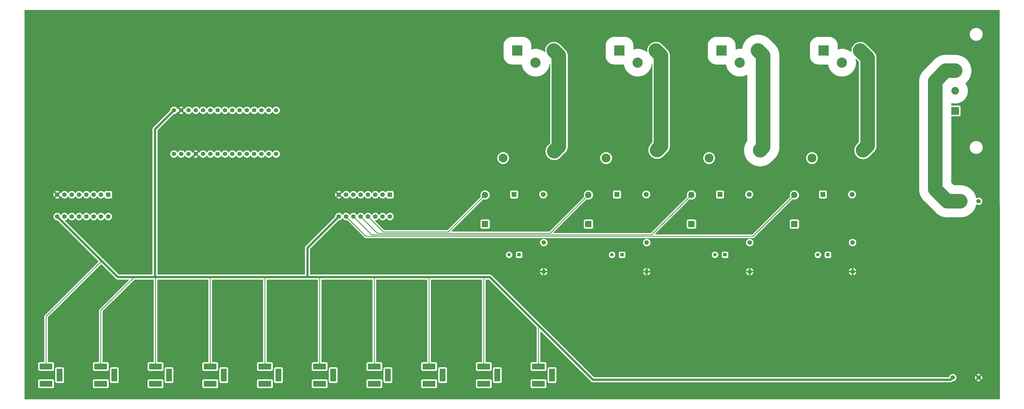
<source format=gbl>
G04 #@! TF.GenerationSoftware,KiCad,Pcbnew,5.1.5-52549c5~84~ubuntu18.04.1*
G04 #@! TF.CreationDate,2020-03-01T14:46:41-05:00*
G04 #@! TF.ProjectId,cropdroid-doser,63726f70-6472-46f6-9964-2d646f736572,0.5a*
G04 #@! TF.SameCoordinates,Original*
G04 #@! TF.FileFunction,Copper,L2,Bot*
G04 #@! TF.FilePolarity,Positive*
%FSLAX46Y46*%
G04 Gerber Fmt 4.6, Leading zero omitted, Abs format (unit mm)*
G04 Created by KiCad (PCBNEW 5.1.5-52549c5~84~ubuntu18.04.1) date 2020-03-01 14:46:41*
%MOMM*%
%LPD*%
G04 APERTURE LIST*
%ADD10C,1.524000*%
%ADD11C,1.530000*%
%ADD12R,4.500000X2.000000*%
%ADD13R,2.000000X4.500000*%
%ADD14R,2.700000X2.700000*%
%ADD15C,2.700000*%
%ADD16C,1.600000*%
%ADD17R,1.600000X1.600000*%
%ADD18O,2.200000X2.200000*%
%ADD19R,2.200000X2.200000*%
%ADD20C,1.230000*%
%ADD21R,1.230000X1.230000*%
%ADD22C,3.556000*%
%ADD23R,3.556000X3.556000*%
%ADD24C,3.290000*%
%ADD25C,3.090000*%
%ADD26R,1.760000X1.760000*%
%ADD27C,1.760000*%
%ADD28O,1.600000X1.600000*%
%ADD29C,0.254000*%
%ADD30C,0.762000*%
%ADD31C,5.080000*%
G04 APERTURE END LIST*
D10*
X369988000Y-99537000D03*
X375488000Y-99537000D03*
X366488000Y-161037000D03*
X375488000Y-161037000D03*
D11*
X95312000Y-83035000D03*
X97852000Y-83035000D03*
X100392000Y-83035000D03*
X102932000Y-83035000D03*
X105472000Y-83035000D03*
X108012000Y-83035000D03*
X110552000Y-83035000D03*
X113092000Y-83035000D03*
X115632000Y-83035000D03*
X118172000Y-83035000D03*
X120712000Y-83035000D03*
X123252000Y-83035000D03*
X125792000Y-83035000D03*
X128332000Y-83035000D03*
X130872000Y-83035000D03*
X95312000Y-67795000D03*
X97852000Y-67795000D03*
X100392000Y-67795000D03*
X102932000Y-67795000D03*
X105472000Y-67795000D03*
X108012000Y-67795000D03*
X110552000Y-67795000D03*
X113092000Y-67795000D03*
X115632000Y-67795000D03*
X118172000Y-67795000D03*
X120712000Y-67795000D03*
X123252000Y-67795000D03*
X125792000Y-67795000D03*
X128332000Y-67795000D03*
X130872000Y-67795000D03*
D12*
X222250000Y-163174800D03*
X222250000Y-157174800D03*
D13*
X226950000Y-160174800D03*
D12*
X203200000Y-163174800D03*
X203200000Y-157174800D03*
D13*
X207900000Y-160174800D03*
D12*
X184150000Y-163174800D03*
X184150000Y-157174800D03*
D13*
X188850000Y-160174800D03*
D12*
X165100000Y-163174800D03*
X165100000Y-157174800D03*
D13*
X169800000Y-160174800D03*
D12*
X146050000Y-163174800D03*
X146050000Y-157174800D03*
D13*
X150750000Y-160174800D03*
D12*
X127000000Y-163174800D03*
X127000000Y-157174800D03*
D13*
X131700000Y-160174800D03*
D12*
X107950000Y-163174800D03*
X107950000Y-157174800D03*
D13*
X112650000Y-160174800D03*
D12*
X88900000Y-163174800D03*
X88900000Y-157174800D03*
D13*
X93600000Y-160174800D03*
D12*
X69850000Y-163174800D03*
X69850000Y-157174800D03*
D13*
X74550000Y-160174800D03*
D12*
X50800000Y-163174800D03*
X50800000Y-157174800D03*
D13*
X55500000Y-160174800D03*
D14*
X367339880Y-68018660D03*
D15*
X367339880Y-61018660D03*
X367339880Y-54018660D03*
D16*
X152709880Y-104848660D03*
X152709880Y-97228660D03*
X170489880Y-104848660D03*
X167949880Y-104848660D03*
X165409880Y-104848660D03*
X162869880Y-104848660D03*
X160329880Y-104848660D03*
X157789880Y-104848660D03*
X155249880Y-104848660D03*
X155249880Y-97228660D03*
X157789880Y-97228660D03*
X160329880Y-97228660D03*
X162869880Y-97228660D03*
X165409880Y-97228660D03*
X167949880Y-97228660D03*
D17*
X170489880Y-97228660D03*
D18*
X203634340Y-97327720D03*
D19*
X203634340Y-107487720D03*
D20*
X211984000Y-118203980D03*
D21*
X215484000Y-118203980D03*
D18*
X239615980Y-97327720D03*
D19*
X239615980Y-107487720D03*
D20*
X247834000Y-118203980D03*
D21*
X251334000Y-118203980D03*
D18*
X275483320Y-97327720D03*
D19*
X275483320Y-107487720D03*
D20*
X283684000Y-118203980D03*
D21*
X287184000Y-118203980D03*
D18*
X311322720Y-97327720D03*
D19*
X311322720Y-107487720D03*
D20*
X319498000Y-118203980D03*
D21*
X322998000Y-118203980D03*
D22*
X221234000Y-51191000D03*
X227584000Y-47001000D03*
D23*
X214884000Y-47001000D03*
D22*
X256794000Y-51191000D03*
X263144000Y-47001000D03*
D23*
X250444000Y-47001000D03*
D22*
X292354000Y-51191000D03*
X298704000Y-47001000D03*
D23*
X286004000Y-47001000D03*
D22*
X327914000Y-51191000D03*
X334264000Y-47001000D03*
D23*
X321564000Y-47001000D03*
D24*
X227704000Y-81915000D03*
D25*
X209924000Y-84455000D03*
D26*
X213734000Y-97155000D03*
D27*
X223894000Y-97155000D03*
D24*
X263554000Y-81915000D03*
D25*
X245774000Y-84455000D03*
D26*
X249584000Y-97155000D03*
D27*
X259744000Y-97155000D03*
D24*
X299404000Y-81915000D03*
D25*
X281624000Y-84455000D03*
D26*
X285434000Y-97155000D03*
D27*
X295594000Y-97155000D03*
D24*
X335218000Y-81915000D03*
D25*
X317438000Y-84455000D03*
D26*
X321248000Y-97155000D03*
D27*
X331408000Y-97155000D03*
D16*
X54665880Y-104848660D03*
X54665880Y-97228660D03*
X72445880Y-104848660D03*
X69905880Y-104848660D03*
X67365880Y-104848660D03*
X64825880Y-104848660D03*
X62285880Y-104848660D03*
X59745880Y-104848660D03*
X57205880Y-104848660D03*
X57205880Y-97228660D03*
X59745880Y-97228660D03*
X62285880Y-97228660D03*
X64825880Y-97228660D03*
X67365880Y-97228660D03*
X69905880Y-97228660D03*
D17*
X72445880Y-97228660D03*
D28*
X224063560Y-124084080D03*
D16*
X224063560Y-113924080D03*
D28*
X259913560Y-124084080D03*
D16*
X259913560Y-113924080D03*
D28*
X295763560Y-124084080D03*
D16*
X295763560Y-113924080D03*
D28*
X331577560Y-124084080D03*
D16*
X331577560Y-113924080D03*
D29*
X203634340Y-97327720D02*
X190779410Y-110182650D01*
X168203870Y-110182650D02*
X162869880Y-104848660D01*
X190779410Y-110182650D02*
X168203870Y-110182650D01*
X166171880Y-110690660D02*
X160329880Y-104848660D01*
X239615980Y-97327720D02*
X226253040Y-110690660D01*
X226253040Y-110690660D02*
X166171880Y-110690660D01*
X164115670Y-111198670D02*
X163892000Y-110975000D01*
X261612370Y-111198670D02*
X164115670Y-111198670D01*
X275483320Y-97327720D02*
X261612370Y-111198670D01*
X157789880Y-104848660D02*
X163892000Y-110975000D01*
X163892000Y-110975000D02*
X164139890Y-111198670D01*
X311322720Y-97327720D02*
X296943760Y-111706680D01*
X162144320Y-111706680D02*
X162114000Y-111737000D01*
X155249880Y-104848660D02*
X162114000Y-111737000D01*
X296943760Y-111706680D02*
X162144320Y-111706680D01*
X162114000Y-111737000D02*
X162107900Y-111706680D01*
D30*
X141787880Y-115770660D02*
X152709880Y-104848660D01*
X141787880Y-125930660D02*
X141787880Y-115770660D01*
X81589880Y-125930660D02*
X75747880Y-125930660D01*
X83875880Y-125930660D02*
X81589880Y-125930660D01*
X141787880Y-125930660D02*
X141025880Y-125930660D01*
X212272880Y-132915660D02*
X205287880Y-125930660D01*
X70159880Y-120342660D02*
X54665880Y-104848660D01*
X75747880Y-125930660D02*
X70159880Y-120342660D01*
X222070110Y-142712890D02*
X212272880Y-132915660D01*
X88738340Y-74368660D02*
X95312000Y-67795000D01*
X88738340Y-125930660D02*
X83875880Y-125930660D01*
X88738340Y-125930660D02*
X88738340Y-74368660D01*
X101655880Y-125930660D02*
X88738340Y-125930660D01*
X365726001Y-161798999D02*
X241156219Y-161798999D01*
X241156219Y-161798999D02*
X239469110Y-160111890D01*
X366488000Y-161037000D02*
X365726001Y-161798999D01*
X239469110Y-160111890D02*
X239577880Y-160220660D01*
D29*
X50800000Y-139702540D02*
X50800000Y-157174800D01*
X70159880Y-120342660D02*
X50800000Y-139702540D01*
X72484570Y-135035970D02*
X69850000Y-137670540D01*
X69850000Y-137670540D02*
X69850000Y-157174800D01*
X72484570Y-135035970D02*
X72310000Y-135210540D01*
X81589880Y-125930660D02*
X72484570Y-135035970D01*
X88900000Y-126092320D02*
X88900000Y-157174800D01*
X88738340Y-125930660D02*
X88900000Y-126092320D01*
X107950000Y-126000600D02*
X107950000Y-157174800D01*
X107880060Y-125930660D02*
X107950000Y-126000600D01*
D30*
X107880060Y-125930660D02*
X101655880Y-125930660D01*
X122483880Y-125930660D02*
X107880060Y-125930660D01*
D29*
X127387260Y-125930660D02*
X127000000Y-126317920D01*
D30*
X127387260Y-125930660D02*
X122483880Y-125930660D01*
D29*
X127000000Y-126317920D02*
X127000000Y-157174800D01*
D30*
X141025880Y-125930660D02*
X127387260Y-125930660D01*
D29*
X146050000Y-126051400D02*
X146050000Y-157174800D01*
X145929260Y-125930660D02*
X146050000Y-126051400D01*
D30*
X145929260Y-125930660D02*
X141787880Y-125930660D01*
X159059880Y-125930660D02*
X145929260Y-125930660D01*
D29*
X165100000Y-126048400D02*
X165100000Y-157174800D01*
X165217740Y-125930660D02*
X165100000Y-126048400D01*
D30*
X165217740Y-125930660D02*
X159059880Y-125930660D01*
X177093880Y-125930660D02*
X165217740Y-125930660D01*
D29*
X184150000Y-126175400D02*
X184150000Y-157174800D01*
X184394740Y-125930660D02*
X184150000Y-126175400D01*
D30*
X184394740Y-125930660D02*
X177093880Y-125930660D01*
X195127880Y-125930660D02*
X184394740Y-125930660D01*
X203038340Y-125930660D02*
X195127880Y-125930660D01*
D29*
X203200000Y-126092320D02*
X203200000Y-157174800D01*
X203038340Y-125930660D02*
X203200000Y-126092320D01*
D30*
X205287880Y-125930660D02*
X203038340Y-125930660D01*
D29*
X222250000Y-143472800D02*
X222250000Y-157174800D01*
X222540010Y-143182790D02*
X222250000Y-143472800D01*
D30*
X222540010Y-143182790D02*
X239469110Y-160111890D01*
X222070110Y-142712890D02*
X222540010Y-143182790D01*
D31*
X229361999Y-48778999D02*
X227584000Y-47001000D01*
X229361999Y-80443001D02*
X229361999Y-48778999D01*
X227704000Y-82101000D02*
X229361999Y-80443001D01*
X364518600Y-99537000D02*
X369137999Y-99537000D01*
X360401879Y-95420279D02*
X364518600Y-99537000D01*
X360401879Y-57688419D02*
X360401879Y-95420279D01*
X367339880Y-54018660D02*
X364071638Y-54018660D01*
X364071638Y-54018660D02*
X360401879Y-57688419D01*
X264921999Y-48778999D02*
X263144000Y-47001000D01*
X264921999Y-80283001D02*
X264921999Y-48778999D01*
X263554000Y-81651000D02*
X264921999Y-80283001D01*
X300481999Y-48778999D02*
X298704000Y-47001000D01*
X300481999Y-80673001D02*
X300481999Y-48778999D01*
X299404000Y-81751000D02*
X300481999Y-80673001D01*
X336041999Y-48778999D02*
X334264000Y-47001000D01*
X336862999Y-49599999D02*
X336041999Y-48778999D01*
X336862999Y-80156001D02*
X336862999Y-49599999D01*
X335218000Y-81801000D02*
X336862999Y-80156001D01*
D29*
G36*
X382731639Y-168492638D02*
G01*
X43394000Y-168481023D01*
X43394000Y-162174800D01*
X47911928Y-162174800D01*
X47911928Y-164174800D01*
X47924188Y-164299282D01*
X47960498Y-164418980D01*
X48019463Y-164529294D01*
X48098815Y-164625985D01*
X48195506Y-164705337D01*
X48305820Y-164764302D01*
X48425518Y-164800612D01*
X48550000Y-164812872D01*
X53050000Y-164812872D01*
X53174482Y-164800612D01*
X53294180Y-164764302D01*
X53404494Y-164705337D01*
X53501185Y-164625985D01*
X53580537Y-164529294D01*
X53639502Y-164418980D01*
X53675812Y-164299282D01*
X53688072Y-164174800D01*
X53688072Y-162174800D01*
X53675812Y-162050318D01*
X53639502Y-161930620D01*
X53580537Y-161820306D01*
X53501185Y-161723615D01*
X53404494Y-161644263D01*
X53294180Y-161585298D01*
X53174482Y-161548988D01*
X53050000Y-161536728D01*
X48550000Y-161536728D01*
X48425518Y-161548988D01*
X48305820Y-161585298D01*
X48195506Y-161644263D01*
X48098815Y-161723615D01*
X48019463Y-161820306D01*
X47960498Y-161930620D01*
X47924188Y-162050318D01*
X47911928Y-162174800D01*
X43394000Y-162174800D01*
X43394000Y-156174800D01*
X47911928Y-156174800D01*
X47911928Y-158174800D01*
X47924188Y-158299282D01*
X47960498Y-158418980D01*
X48019463Y-158529294D01*
X48098815Y-158625985D01*
X48195506Y-158705337D01*
X48305820Y-158764302D01*
X48425518Y-158800612D01*
X48550000Y-158812872D01*
X53050000Y-158812872D01*
X53174482Y-158800612D01*
X53294180Y-158764302D01*
X53404494Y-158705337D01*
X53501185Y-158625985D01*
X53580537Y-158529294D01*
X53639502Y-158418980D01*
X53675812Y-158299282D01*
X53688072Y-158174800D01*
X53688072Y-157924800D01*
X53861928Y-157924800D01*
X53861928Y-162424800D01*
X53874188Y-162549282D01*
X53910498Y-162668980D01*
X53969463Y-162779294D01*
X54048815Y-162875985D01*
X54145506Y-162955337D01*
X54255820Y-163014302D01*
X54375518Y-163050612D01*
X54500000Y-163062872D01*
X56500000Y-163062872D01*
X56624482Y-163050612D01*
X56744180Y-163014302D01*
X56854494Y-162955337D01*
X56951185Y-162875985D01*
X57030537Y-162779294D01*
X57089502Y-162668980D01*
X57125812Y-162549282D01*
X57138072Y-162424800D01*
X57138072Y-162174800D01*
X66961928Y-162174800D01*
X66961928Y-164174800D01*
X66974188Y-164299282D01*
X67010498Y-164418980D01*
X67069463Y-164529294D01*
X67148815Y-164625985D01*
X67245506Y-164705337D01*
X67355820Y-164764302D01*
X67475518Y-164800612D01*
X67600000Y-164812872D01*
X72100000Y-164812872D01*
X72224482Y-164800612D01*
X72344180Y-164764302D01*
X72454494Y-164705337D01*
X72551185Y-164625985D01*
X72630537Y-164529294D01*
X72689502Y-164418980D01*
X72725812Y-164299282D01*
X72738072Y-164174800D01*
X72738072Y-162174800D01*
X72725812Y-162050318D01*
X72689502Y-161930620D01*
X72630537Y-161820306D01*
X72551185Y-161723615D01*
X72454494Y-161644263D01*
X72344180Y-161585298D01*
X72224482Y-161548988D01*
X72100000Y-161536728D01*
X67600000Y-161536728D01*
X67475518Y-161548988D01*
X67355820Y-161585298D01*
X67245506Y-161644263D01*
X67148815Y-161723615D01*
X67069463Y-161820306D01*
X67010498Y-161930620D01*
X66974188Y-162050318D01*
X66961928Y-162174800D01*
X57138072Y-162174800D01*
X57138072Y-157924800D01*
X57125812Y-157800318D01*
X57089502Y-157680620D01*
X57030537Y-157570306D01*
X56951185Y-157473615D01*
X56854494Y-157394263D01*
X56744180Y-157335298D01*
X56624482Y-157298988D01*
X56500000Y-157286728D01*
X54500000Y-157286728D01*
X54375518Y-157298988D01*
X54255820Y-157335298D01*
X54145506Y-157394263D01*
X54048815Y-157473615D01*
X53969463Y-157570306D01*
X53910498Y-157680620D01*
X53874188Y-157800318D01*
X53861928Y-157924800D01*
X53688072Y-157924800D01*
X53688072Y-156174800D01*
X53675812Y-156050318D01*
X53639502Y-155930620D01*
X53580537Y-155820306D01*
X53501185Y-155723615D01*
X53404494Y-155644263D01*
X53294180Y-155585298D01*
X53174482Y-155548988D01*
X53050000Y-155536728D01*
X51562000Y-155536728D01*
X51562000Y-140018170D01*
X69980275Y-121599896D01*
X74994172Y-126613793D01*
X75025984Y-126652556D01*
X75180690Y-126779520D01*
X75357193Y-126873862D01*
X75490612Y-126914334D01*
X75548708Y-126931958D01*
X75568057Y-126933864D01*
X75697978Y-126946660D01*
X75697985Y-126946660D01*
X75747879Y-126951574D01*
X75797773Y-126946660D01*
X79496249Y-126946660D01*
X71972219Y-134470691D01*
X69337654Y-137105256D01*
X69308578Y-137129118D01*
X69252983Y-137196862D01*
X69213355Y-137245148D01*
X69175535Y-137315905D01*
X69142598Y-137377526D01*
X69099026Y-137521163D01*
X69088000Y-137633114D01*
X69084314Y-137670540D01*
X69088000Y-137707963D01*
X69088001Y-155536728D01*
X67600000Y-155536728D01*
X67475518Y-155548988D01*
X67355820Y-155585298D01*
X67245506Y-155644263D01*
X67148815Y-155723615D01*
X67069463Y-155820306D01*
X67010498Y-155930620D01*
X66974188Y-156050318D01*
X66961928Y-156174800D01*
X66961928Y-158174800D01*
X66974188Y-158299282D01*
X67010498Y-158418980D01*
X67069463Y-158529294D01*
X67148815Y-158625985D01*
X67245506Y-158705337D01*
X67355820Y-158764302D01*
X67475518Y-158800612D01*
X67600000Y-158812872D01*
X72100000Y-158812872D01*
X72224482Y-158800612D01*
X72344180Y-158764302D01*
X72454494Y-158705337D01*
X72551185Y-158625985D01*
X72630537Y-158529294D01*
X72689502Y-158418980D01*
X72725812Y-158299282D01*
X72738072Y-158174800D01*
X72738072Y-157924800D01*
X72911928Y-157924800D01*
X72911928Y-162424800D01*
X72924188Y-162549282D01*
X72960498Y-162668980D01*
X73019463Y-162779294D01*
X73098815Y-162875985D01*
X73195506Y-162955337D01*
X73305820Y-163014302D01*
X73425518Y-163050612D01*
X73550000Y-163062872D01*
X75550000Y-163062872D01*
X75674482Y-163050612D01*
X75794180Y-163014302D01*
X75904494Y-162955337D01*
X76001185Y-162875985D01*
X76080537Y-162779294D01*
X76139502Y-162668980D01*
X76175812Y-162549282D01*
X76188072Y-162424800D01*
X76188072Y-162174800D01*
X86011928Y-162174800D01*
X86011928Y-164174800D01*
X86024188Y-164299282D01*
X86060498Y-164418980D01*
X86119463Y-164529294D01*
X86198815Y-164625985D01*
X86295506Y-164705337D01*
X86405820Y-164764302D01*
X86525518Y-164800612D01*
X86650000Y-164812872D01*
X91150000Y-164812872D01*
X91274482Y-164800612D01*
X91394180Y-164764302D01*
X91504494Y-164705337D01*
X91601185Y-164625985D01*
X91680537Y-164529294D01*
X91739502Y-164418980D01*
X91775812Y-164299282D01*
X91788072Y-164174800D01*
X91788072Y-162174800D01*
X91775812Y-162050318D01*
X91739502Y-161930620D01*
X91680537Y-161820306D01*
X91601185Y-161723615D01*
X91504494Y-161644263D01*
X91394180Y-161585298D01*
X91274482Y-161548988D01*
X91150000Y-161536728D01*
X86650000Y-161536728D01*
X86525518Y-161548988D01*
X86405820Y-161585298D01*
X86295506Y-161644263D01*
X86198815Y-161723615D01*
X86119463Y-161820306D01*
X86060498Y-161930620D01*
X86024188Y-162050318D01*
X86011928Y-162174800D01*
X76188072Y-162174800D01*
X76188072Y-157924800D01*
X76175812Y-157800318D01*
X76139502Y-157680620D01*
X76080537Y-157570306D01*
X76001185Y-157473615D01*
X75904494Y-157394263D01*
X75794180Y-157335298D01*
X75674482Y-157298988D01*
X75550000Y-157286728D01*
X73550000Y-157286728D01*
X73425518Y-157298988D01*
X73305820Y-157335298D01*
X73195506Y-157394263D01*
X73098815Y-157473615D01*
X73019463Y-157570306D01*
X72960498Y-157680620D01*
X72924188Y-157800318D01*
X72911928Y-157924800D01*
X72738072Y-157924800D01*
X72738072Y-156174800D01*
X72725812Y-156050318D01*
X72689502Y-155930620D01*
X72630537Y-155820306D01*
X72551185Y-155723615D01*
X72454494Y-155644263D01*
X72344180Y-155585298D01*
X72224482Y-155548988D01*
X72100000Y-155536728D01*
X70612000Y-155536728D01*
X70612000Y-137986170D01*
X73049849Y-135548321D01*
X81651511Y-126946660D01*
X88138000Y-126946660D01*
X88138001Y-155536728D01*
X86650000Y-155536728D01*
X86525518Y-155548988D01*
X86405820Y-155585298D01*
X86295506Y-155644263D01*
X86198815Y-155723615D01*
X86119463Y-155820306D01*
X86060498Y-155930620D01*
X86024188Y-156050318D01*
X86011928Y-156174800D01*
X86011928Y-158174800D01*
X86024188Y-158299282D01*
X86060498Y-158418980D01*
X86119463Y-158529294D01*
X86198815Y-158625985D01*
X86295506Y-158705337D01*
X86405820Y-158764302D01*
X86525518Y-158800612D01*
X86650000Y-158812872D01*
X91150000Y-158812872D01*
X91274482Y-158800612D01*
X91394180Y-158764302D01*
X91504494Y-158705337D01*
X91601185Y-158625985D01*
X91680537Y-158529294D01*
X91739502Y-158418980D01*
X91775812Y-158299282D01*
X91788072Y-158174800D01*
X91788072Y-157924800D01*
X91961928Y-157924800D01*
X91961928Y-162424800D01*
X91974188Y-162549282D01*
X92010498Y-162668980D01*
X92069463Y-162779294D01*
X92148815Y-162875985D01*
X92245506Y-162955337D01*
X92355820Y-163014302D01*
X92475518Y-163050612D01*
X92600000Y-163062872D01*
X94600000Y-163062872D01*
X94724482Y-163050612D01*
X94844180Y-163014302D01*
X94954494Y-162955337D01*
X95051185Y-162875985D01*
X95130537Y-162779294D01*
X95189502Y-162668980D01*
X95225812Y-162549282D01*
X95238072Y-162424800D01*
X95238072Y-162174800D01*
X105061928Y-162174800D01*
X105061928Y-164174800D01*
X105074188Y-164299282D01*
X105110498Y-164418980D01*
X105169463Y-164529294D01*
X105248815Y-164625985D01*
X105345506Y-164705337D01*
X105455820Y-164764302D01*
X105575518Y-164800612D01*
X105700000Y-164812872D01*
X110200000Y-164812872D01*
X110324482Y-164800612D01*
X110444180Y-164764302D01*
X110554494Y-164705337D01*
X110651185Y-164625985D01*
X110730537Y-164529294D01*
X110789502Y-164418980D01*
X110825812Y-164299282D01*
X110838072Y-164174800D01*
X110838072Y-162174800D01*
X110825812Y-162050318D01*
X110789502Y-161930620D01*
X110730537Y-161820306D01*
X110651185Y-161723615D01*
X110554494Y-161644263D01*
X110444180Y-161585298D01*
X110324482Y-161548988D01*
X110200000Y-161536728D01*
X105700000Y-161536728D01*
X105575518Y-161548988D01*
X105455820Y-161585298D01*
X105345506Y-161644263D01*
X105248815Y-161723615D01*
X105169463Y-161820306D01*
X105110498Y-161930620D01*
X105074188Y-162050318D01*
X105061928Y-162174800D01*
X95238072Y-162174800D01*
X95238072Y-157924800D01*
X95225812Y-157800318D01*
X95189502Y-157680620D01*
X95130537Y-157570306D01*
X95051185Y-157473615D01*
X94954494Y-157394263D01*
X94844180Y-157335298D01*
X94724482Y-157298988D01*
X94600000Y-157286728D01*
X92600000Y-157286728D01*
X92475518Y-157298988D01*
X92355820Y-157335298D01*
X92245506Y-157394263D01*
X92148815Y-157473615D01*
X92069463Y-157570306D01*
X92010498Y-157680620D01*
X91974188Y-157800318D01*
X91961928Y-157924800D01*
X91788072Y-157924800D01*
X91788072Y-156174800D01*
X91775812Y-156050318D01*
X91739502Y-155930620D01*
X91680537Y-155820306D01*
X91601185Y-155723615D01*
X91504494Y-155644263D01*
X91394180Y-155585298D01*
X91274482Y-155548988D01*
X91150000Y-155536728D01*
X89662000Y-155536728D01*
X89662000Y-126946660D01*
X107188000Y-126946660D01*
X107188001Y-155536728D01*
X105700000Y-155536728D01*
X105575518Y-155548988D01*
X105455820Y-155585298D01*
X105345506Y-155644263D01*
X105248815Y-155723615D01*
X105169463Y-155820306D01*
X105110498Y-155930620D01*
X105074188Y-156050318D01*
X105061928Y-156174800D01*
X105061928Y-158174800D01*
X105074188Y-158299282D01*
X105110498Y-158418980D01*
X105169463Y-158529294D01*
X105248815Y-158625985D01*
X105345506Y-158705337D01*
X105455820Y-158764302D01*
X105575518Y-158800612D01*
X105700000Y-158812872D01*
X110200000Y-158812872D01*
X110324482Y-158800612D01*
X110444180Y-158764302D01*
X110554494Y-158705337D01*
X110651185Y-158625985D01*
X110730537Y-158529294D01*
X110789502Y-158418980D01*
X110825812Y-158299282D01*
X110838072Y-158174800D01*
X110838072Y-157924800D01*
X111011928Y-157924800D01*
X111011928Y-162424800D01*
X111024188Y-162549282D01*
X111060498Y-162668980D01*
X111119463Y-162779294D01*
X111198815Y-162875985D01*
X111295506Y-162955337D01*
X111405820Y-163014302D01*
X111525518Y-163050612D01*
X111650000Y-163062872D01*
X113650000Y-163062872D01*
X113774482Y-163050612D01*
X113894180Y-163014302D01*
X114004494Y-162955337D01*
X114101185Y-162875985D01*
X114180537Y-162779294D01*
X114239502Y-162668980D01*
X114275812Y-162549282D01*
X114288072Y-162424800D01*
X114288072Y-162174800D01*
X124111928Y-162174800D01*
X124111928Y-164174800D01*
X124124188Y-164299282D01*
X124160498Y-164418980D01*
X124219463Y-164529294D01*
X124298815Y-164625985D01*
X124395506Y-164705337D01*
X124505820Y-164764302D01*
X124625518Y-164800612D01*
X124750000Y-164812872D01*
X129250000Y-164812872D01*
X129374482Y-164800612D01*
X129494180Y-164764302D01*
X129604494Y-164705337D01*
X129701185Y-164625985D01*
X129780537Y-164529294D01*
X129839502Y-164418980D01*
X129875812Y-164299282D01*
X129888072Y-164174800D01*
X129888072Y-162174800D01*
X129875812Y-162050318D01*
X129839502Y-161930620D01*
X129780537Y-161820306D01*
X129701185Y-161723615D01*
X129604494Y-161644263D01*
X129494180Y-161585298D01*
X129374482Y-161548988D01*
X129250000Y-161536728D01*
X124750000Y-161536728D01*
X124625518Y-161548988D01*
X124505820Y-161585298D01*
X124395506Y-161644263D01*
X124298815Y-161723615D01*
X124219463Y-161820306D01*
X124160498Y-161930620D01*
X124124188Y-162050318D01*
X124111928Y-162174800D01*
X114288072Y-162174800D01*
X114288072Y-157924800D01*
X114275812Y-157800318D01*
X114239502Y-157680620D01*
X114180537Y-157570306D01*
X114101185Y-157473615D01*
X114004494Y-157394263D01*
X113894180Y-157335298D01*
X113774482Y-157298988D01*
X113650000Y-157286728D01*
X111650000Y-157286728D01*
X111525518Y-157298988D01*
X111405820Y-157335298D01*
X111295506Y-157394263D01*
X111198815Y-157473615D01*
X111119463Y-157570306D01*
X111060498Y-157680620D01*
X111024188Y-157800318D01*
X111011928Y-157924800D01*
X110838072Y-157924800D01*
X110838072Y-156174800D01*
X110825812Y-156050318D01*
X110789502Y-155930620D01*
X110730537Y-155820306D01*
X110651185Y-155723615D01*
X110554494Y-155644263D01*
X110444180Y-155585298D01*
X110324482Y-155548988D01*
X110200000Y-155536728D01*
X108712000Y-155536728D01*
X108712000Y-126946660D01*
X126238000Y-126946660D01*
X126238001Y-155536728D01*
X124750000Y-155536728D01*
X124625518Y-155548988D01*
X124505820Y-155585298D01*
X124395506Y-155644263D01*
X124298815Y-155723615D01*
X124219463Y-155820306D01*
X124160498Y-155930620D01*
X124124188Y-156050318D01*
X124111928Y-156174800D01*
X124111928Y-158174800D01*
X124124188Y-158299282D01*
X124160498Y-158418980D01*
X124219463Y-158529294D01*
X124298815Y-158625985D01*
X124395506Y-158705337D01*
X124505820Y-158764302D01*
X124625518Y-158800612D01*
X124750000Y-158812872D01*
X129250000Y-158812872D01*
X129374482Y-158800612D01*
X129494180Y-158764302D01*
X129604494Y-158705337D01*
X129701185Y-158625985D01*
X129780537Y-158529294D01*
X129839502Y-158418980D01*
X129875812Y-158299282D01*
X129888072Y-158174800D01*
X129888072Y-157924800D01*
X130061928Y-157924800D01*
X130061928Y-162424800D01*
X130074188Y-162549282D01*
X130110498Y-162668980D01*
X130169463Y-162779294D01*
X130248815Y-162875985D01*
X130345506Y-162955337D01*
X130455820Y-163014302D01*
X130575518Y-163050612D01*
X130700000Y-163062872D01*
X132700000Y-163062872D01*
X132824482Y-163050612D01*
X132944180Y-163014302D01*
X133054494Y-162955337D01*
X133151185Y-162875985D01*
X133230537Y-162779294D01*
X133289502Y-162668980D01*
X133325812Y-162549282D01*
X133338072Y-162424800D01*
X133338072Y-162174800D01*
X143161928Y-162174800D01*
X143161928Y-164174800D01*
X143174188Y-164299282D01*
X143210498Y-164418980D01*
X143269463Y-164529294D01*
X143348815Y-164625985D01*
X143445506Y-164705337D01*
X143555820Y-164764302D01*
X143675518Y-164800612D01*
X143800000Y-164812872D01*
X148300000Y-164812872D01*
X148424482Y-164800612D01*
X148544180Y-164764302D01*
X148654494Y-164705337D01*
X148751185Y-164625985D01*
X148830537Y-164529294D01*
X148889502Y-164418980D01*
X148925812Y-164299282D01*
X148938072Y-164174800D01*
X148938072Y-162174800D01*
X148925812Y-162050318D01*
X148889502Y-161930620D01*
X148830537Y-161820306D01*
X148751185Y-161723615D01*
X148654494Y-161644263D01*
X148544180Y-161585298D01*
X148424482Y-161548988D01*
X148300000Y-161536728D01*
X143800000Y-161536728D01*
X143675518Y-161548988D01*
X143555820Y-161585298D01*
X143445506Y-161644263D01*
X143348815Y-161723615D01*
X143269463Y-161820306D01*
X143210498Y-161930620D01*
X143174188Y-162050318D01*
X143161928Y-162174800D01*
X133338072Y-162174800D01*
X133338072Y-157924800D01*
X133325812Y-157800318D01*
X133289502Y-157680620D01*
X133230537Y-157570306D01*
X133151185Y-157473615D01*
X133054494Y-157394263D01*
X132944180Y-157335298D01*
X132824482Y-157298988D01*
X132700000Y-157286728D01*
X130700000Y-157286728D01*
X130575518Y-157298988D01*
X130455820Y-157335298D01*
X130345506Y-157394263D01*
X130248815Y-157473615D01*
X130169463Y-157570306D01*
X130110498Y-157680620D01*
X130074188Y-157800318D01*
X130061928Y-157924800D01*
X129888072Y-157924800D01*
X129888072Y-156174800D01*
X129875812Y-156050318D01*
X129839502Y-155930620D01*
X129780537Y-155820306D01*
X129701185Y-155723615D01*
X129604494Y-155644263D01*
X129494180Y-155585298D01*
X129374482Y-155548988D01*
X129250000Y-155536728D01*
X127762000Y-155536728D01*
X127762000Y-126946660D01*
X141737978Y-126946660D01*
X141787880Y-126951575D01*
X141837782Y-126946660D01*
X145288000Y-126946660D01*
X145288001Y-155536728D01*
X143800000Y-155536728D01*
X143675518Y-155548988D01*
X143555820Y-155585298D01*
X143445506Y-155644263D01*
X143348815Y-155723615D01*
X143269463Y-155820306D01*
X143210498Y-155930620D01*
X143174188Y-156050318D01*
X143161928Y-156174800D01*
X143161928Y-158174800D01*
X143174188Y-158299282D01*
X143210498Y-158418980D01*
X143269463Y-158529294D01*
X143348815Y-158625985D01*
X143445506Y-158705337D01*
X143555820Y-158764302D01*
X143675518Y-158800612D01*
X143800000Y-158812872D01*
X148300000Y-158812872D01*
X148424482Y-158800612D01*
X148544180Y-158764302D01*
X148654494Y-158705337D01*
X148751185Y-158625985D01*
X148830537Y-158529294D01*
X148889502Y-158418980D01*
X148925812Y-158299282D01*
X148938072Y-158174800D01*
X148938072Y-157924800D01*
X149111928Y-157924800D01*
X149111928Y-162424800D01*
X149124188Y-162549282D01*
X149160498Y-162668980D01*
X149219463Y-162779294D01*
X149298815Y-162875985D01*
X149395506Y-162955337D01*
X149505820Y-163014302D01*
X149625518Y-163050612D01*
X149750000Y-163062872D01*
X151750000Y-163062872D01*
X151874482Y-163050612D01*
X151994180Y-163014302D01*
X152104494Y-162955337D01*
X152201185Y-162875985D01*
X152280537Y-162779294D01*
X152339502Y-162668980D01*
X152375812Y-162549282D01*
X152388072Y-162424800D01*
X152388072Y-162174800D01*
X162211928Y-162174800D01*
X162211928Y-164174800D01*
X162224188Y-164299282D01*
X162260498Y-164418980D01*
X162319463Y-164529294D01*
X162398815Y-164625985D01*
X162495506Y-164705337D01*
X162605820Y-164764302D01*
X162725518Y-164800612D01*
X162850000Y-164812872D01*
X167350000Y-164812872D01*
X167474482Y-164800612D01*
X167594180Y-164764302D01*
X167704494Y-164705337D01*
X167801185Y-164625985D01*
X167880537Y-164529294D01*
X167939502Y-164418980D01*
X167975812Y-164299282D01*
X167988072Y-164174800D01*
X167988072Y-162174800D01*
X167975812Y-162050318D01*
X167939502Y-161930620D01*
X167880537Y-161820306D01*
X167801185Y-161723615D01*
X167704494Y-161644263D01*
X167594180Y-161585298D01*
X167474482Y-161548988D01*
X167350000Y-161536728D01*
X162850000Y-161536728D01*
X162725518Y-161548988D01*
X162605820Y-161585298D01*
X162495506Y-161644263D01*
X162398815Y-161723615D01*
X162319463Y-161820306D01*
X162260498Y-161930620D01*
X162224188Y-162050318D01*
X162211928Y-162174800D01*
X152388072Y-162174800D01*
X152388072Y-157924800D01*
X152375812Y-157800318D01*
X152339502Y-157680620D01*
X152280537Y-157570306D01*
X152201185Y-157473615D01*
X152104494Y-157394263D01*
X151994180Y-157335298D01*
X151874482Y-157298988D01*
X151750000Y-157286728D01*
X149750000Y-157286728D01*
X149625518Y-157298988D01*
X149505820Y-157335298D01*
X149395506Y-157394263D01*
X149298815Y-157473615D01*
X149219463Y-157570306D01*
X149160498Y-157680620D01*
X149124188Y-157800318D01*
X149111928Y-157924800D01*
X148938072Y-157924800D01*
X148938072Y-156174800D01*
X148925812Y-156050318D01*
X148889502Y-155930620D01*
X148830537Y-155820306D01*
X148751185Y-155723615D01*
X148654494Y-155644263D01*
X148544180Y-155585298D01*
X148424482Y-155548988D01*
X148300000Y-155536728D01*
X146812000Y-155536728D01*
X146812000Y-126946660D01*
X164338000Y-126946660D01*
X164338001Y-155536728D01*
X162850000Y-155536728D01*
X162725518Y-155548988D01*
X162605820Y-155585298D01*
X162495506Y-155644263D01*
X162398815Y-155723615D01*
X162319463Y-155820306D01*
X162260498Y-155930620D01*
X162224188Y-156050318D01*
X162211928Y-156174800D01*
X162211928Y-158174800D01*
X162224188Y-158299282D01*
X162260498Y-158418980D01*
X162319463Y-158529294D01*
X162398815Y-158625985D01*
X162495506Y-158705337D01*
X162605820Y-158764302D01*
X162725518Y-158800612D01*
X162850000Y-158812872D01*
X167350000Y-158812872D01*
X167474482Y-158800612D01*
X167594180Y-158764302D01*
X167704494Y-158705337D01*
X167801185Y-158625985D01*
X167880537Y-158529294D01*
X167939502Y-158418980D01*
X167975812Y-158299282D01*
X167988072Y-158174800D01*
X167988072Y-157924800D01*
X168161928Y-157924800D01*
X168161928Y-162424800D01*
X168174188Y-162549282D01*
X168210498Y-162668980D01*
X168269463Y-162779294D01*
X168348815Y-162875985D01*
X168445506Y-162955337D01*
X168555820Y-163014302D01*
X168675518Y-163050612D01*
X168800000Y-163062872D01*
X170800000Y-163062872D01*
X170924482Y-163050612D01*
X171044180Y-163014302D01*
X171154494Y-162955337D01*
X171251185Y-162875985D01*
X171330537Y-162779294D01*
X171389502Y-162668980D01*
X171425812Y-162549282D01*
X171438072Y-162424800D01*
X171438072Y-162174800D01*
X181261928Y-162174800D01*
X181261928Y-164174800D01*
X181274188Y-164299282D01*
X181310498Y-164418980D01*
X181369463Y-164529294D01*
X181448815Y-164625985D01*
X181545506Y-164705337D01*
X181655820Y-164764302D01*
X181775518Y-164800612D01*
X181900000Y-164812872D01*
X186400000Y-164812872D01*
X186524482Y-164800612D01*
X186644180Y-164764302D01*
X186754494Y-164705337D01*
X186851185Y-164625985D01*
X186930537Y-164529294D01*
X186989502Y-164418980D01*
X187025812Y-164299282D01*
X187038072Y-164174800D01*
X187038072Y-162174800D01*
X187025812Y-162050318D01*
X186989502Y-161930620D01*
X186930537Y-161820306D01*
X186851185Y-161723615D01*
X186754494Y-161644263D01*
X186644180Y-161585298D01*
X186524482Y-161548988D01*
X186400000Y-161536728D01*
X181900000Y-161536728D01*
X181775518Y-161548988D01*
X181655820Y-161585298D01*
X181545506Y-161644263D01*
X181448815Y-161723615D01*
X181369463Y-161820306D01*
X181310498Y-161930620D01*
X181274188Y-162050318D01*
X181261928Y-162174800D01*
X171438072Y-162174800D01*
X171438072Y-157924800D01*
X171425812Y-157800318D01*
X171389502Y-157680620D01*
X171330537Y-157570306D01*
X171251185Y-157473615D01*
X171154494Y-157394263D01*
X171044180Y-157335298D01*
X170924482Y-157298988D01*
X170800000Y-157286728D01*
X168800000Y-157286728D01*
X168675518Y-157298988D01*
X168555820Y-157335298D01*
X168445506Y-157394263D01*
X168348815Y-157473615D01*
X168269463Y-157570306D01*
X168210498Y-157680620D01*
X168174188Y-157800318D01*
X168161928Y-157924800D01*
X167988072Y-157924800D01*
X167988072Y-156174800D01*
X167975812Y-156050318D01*
X167939502Y-155930620D01*
X167880537Y-155820306D01*
X167801185Y-155723615D01*
X167704494Y-155644263D01*
X167594180Y-155585298D01*
X167474482Y-155548988D01*
X167350000Y-155536728D01*
X165862000Y-155536728D01*
X165862000Y-126946660D01*
X183388000Y-126946660D01*
X183388001Y-155536728D01*
X181900000Y-155536728D01*
X181775518Y-155548988D01*
X181655820Y-155585298D01*
X181545506Y-155644263D01*
X181448815Y-155723615D01*
X181369463Y-155820306D01*
X181310498Y-155930620D01*
X181274188Y-156050318D01*
X181261928Y-156174800D01*
X181261928Y-158174800D01*
X181274188Y-158299282D01*
X181310498Y-158418980D01*
X181369463Y-158529294D01*
X181448815Y-158625985D01*
X181545506Y-158705337D01*
X181655820Y-158764302D01*
X181775518Y-158800612D01*
X181900000Y-158812872D01*
X186400000Y-158812872D01*
X186524482Y-158800612D01*
X186644180Y-158764302D01*
X186754494Y-158705337D01*
X186851185Y-158625985D01*
X186930537Y-158529294D01*
X186989502Y-158418980D01*
X187025812Y-158299282D01*
X187038072Y-158174800D01*
X187038072Y-157924800D01*
X187211928Y-157924800D01*
X187211928Y-162424800D01*
X187224188Y-162549282D01*
X187260498Y-162668980D01*
X187319463Y-162779294D01*
X187398815Y-162875985D01*
X187495506Y-162955337D01*
X187605820Y-163014302D01*
X187725518Y-163050612D01*
X187850000Y-163062872D01*
X189850000Y-163062872D01*
X189974482Y-163050612D01*
X190094180Y-163014302D01*
X190204494Y-162955337D01*
X190301185Y-162875985D01*
X190380537Y-162779294D01*
X190439502Y-162668980D01*
X190475812Y-162549282D01*
X190488072Y-162424800D01*
X190488072Y-162174800D01*
X200311928Y-162174800D01*
X200311928Y-164174800D01*
X200324188Y-164299282D01*
X200360498Y-164418980D01*
X200419463Y-164529294D01*
X200498815Y-164625985D01*
X200595506Y-164705337D01*
X200705820Y-164764302D01*
X200825518Y-164800612D01*
X200950000Y-164812872D01*
X205450000Y-164812872D01*
X205574482Y-164800612D01*
X205694180Y-164764302D01*
X205804494Y-164705337D01*
X205901185Y-164625985D01*
X205980537Y-164529294D01*
X206039502Y-164418980D01*
X206075812Y-164299282D01*
X206088072Y-164174800D01*
X206088072Y-162174800D01*
X206075812Y-162050318D01*
X206039502Y-161930620D01*
X205980537Y-161820306D01*
X205901185Y-161723615D01*
X205804494Y-161644263D01*
X205694180Y-161585298D01*
X205574482Y-161548988D01*
X205450000Y-161536728D01*
X200950000Y-161536728D01*
X200825518Y-161548988D01*
X200705820Y-161585298D01*
X200595506Y-161644263D01*
X200498815Y-161723615D01*
X200419463Y-161820306D01*
X200360498Y-161930620D01*
X200324188Y-162050318D01*
X200311928Y-162174800D01*
X190488072Y-162174800D01*
X190488072Y-157924800D01*
X190475812Y-157800318D01*
X190439502Y-157680620D01*
X190380537Y-157570306D01*
X190301185Y-157473615D01*
X190204494Y-157394263D01*
X190094180Y-157335298D01*
X189974482Y-157298988D01*
X189850000Y-157286728D01*
X187850000Y-157286728D01*
X187725518Y-157298988D01*
X187605820Y-157335298D01*
X187495506Y-157394263D01*
X187398815Y-157473615D01*
X187319463Y-157570306D01*
X187260498Y-157680620D01*
X187224188Y-157800318D01*
X187211928Y-157924800D01*
X187038072Y-157924800D01*
X187038072Y-156174800D01*
X187025812Y-156050318D01*
X186989502Y-155930620D01*
X186930537Y-155820306D01*
X186851185Y-155723615D01*
X186754494Y-155644263D01*
X186644180Y-155585298D01*
X186524482Y-155548988D01*
X186400000Y-155536728D01*
X184912000Y-155536728D01*
X184912000Y-126946660D01*
X202438000Y-126946660D01*
X202438001Y-155536728D01*
X200950000Y-155536728D01*
X200825518Y-155548988D01*
X200705820Y-155585298D01*
X200595506Y-155644263D01*
X200498815Y-155723615D01*
X200419463Y-155820306D01*
X200360498Y-155930620D01*
X200324188Y-156050318D01*
X200311928Y-156174800D01*
X200311928Y-158174800D01*
X200324188Y-158299282D01*
X200360498Y-158418980D01*
X200419463Y-158529294D01*
X200498815Y-158625985D01*
X200595506Y-158705337D01*
X200705820Y-158764302D01*
X200825518Y-158800612D01*
X200950000Y-158812872D01*
X205450000Y-158812872D01*
X205574482Y-158800612D01*
X205694180Y-158764302D01*
X205804494Y-158705337D01*
X205901185Y-158625985D01*
X205980537Y-158529294D01*
X206039502Y-158418980D01*
X206075812Y-158299282D01*
X206088072Y-158174800D01*
X206088072Y-157924800D01*
X206261928Y-157924800D01*
X206261928Y-162424800D01*
X206274188Y-162549282D01*
X206310498Y-162668980D01*
X206369463Y-162779294D01*
X206448815Y-162875985D01*
X206545506Y-162955337D01*
X206655820Y-163014302D01*
X206775518Y-163050612D01*
X206900000Y-163062872D01*
X208900000Y-163062872D01*
X209024482Y-163050612D01*
X209144180Y-163014302D01*
X209254494Y-162955337D01*
X209351185Y-162875985D01*
X209430537Y-162779294D01*
X209489502Y-162668980D01*
X209525812Y-162549282D01*
X209538072Y-162424800D01*
X209538072Y-162174800D01*
X219361928Y-162174800D01*
X219361928Y-164174800D01*
X219374188Y-164299282D01*
X219410498Y-164418980D01*
X219469463Y-164529294D01*
X219548815Y-164625985D01*
X219645506Y-164705337D01*
X219755820Y-164764302D01*
X219875518Y-164800612D01*
X220000000Y-164812872D01*
X224500000Y-164812872D01*
X224624482Y-164800612D01*
X224744180Y-164764302D01*
X224854494Y-164705337D01*
X224951185Y-164625985D01*
X225030537Y-164529294D01*
X225089502Y-164418980D01*
X225125812Y-164299282D01*
X225138072Y-164174800D01*
X225138072Y-162174800D01*
X225125812Y-162050318D01*
X225089502Y-161930620D01*
X225030537Y-161820306D01*
X224951185Y-161723615D01*
X224854494Y-161644263D01*
X224744180Y-161585298D01*
X224624482Y-161548988D01*
X224500000Y-161536728D01*
X220000000Y-161536728D01*
X219875518Y-161548988D01*
X219755820Y-161585298D01*
X219645506Y-161644263D01*
X219548815Y-161723615D01*
X219469463Y-161820306D01*
X219410498Y-161930620D01*
X219374188Y-162050318D01*
X219361928Y-162174800D01*
X209538072Y-162174800D01*
X209538072Y-157924800D01*
X209525812Y-157800318D01*
X209489502Y-157680620D01*
X209430537Y-157570306D01*
X209351185Y-157473615D01*
X209254494Y-157394263D01*
X209144180Y-157335298D01*
X209024482Y-157298988D01*
X208900000Y-157286728D01*
X206900000Y-157286728D01*
X206775518Y-157298988D01*
X206655820Y-157335298D01*
X206545506Y-157394263D01*
X206448815Y-157473615D01*
X206369463Y-157570306D01*
X206310498Y-157680620D01*
X206274188Y-157800318D01*
X206261928Y-157924800D01*
X206088072Y-157924800D01*
X206088072Y-156174800D01*
X206075812Y-156050318D01*
X206039502Y-155930620D01*
X205980537Y-155820306D01*
X205901185Y-155723615D01*
X205804494Y-155644263D01*
X205694180Y-155585298D01*
X205574482Y-155548988D01*
X205450000Y-155536728D01*
X203962000Y-155536728D01*
X203962000Y-126946660D01*
X204867040Y-126946660D01*
X211589745Y-133669366D01*
X211589751Y-133669371D01*
X221386975Y-143466596D01*
X221386981Y-143466601D01*
X221488000Y-143567620D01*
X221488001Y-155536728D01*
X220000000Y-155536728D01*
X219875518Y-155548988D01*
X219755820Y-155585298D01*
X219645506Y-155644263D01*
X219548815Y-155723615D01*
X219469463Y-155820306D01*
X219410498Y-155930620D01*
X219374188Y-156050318D01*
X219361928Y-156174800D01*
X219361928Y-158174800D01*
X219374188Y-158299282D01*
X219410498Y-158418980D01*
X219469463Y-158529294D01*
X219548815Y-158625985D01*
X219645506Y-158705337D01*
X219755820Y-158764302D01*
X219875518Y-158800612D01*
X220000000Y-158812872D01*
X224500000Y-158812872D01*
X224624482Y-158800612D01*
X224744180Y-158764302D01*
X224854494Y-158705337D01*
X224951185Y-158625985D01*
X225030537Y-158529294D01*
X225089502Y-158418980D01*
X225125812Y-158299282D01*
X225138072Y-158174800D01*
X225138072Y-157924800D01*
X225311928Y-157924800D01*
X225311928Y-162424800D01*
X225324188Y-162549282D01*
X225360498Y-162668980D01*
X225419463Y-162779294D01*
X225498815Y-162875985D01*
X225595506Y-162955337D01*
X225705820Y-163014302D01*
X225825518Y-163050612D01*
X225950000Y-163062872D01*
X227950000Y-163062872D01*
X228074482Y-163050612D01*
X228194180Y-163014302D01*
X228304494Y-162955337D01*
X228401185Y-162875985D01*
X228480537Y-162779294D01*
X228539502Y-162668980D01*
X228575812Y-162549282D01*
X228588072Y-162424800D01*
X228588072Y-157924800D01*
X228575812Y-157800318D01*
X228539502Y-157680620D01*
X228480537Y-157570306D01*
X228401185Y-157473615D01*
X228304494Y-157394263D01*
X228194180Y-157335298D01*
X228074482Y-157298988D01*
X227950000Y-157286728D01*
X225950000Y-157286728D01*
X225825518Y-157298988D01*
X225705820Y-157335298D01*
X225595506Y-157394263D01*
X225498815Y-157473615D01*
X225419463Y-157570306D01*
X225360498Y-157680620D01*
X225324188Y-157800318D01*
X225311928Y-157924800D01*
X225138072Y-157924800D01*
X225138072Y-156174800D01*
X225125812Y-156050318D01*
X225089502Y-155930620D01*
X225030537Y-155820306D01*
X224951185Y-155723615D01*
X224854494Y-155644263D01*
X224744180Y-155585298D01*
X224624482Y-155548988D01*
X224500000Y-155536728D01*
X223012000Y-155536728D01*
X223012000Y-145091620D01*
X238785975Y-160865596D01*
X238785980Y-160865600D01*
X240402511Y-162482132D01*
X240434323Y-162520895D01*
X240589029Y-162647859D01*
X240765532Y-162742201D01*
X240887811Y-162779294D01*
X240957047Y-162800297D01*
X240976396Y-162802203D01*
X241106317Y-162814999D01*
X241106324Y-162814999D01*
X241156218Y-162819913D01*
X241206112Y-162814999D01*
X365676099Y-162814999D01*
X365726001Y-162819914D01*
X365775903Y-162814999D01*
X365925172Y-162800297D01*
X366116688Y-162742201D01*
X366293191Y-162647859D01*
X366447897Y-162520895D01*
X366479713Y-162482127D01*
X366527840Y-162434000D01*
X366625592Y-162434000D01*
X366895490Y-162380314D01*
X367149727Y-162275005D01*
X367378535Y-162122120D01*
X367498090Y-162002565D01*
X374702040Y-162002565D01*
X374769020Y-162242656D01*
X375018048Y-162359756D01*
X375285135Y-162426023D01*
X375560017Y-162438910D01*
X375832133Y-162397922D01*
X376091023Y-162304636D01*
X376206980Y-162242656D01*
X376273960Y-162002565D01*
X375488000Y-161216605D01*
X374702040Y-162002565D01*
X367498090Y-162002565D01*
X367573120Y-161927535D01*
X367726005Y-161698727D01*
X367831314Y-161444490D01*
X367885000Y-161174592D01*
X367885000Y-161109017D01*
X374086090Y-161109017D01*
X374127078Y-161381133D01*
X374220364Y-161640023D01*
X374282344Y-161755980D01*
X374522435Y-161822960D01*
X375308395Y-161037000D01*
X375667605Y-161037000D01*
X376453565Y-161822960D01*
X376693656Y-161755980D01*
X376810756Y-161506952D01*
X376877023Y-161239865D01*
X376889910Y-160964983D01*
X376848922Y-160692867D01*
X376755636Y-160433977D01*
X376693656Y-160318020D01*
X376453565Y-160251040D01*
X375667605Y-161037000D01*
X375308395Y-161037000D01*
X374522435Y-160251040D01*
X374282344Y-160318020D01*
X374165244Y-160567048D01*
X374098977Y-160834135D01*
X374086090Y-161109017D01*
X367885000Y-161109017D01*
X367885000Y-160899408D01*
X367831314Y-160629510D01*
X367726005Y-160375273D01*
X367573120Y-160146465D01*
X367498090Y-160071435D01*
X374702040Y-160071435D01*
X375488000Y-160857395D01*
X376273960Y-160071435D01*
X376206980Y-159831344D01*
X375957952Y-159714244D01*
X375690865Y-159647977D01*
X375415983Y-159635090D01*
X375143867Y-159676078D01*
X374884977Y-159769364D01*
X374769020Y-159831344D01*
X374702040Y-160071435D01*
X367498090Y-160071435D01*
X367378535Y-159951880D01*
X367149727Y-159798995D01*
X366895490Y-159693686D01*
X366625592Y-159640000D01*
X366350408Y-159640000D01*
X366080510Y-159693686D01*
X365826273Y-159798995D01*
X365597465Y-159951880D01*
X365402880Y-160146465D01*
X365249995Y-160375273D01*
X365144686Y-160629510D01*
X365114155Y-160782999D01*
X241577060Y-160782999D01*
X240222820Y-159428760D01*
X240222816Y-159428755D01*
X223223144Y-142429084D01*
X222823821Y-142029761D01*
X222823816Y-142029755D01*
X213026591Y-132232531D01*
X213026586Y-132232525D01*
X206041592Y-125247532D01*
X206009776Y-125208764D01*
X205855070Y-125081800D01*
X205678567Y-124987458D01*
X205487051Y-124929362D01*
X205337782Y-124914660D01*
X205287880Y-124909745D01*
X205237978Y-124914660D01*
X142803880Y-124914660D01*
X142803880Y-124433120D01*
X222671651Y-124433120D01*
X222766490Y-124697961D01*
X222911175Y-124939211D01*
X223100146Y-125147599D01*
X223326140Y-125315117D01*
X223580473Y-125435326D01*
X223714521Y-125475984D01*
X223936560Y-125353995D01*
X223936560Y-124211080D01*
X224190560Y-124211080D01*
X224190560Y-125353995D01*
X224412599Y-125475984D01*
X224546647Y-125435326D01*
X224800980Y-125315117D01*
X225026974Y-125147599D01*
X225215945Y-124939211D01*
X225360630Y-124697961D01*
X225455469Y-124433120D01*
X258521651Y-124433120D01*
X258616490Y-124697961D01*
X258761175Y-124939211D01*
X258950146Y-125147599D01*
X259176140Y-125315117D01*
X259430473Y-125435326D01*
X259564521Y-125475984D01*
X259786560Y-125353995D01*
X259786560Y-124211080D01*
X260040560Y-124211080D01*
X260040560Y-125353995D01*
X260262599Y-125475984D01*
X260396647Y-125435326D01*
X260650980Y-125315117D01*
X260876974Y-125147599D01*
X261065945Y-124939211D01*
X261210630Y-124697961D01*
X261305469Y-124433120D01*
X294371651Y-124433120D01*
X294466490Y-124697961D01*
X294611175Y-124939211D01*
X294800146Y-125147599D01*
X295026140Y-125315117D01*
X295280473Y-125435326D01*
X295414521Y-125475984D01*
X295636560Y-125353995D01*
X295636560Y-124211080D01*
X295890560Y-124211080D01*
X295890560Y-125353995D01*
X296112599Y-125475984D01*
X296246647Y-125435326D01*
X296500980Y-125315117D01*
X296726974Y-125147599D01*
X296915945Y-124939211D01*
X297060630Y-124697961D01*
X297155469Y-124433120D01*
X330185651Y-124433120D01*
X330280490Y-124697961D01*
X330425175Y-124939211D01*
X330614146Y-125147599D01*
X330840140Y-125315117D01*
X331094473Y-125435326D01*
X331228521Y-125475984D01*
X331450560Y-125353995D01*
X331450560Y-124211080D01*
X331704560Y-124211080D01*
X331704560Y-125353995D01*
X331926599Y-125475984D01*
X332060647Y-125435326D01*
X332314980Y-125315117D01*
X332540974Y-125147599D01*
X332729945Y-124939211D01*
X332874630Y-124697961D01*
X332969469Y-124433120D01*
X332848184Y-124211080D01*
X331704560Y-124211080D01*
X331450560Y-124211080D01*
X330306936Y-124211080D01*
X330185651Y-124433120D01*
X297155469Y-124433120D01*
X297034184Y-124211080D01*
X295890560Y-124211080D01*
X295636560Y-124211080D01*
X294492936Y-124211080D01*
X294371651Y-124433120D01*
X261305469Y-124433120D01*
X261184184Y-124211080D01*
X260040560Y-124211080D01*
X259786560Y-124211080D01*
X258642936Y-124211080D01*
X258521651Y-124433120D01*
X225455469Y-124433120D01*
X225334184Y-124211080D01*
X224190560Y-124211080D01*
X223936560Y-124211080D01*
X222792936Y-124211080D01*
X222671651Y-124433120D01*
X142803880Y-124433120D01*
X142803880Y-123735040D01*
X222671651Y-123735040D01*
X222792936Y-123957080D01*
X223936560Y-123957080D01*
X223936560Y-122814165D01*
X224190560Y-122814165D01*
X224190560Y-123957080D01*
X225334184Y-123957080D01*
X225455469Y-123735040D01*
X258521651Y-123735040D01*
X258642936Y-123957080D01*
X259786560Y-123957080D01*
X259786560Y-122814165D01*
X260040560Y-122814165D01*
X260040560Y-123957080D01*
X261184184Y-123957080D01*
X261305469Y-123735040D01*
X294371651Y-123735040D01*
X294492936Y-123957080D01*
X295636560Y-123957080D01*
X295636560Y-122814165D01*
X295890560Y-122814165D01*
X295890560Y-123957080D01*
X297034184Y-123957080D01*
X297155469Y-123735040D01*
X330185651Y-123735040D01*
X330306936Y-123957080D01*
X331450560Y-123957080D01*
X331450560Y-122814165D01*
X331704560Y-122814165D01*
X331704560Y-123957080D01*
X332848184Y-123957080D01*
X332969469Y-123735040D01*
X332874630Y-123470199D01*
X332729945Y-123228949D01*
X332540974Y-123020561D01*
X332314980Y-122853043D01*
X332060647Y-122732834D01*
X331926599Y-122692176D01*
X331704560Y-122814165D01*
X331450560Y-122814165D01*
X331228521Y-122692176D01*
X331094473Y-122732834D01*
X330840140Y-122853043D01*
X330614146Y-123020561D01*
X330425175Y-123228949D01*
X330280490Y-123470199D01*
X330185651Y-123735040D01*
X297155469Y-123735040D01*
X297060630Y-123470199D01*
X296915945Y-123228949D01*
X296726974Y-123020561D01*
X296500980Y-122853043D01*
X296246647Y-122732834D01*
X296112599Y-122692176D01*
X295890560Y-122814165D01*
X295636560Y-122814165D01*
X295414521Y-122692176D01*
X295280473Y-122732834D01*
X295026140Y-122853043D01*
X294800146Y-123020561D01*
X294611175Y-123228949D01*
X294466490Y-123470199D01*
X294371651Y-123735040D01*
X261305469Y-123735040D01*
X261210630Y-123470199D01*
X261065945Y-123228949D01*
X260876974Y-123020561D01*
X260650980Y-122853043D01*
X260396647Y-122732834D01*
X260262599Y-122692176D01*
X260040560Y-122814165D01*
X259786560Y-122814165D01*
X259564521Y-122692176D01*
X259430473Y-122732834D01*
X259176140Y-122853043D01*
X258950146Y-123020561D01*
X258761175Y-123228949D01*
X258616490Y-123470199D01*
X258521651Y-123735040D01*
X225455469Y-123735040D01*
X225360630Y-123470199D01*
X225215945Y-123228949D01*
X225026974Y-123020561D01*
X224800980Y-122853043D01*
X224546647Y-122732834D01*
X224412599Y-122692176D01*
X224190560Y-122814165D01*
X223936560Y-122814165D01*
X223714521Y-122692176D01*
X223580473Y-122732834D01*
X223326140Y-122853043D01*
X223100146Y-123020561D01*
X222911175Y-123228949D01*
X222766490Y-123470199D01*
X222671651Y-123735040D01*
X142803880Y-123735040D01*
X142803880Y-118080866D01*
X210734000Y-118080866D01*
X210734000Y-118327094D01*
X210782037Y-118568591D01*
X210876265Y-118796077D01*
X211013062Y-119000808D01*
X211187172Y-119174918D01*
X211391903Y-119311715D01*
X211619389Y-119405943D01*
X211860886Y-119453980D01*
X212107114Y-119453980D01*
X212348611Y-119405943D01*
X212576097Y-119311715D01*
X212780828Y-119174918D01*
X212954938Y-119000808D01*
X213091735Y-118796077D01*
X213185963Y-118568591D01*
X213234000Y-118327094D01*
X213234000Y-118080866D01*
X213185963Y-117839369D01*
X213091735Y-117611883D01*
X213076432Y-117588980D01*
X214230928Y-117588980D01*
X214230928Y-118818980D01*
X214243188Y-118943462D01*
X214279498Y-119063160D01*
X214338463Y-119173474D01*
X214417815Y-119270165D01*
X214514506Y-119349517D01*
X214624820Y-119408482D01*
X214744518Y-119444792D01*
X214869000Y-119457052D01*
X216099000Y-119457052D01*
X216223482Y-119444792D01*
X216343180Y-119408482D01*
X216453494Y-119349517D01*
X216550185Y-119270165D01*
X216629537Y-119173474D01*
X216688502Y-119063160D01*
X216724812Y-118943462D01*
X216737072Y-118818980D01*
X216737072Y-118080866D01*
X246584000Y-118080866D01*
X246584000Y-118327094D01*
X246632037Y-118568591D01*
X246726265Y-118796077D01*
X246863062Y-119000808D01*
X247037172Y-119174918D01*
X247241903Y-119311715D01*
X247469389Y-119405943D01*
X247710886Y-119453980D01*
X247957114Y-119453980D01*
X248198611Y-119405943D01*
X248426097Y-119311715D01*
X248630828Y-119174918D01*
X248804938Y-119000808D01*
X248941735Y-118796077D01*
X249035963Y-118568591D01*
X249084000Y-118327094D01*
X249084000Y-118080866D01*
X249035963Y-117839369D01*
X248941735Y-117611883D01*
X248926432Y-117588980D01*
X250080928Y-117588980D01*
X250080928Y-118818980D01*
X250093188Y-118943462D01*
X250129498Y-119063160D01*
X250188463Y-119173474D01*
X250267815Y-119270165D01*
X250364506Y-119349517D01*
X250474820Y-119408482D01*
X250594518Y-119444792D01*
X250719000Y-119457052D01*
X251949000Y-119457052D01*
X252073482Y-119444792D01*
X252193180Y-119408482D01*
X252303494Y-119349517D01*
X252400185Y-119270165D01*
X252479537Y-119173474D01*
X252538502Y-119063160D01*
X252574812Y-118943462D01*
X252587072Y-118818980D01*
X252587072Y-118080866D01*
X282434000Y-118080866D01*
X282434000Y-118327094D01*
X282482037Y-118568591D01*
X282576265Y-118796077D01*
X282713062Y-119000808D01*
X282887172Y-119174918D01*
X283091903Y-119311715D01*
X283319389Y-119405943D01*
X283560886Y-119453980D01*
X283807114Y-119453980D01*
X284048611Y-119405943D01*
X284276097Y-119311715D01*
X284480828Y-119174918D01*
X284654938Y-119000808D01*
X284791735Y-118796077D01*
X284885963Y-118568591D01*
X284934000Y-118327094D01*
X284934000Y-118080866D01*
X284885963Y-117839369D01*
X284791735Y-117611883D01*
X284776432Y-117588980D01*
X285930928Y-117588980D01*
X285930928Y-118818980D01*
X285943188Y-118943462D01*
X285979498Y-119063160D01*
X286038463Y-119173474D01*
X286117815Y-119270165D01*
X286214506Y-119349517D01*
X286324820Y-119408482D01*
X286444518Y-119444792D01*
X286569000Y-119457052D01*
X287799000Y-119457052D01*
X287923482Y-119444792D01*
X288043180Y-119408482D01*
X288153494Y-119349517D01*
X288250185Y-119270165D01*
X288329537Y-119173474D01*
X288388502Y-119063160D01*
X288424812Y-118943462D01*
X288437072Y-118818980D01*
X288437072Y-118080866D01*
X318248000Y-118080866D01*
X318248000Y-118327094D01*
X318296037Y-118568591D01*
X318390265Y-118796077D01*
X318527062Y-119000808D01*
X318701172Y-119174918D01*
X318905903Y-119311715D01*
X319133389Y-119405943D01*
X319374886Y-119453980D01*
X319621114Y-119453980D01*
X319862611Y-119405943D01*
X320090097Y-119311715D01*
X320294828Y-119174918D01*
X320468938Y-119000808D01*
X320605735Y-118796077D01*
X320699963Y-118568591D01*
X320748000Y-118327094D01*
X320748000Y-118080866D01*
X320699963Y-117839369D01*
X320605735Y-117611883D01*
X320590432Y-117588980D01*
X321744928Y-117588980D01*
X321744928Y-118818980D01*
X321757188Y-118943462D01*
X321793498Y-119063160D01*
X321852463Y-119173474D01*
X321931815Y-119270165D01*
X322028506Y-119349517D01*
X322138820Y-119408482D01*
X322258518Y-119444792D01*
X322383000Y-119457052D01*
X323613000Y-119457052D01*
X323737482Y-119444792D01*
X323857180Y-119408482D01*
X323967494Y-119349517D01*
X324064185Y-119270165D01*
X324143537Y-119173474D01*
X324202502Y-119063160D01*
X324238812Y-118943462D01*
X324251072Y-118818980D01*
X324251072Y-117588980D01*
X324238812Y-117464498D01*
X324202502Y-117344800D01*
X324143537Y-117234486D01*
X324064185Y-117137795D01*
X323967494Y-117058443D01*
X323857180Y-116999478D01*
X323737482Y-116963168D01*
X323613000Y-116950908D01*
X322383000Y-116950908D01*
X322258518Y-116963168D01*
X322138820Y-116999478D01*
X322028506Y-117058443D01*
X321931815Y-117137795D01*
X321852463Y-117234486D01*
X321793498Y-117344800D01*
X321757188Y-117464498D01*
X321744928Y-117588980D01*
X320590432Y-117588980D01*
X320468938Y-117407152D01*
X320294828Y-117233042D01*
X320090097Y-117096245D01*
X319862611Y-117002017D01*
X319621114Y-116953980D01*
X319374886Y-116953980D01*
X319133389Y-117002017D01*
X318905903Y-117096245D01*
X318701172Y-117233042D01*
X318527062Y-117407152D01*
X318390265Y-117611883D01*
X318296037Y-117839369D01*
X318248000Y-118080866D01*
X288437072Y-118080866D01*
X288437072Y-117588980D01*
X288424812Y-117464498D01*
X288388502Y-117344800D01*
X288329537Y-117234486D01*
X288250185Y-117137795D01*
X288153494Y-117058443D01*
X288043180Y-116999478D01*
X287923482Y-116963168D01*
X287799000Y-116950908D01*
X286569000Y-116950908D01*
X286444518Y-116963168D01*
X286324820Y-116999478D01*
X286214506Y-117058443D01*
X286117815Y-117137795D01*
X286038463Y-117234486D01*
X285979498Y-117344800D01*
X285943188Y-117464498D01*
X285930928Y-117588980D01*
X284776432Y-117588980D01*
X284654938Y-117407152D01*
X284480828Y-117233042D01*
X284276097Y-117096245D01*
X284048611Y-117002017D01*
X283807114Y-116953980D01*
X283560886Y-116953980D01*
X283319389Y-117002017D01*
X283091903Y-117096245D01*
X282887172Y-117233042D01*
X282713062Y-117407152D01*
X282576265Y-117611883D01*
X282482037Y-117839369D01*
X282434000Y-118080866D01*
X252587072Y-118080866D01*
X252587072Y-117588980D01*
X252574812Y-117464498D01*
X252538502Y-117344800D01*
X252479537Y-117234486D01*
X252400185Y-117137795D01*
X252303494Y-117058443D01*
X252193180Y-116999478D01*
X252073482Y-116963168D01*
X251949000Y-116950908D01*
X250719000Y-116950908D01*
X250594518Y-116963168D01*
X250474820Y-116999478D01*
X250364506Y-117058443D01*
X250267815Y-117137795D01*
X250188463Y-117234486D01*
X250129498Y-117344800D01*
X250093188Y-117464498D01*
X250080928Y-117588980D01*
X248926432Y-117588980D01*
X248804938Y-117407152D01*
X248630828Y-117233042D01*
X248426097Y-117096245D01*
X248198611Y-117002017D01*
X247957114Y-116953980D01*
X247710886Y-116953980D01*
X247469389Y-117002017D01*
X247241903Y-117096245D01*
X247037172Y-117233042D01*
X246863062Y-117407152D01*
X246726265Y-117611883D01*
X246632037Y-117839369D01*
X246584000Y-118080866D01*
X216737072Y-118080866D01*
X216737072Y-117588980D01*
X216724812Y-117464498D01*
X216688502Y-117344800D01*
X216629537Y-117234486D01*
X216550185Y-117137795D01*
X216453494Y-117058443D01*
X216343180Y-116999478D01*
X216223482Y-116963168D01*
X216099000Y-116950908D01*
X214869000Y-116950908D01*
X214744518Y-116963168D01*
X214624820Y-116999478D01*
X214514506Y-117058443D01*
X214417815Y-117137795D01*
X214338463Y-117234486D01*
X214279498Y-117344800D01*
X214243188Y-117464498D01*
X214230928Y-117588980D01*
X213076432Y-117588980D01*
X212954938Y-117407152D01*
X212780828Y-117233042D01*
X212576097Y-117096245D01*
X212348611Y-117002017D01*
X212107114Y-116953980D01*
X211860886Y-116953980D01*
X211619389Y-117002017D01*
X211391903Y-117096245D01*
X211187172Y-117233042D01*
X211013062Y-117407152D01*
X210876265Y-117611883D01*
X210782037Y-117839369D01*
X210734000Y-118080866D01*
X142803880Y-118080866D01*
X142803880Y-116191500D01*
X145212635Y-113782745D01*
X222628560Y-113782745D01*
X222628560Y-114065415D01*
X222683707Y-114342654D01*
X222791880Y-114603807D01*
X222948923Y-114838839D01*
X223148801Y-115038717D01*
X223383833Y-115195760D01*
X223644986Y-115303933D01*
X223922225Y-115359080D01*
X224204895Y-115359080D01*
X224482134Y-115303933D01*
X224743287Y-115195760D01*
X224978319Y-115038717D01*
X225178197Y-114838839D01*
X225335240Y-114603807D01*
X225443413Y-114342654D01*
X225498560Y-114065415D01*
X225498560Y-113782745D01*
X258478560Y-113782745D01*
X258478560Y-114065415D01*
X258533707Y-114342654D01*
X258641880Y-114603807D01*
X258798923Y-114838839D01*
X258998801Y-115038717D01*
X259233833Y-115195760D01*
X259494986Y-115303933D01*
X259772225Y-115359080D01*
X260054895Y-115359080D01*
X260332134Y-115303933D01*
X260593287Y-115195760D01*
X260828319Y-115038717D01*
X261028197Y-114838839D01*
X261185240Y-114603807D01*
X261293413Y-114342654D01*
X261348560Y-114065415D01*
X261348560Y-113782745D01*
X294328560Y-113782745D01*
X294328560Y-114065415D01*
X294383707Y-114342654D01*
X294491880Y-114603807D01*
X294648923Y-114838839D01*
X294848801Y-115038717D01*
X295083833Y-115195760D01*
X295344986Y-115303933D01*
X295622225Y-115359080D01*
X295904895Y-115359080D01*
X296182134Y-115303933D01*
X296443287Y-115195760D01*
X296678319Y-115038717D01*
X296878197Y-114838839D01*
X297035240Y-114603807D01*
X297143413Y-114342654D01*
X297198560Y-114065415D01*
X297198560Y-113782745D01*
X330142560Y-113782745D01*
X330142560Y-114065415D01*
X330197707Y-114342654D01*
X330305880Y-114603807D01*
X330462923Y-114838839D01*
X330662801Y-115038717D01*
X330897833Y-115195760D01*
X331158986Y-115303933D01*
X331436225Y-115359080D01*
X331718895Y-115359080D01*
X331996134Y-115303933D01*
X332257287Y-115195760D01*
X332492319Y-115038717D01*
X332692197Y-114838839D01*
X332849240Y-114603807D01*
X332957413Y-114342654D01*
X333012560Y-114065415D01*
X333012560Y-113782745D01*
X332957413Y-113505506D01*
X332849240Y-113244353D01*
X332692197Y-113009321D01*
X332492319Y-112809443D01*
X332257287Y-112652400D01*
X331996134Y-112544227D01*
X331718895Y-112489080D01*
X331436225Y-112489080D01*
X331158986Y-112544227D01*
X330897833Y-112652400D01*
X330662801Y-112809443D01*
X330462923Y-113009321D01*
X330305880Y-113244353D01*
X330197707Y-113505506D01*
X330142560Y-113782745D01*
X297198560Y-113782745D01*
X297143413Y-113505506D01*
X297035240Y-113244353D01*
X296878197Y-113009321D01*
X296678319Y-112809443D01*
X296443287Y-112652400D01*
X296182134Y-112544227D01*
X295904895Y-112489080D01*
X295622225Y-112489080D01*
X295344986Y-112544227D01*
X295083833Y-112652400D01*
X294848801Y-112809443D01*
X294648923Y-113009321D01*
X294491880Y-113244353D01*
X294383707Y-113505506D01*
X294328560Y-113782745D01*
X261348560Y-113782745D01*
X261293413Y-113505506D01*
X261185240Y-113244353D01*
X261028197Y-113009321D01*
X260828319Y-112809443D01*
X260593287Y-112652400D01*
X260332134Y-112544227D01*
X260054895Y-112489080D01*
X259772225Y-112489080D01*
X259494986Y-112544227D01*
X259233833Y-112652400D01*
X258998801Y-112809443D01*
X258798923Y-113009321D01*
X258641880Y-113244353D01*
X258533707Y-113505506D01*
X258478560Y-113782745D01*
X225498560Y-113782745D01*
X225443413Y-113505506D01*
X225335240Y-113244353D01*
X225178197Y-113009321D01*
X224978319Y-112809443D01*
X224743287Y-112652400D01*
X224482134Y-112544227D01*
X224204895Y-112489080D01*
X223922225Y-112489080D01*
X223644986Y-112544227D01*
X223383833Y-112652400D01*
X223148801Y-112809443D01*
X222948923Y-113009321D01*
X222791880Y-113244353D01*
X222683707Y-113505506D01*
X222628560Y-113782745D01*
X145212635Y-113782745D01*
X152711721Y-106283660D01*
X152851215Y-106283660D01*
X153128454Y-106228513D01*
X153389607Y-106120340D01*
X153624639Y-105963297D01*
X153824517Y-105763419D01*
X153979880Y-105530901D01*
X154135243Y-105763419D01*
X154335121Y-105963297D01*
X154570153Y-106120340D01*
X154831306Y-106228513D01*
X155108545Y-106283660D01*
X155391215Y-106283660D01*
X155568882Y-106248319D01*
X161548299Y-112248837D01*
X161572579Y-112278421D01*
X161573228Y-112278953D01*
X161573764Y-112279604D01*
X161630620Y-112326057D01*
X161687486Y-112372894D01*
X161688084Y-112373215D01*
X161688608Y-112373645D01*
X161689351Y-112374042D01*
X161690002Y-112374574D01*
X161754854Y-112409056D01*
X161819738Y-112443884D01*
X161820390Y-112444083D01*
X161820985Y-112444401D01*
X161821789Y-112444645D01*
X161822534Y-112445041D01*
X161892975Y-112466241D01*
X161963299Y-112487709D01*
X161963975Y-112487777D01*
X161964622Y-112487973D01*
X161965456Y-112488055D01*
X161966266Y-112488299D01*
X162039636Y-112495364D01*
X162112651Y-112502685D01*
X162113327Y-112502620D01*
X162114000Y-112502686D01*
X162114833Y-112502604D01*
X162115674Y-112502685D01*
X162188986Y-112495302D01*
X162262055Y-112488235D01*
X162262704Y-112488039D01*
X162263378Y-112487973D01*
X162264181Y-112487730D01*
X162265020Y-112487645D01*
X162327051Y-112468680D01*
X296906337Y-112468680D01*
X296943760Y-112472366D01*
X296981183Y-112468680D01*
X296981186Y-112468680D01*
X297093138Y-112457654D01*
X297236775Y-112414082D01*
X297369152Y-112343325D01*
X297485182Y-112248102D01*
X297509044Y-112219026D01*
X303340350Y-106387720D01*
X309584648Y-106387720D01*
X309584648Y-108587720D01*
X309596908Y-108712202D01*
X309633218Y-108831900D01*
X309692183Y-108942214D01*
X309771535Y-109038905D01*
X309868226Y-109118257D01*
X309978540Y-109177222D01*
X310098238Y-109213532D01*
X310222720Y-109225792D01*
X312422720Y-109225792D01*
X312547202Y-109213532D01*
X312666900Y-109177222D01*
X312777214Y-109118257D01*
X312873905Y-109038905D01*
X312953257Y-108942214D01*
X313012222Y-108831900D01*
X313048532Y-108712202D01*
X313060792Y-108587720D01*
X313060792Y-106387720D01*
X313048532Y-106263238D01*
X313012222Y-106143540D01*
X312953257Y-106033226D01*
X312873905Y-105936535D01*
X312777214Y-105857183D01*
X312666900Y-105798218D01*
X312547202Y-105761908D01*
X312422720Y-105749648D01*
X310222720Y-105749648D01*
X310098238Y-105761908D01*
X309978540Y-105798218D01*
X309868226Y-105857183D01*
X309771535Y-105936535D01*
X309692183Y-106033226D01*
X309633218Y-106143540D01*
X309596908Y-106263238D01*
X309584648Y-106387720D01*
X303340350Y-106387720D01*
X310756809Y-98971262D01*
X310816639Y-98996045D01*
X311151837Y-99062720D01*
X311493603Y-99062720D01*
X311828801Y-98996045D01*
X312144551Y-98865257D01*
X312428718Y-98675383D01*
X312670383Y-98433718D01*
X312860257Y-98149551D01*
X312991045Y-97833801D01*
X313057720Y-97498603D01*
X313057720Y-97156837D01*
X312991045Y-96821639D01*
X312860257Y-96505889D01*
X312705983Y-96275000D01*
X319729928Y-96275000D01*
X319729928Y-98035000D01*
X319742188Y-98159482D01*
X319778498Y-98279180D01*
X319837463Y-98389494D01*
X319916815Y-98486185D01*
X320013506Y-98565537D01*
X320123820Y-98624502D01*
X320243518Y-98660812D01*
X320368000Y-98673072D01*
X322128000Y-98673072D01*
X322252482Y-98660812D01*
X322372180Y-98624502D01*
X322482494Y-98565537D01*
X322579185Y-98486185D01*
X322658537Y-98389494D01*
X322717502Y-98279180D01*
X322753812Y-98159482D01*
X322766072Y-98035000D01*
X322766072Y-97005786D01*
X329893000Y-97005786D01*
X329893000Y-97304214D01*
X329951221Y-97596909D01*
X330065425Y-97872621D01*
X330231223Y-98120756D01*
X330442244Y-98331777D01*
X330690379Y-98497575D01*
X330966091Y-98611779D01*
X331258786Y-98670000D01*
X331557214Y-98670000D01*
X331849909Y-98611779D01*
X332125621Y-98497575D01*
X332373756Y-98331777D01*
X332584777Y-98120756D01*
X332750575Y-97872621D01*
X332864779Y-97596909D01*
X332923000Y-97304214D01*
X332923000Y-97005786D01*
X332864779Y-96713091D01*
X332750575Y-96437379D01*
X332584777Y-96189244D01*
X332373756Y-95978223D01*
X332125621Y-95812425D01*
X331849909Y-95698221D01*
X331557214Y-95640000D01*
X331258786Y-95640000D01*
X330966091Y-95698221D01*
X330690379Y-95812425D01*
X330442244Y-95978223D01*
X330231223Y-96189244D01*
X330065425Y-96437379D01*
X329951221Y-96713091D01*
X329893000Y-97005786D01*
X322766072Y-97005786D01*
X322766072Y-96275000D01*
X322753812Y-96150518D01*
X322717502Y-96030820D01*
X322658537Y-95920506D01*
X322579185Y-95823815D01*
X322482494Y-95744463D01*
X322372180Y-95685498D01*
X322252482Y-95649188D01*
X322128000Y-95636928D01*
X320368000Y-95636928D01*
X320243518Y-95649188D01*
X320123820Y-95685498D01*
X320013506Y-95744463D01*
X319916815Y-95823815D01*
X319837463Y-95920506D01*
X319778498Y-96030820D01*
X319742188Y-96150518D01*
X319729928Y-96275000D01*
X312705983Y-96275000D01*
X312670383Y-96221722D01*
X312428718Y-95980057D01*
X312144551Y-95790183D01*
X311828801Y-95659395D01*
X311493603Y-95592720D01*
X311151837Y-95592720D01*
X310816639Y-95659395D01*
X310500889Y-95790183D01*
X310216722Y-95980057D01*
X309975057Y-96221722D01*
X309785183Y-96505889D01*
X309654395Y-96821639D01*
X309587720Y-97156837D01*
X309587720Y-97498603D01*
X309654395Y-97833801D01*
X309679178Y-97893631D01*
X296628130Y-110944680D01*
X262943990Y-110944680D01*
X267500950Y-106387720D01*
X273745248Y-106387720D01*
X273745248Y-108587720D01*
X273757508Y-108712202D01*
X273793818Y-108831900D01*
X273852783Y-108942214D01*
X273932135Y-109038905D01*
X274028826Y-109118257D01*
X274139140Y-109177222D01*
X274258838Y-109213532D01*
X274383320Y-109225792D01*
X276583320Y-109225792D01*
X276707802Y-109213532D01*
X276827500Y-109177222D01*
X276937814Y-109118257D01*
X277034505Y-109038905D01*
X277113857Y-108942214D01*
X277172822Y-108831900D01*
X277209132Y-108712202D01*
X277221392Y-108587720D01*
X277221392Y-106387720D01*
X277209132Y-106263238D01*
X277172822Y-106143540D01*
X277113857Y-106033226D01*
X277034505Y-105936535D01*
X276937814Y-105857183D01*
X276827500Y-105798218D01*
X276707802Y-105761908D01*
X276583320Y-105749648D01*
X274383320Y-105749648D01*
X274258838Y-105761908D01*
X274139140Y-105798218D01*
X274028826Y-105857183D01*
X273932135Y-105936535D01*
X273852783Y-106033226D01*
X273793818Y-106143540D01*
X273757508Y-106263238D01*
X273745248Y-106387720D01*
X267500950Y-106387720D01*
X274917408Y-98971262D01*
X274977239Y-98996045D01*
X275312437Y-99062720D01*
X275654203Y-99062720D01*
X275989401Y-98996045D01*
X276305151Y-98865257D01*
X276589318Y-98675383D01*
X276830983Y-98433718D01*
X277020857Y-98149551D01*
X277151645Y-97833801D01*
X277218320Y-97498603D01*
X277218320Y-97156837D01*
X277151645Y-96821639D01*
X277020857Y-96505889D01*
X276866583Y-96275000D01*
X283915928Y-96275000D01*
X283915928Y-98035000D01*
X283928188Y-98159482D01*
X283964498Y-98279180D01*
X284023463Y-98389494D01*
X284102815Y-98486185D01*
X284199506Y-98565537D01*
X284309820Y-98624502D01*
X284429518Y-98660812D01*
X284554000Y-98673072D01*
X286314000Y-98673072D01*
X286438482Y-98660812D01*
X286558180Y-98624502D01*
X286668494Y-98565537D01*
X286765185Y-98486185D01*
X286844537Y-98389494D01*
X286903502Y-98279180D01*
X286939812Y-98159482D01*
X286952072Y-98035000D01*
X286952072Y-97005786D01*
X294079000Y-97005786D01*
X294079000Y-97304214D01*
X294137221Y-97596909D01*
X294251425Y-97872621D01*
X294417223Y-98120756D01*
X294628244Y-98331777D01*
X294876379Y-98497575D01*
X295152091Y-98611779D01*
X295444786Y-98670000D01*
X295743214Y-98670000D01*
X296035909Y-98611779D01*
X296311621Y-98497575D01*
X296559756Y-98331777D01*
X296770777Y-98120756D01*
X296936575Y-97872621D01*
X297050779Y-97596909D01*
X297109000Y-97304214D01*
X297109000Y-97005786D01*
X297050779Y-96713091D01*
X296936575Y-96437379D01*
X296770777Y-96189244D01*
X296559756Y-95978223D01*
X296311621Y-95812425D01*
X296035909Y-95698221D01*
X295743214Y-95640000D01*
X295444786Y-95640000D01*
X295152091Y-95698221D01*
X294876379Y-95812425D01*
X294628244Y-95978223D01*
X294417223Y-96189244D01*
X294251425Y-96437379D01*
X294137221Y-96713091D01*
X294079000Y-97005786D01*
X286952072Y-97005786D01*
X286952072Y-96275000D01*
X286939812Y-96150518D01*
X286903502Y-96030820D01*
X286844537Y-95920506D01*
X286765185Y-95823815D01*
X286668494Y-95744463D01*
X286558180Y-95685498D01*
X286438482Y-95649188D01*
X286314000Y-95636928D01*
X284554000Y-95636928D01*
X284429518Y-95649188D01*
X284309820Y-95685498D01*
X284199506Y-95744463D01*
X284102815Y-95823815D01*
X284023463Y-95920506D01*
X283964498Y-96030820D01*
X283928188Y-96150518D01*
X283915928Y-96275000D01*
X276866583Y-96275000D01*
X276830983Y-96221722D01*
X276589318Y-95980057D01*
X276305151Y-95790183D01*
X275989401Y-95659395D01*
X275654203Y-95592720D01*
X275312437Y-95592720D01*
X274977239Y-95659395D01*
X274661489Y-95790183D01*
X274377322Y-95980057D01*
X274135657Y-96221722D01*
X273945783Y-96505889D01*
X273814995Y-96821639D01*
X273748320Y-97156837D01*
X273748320Y-97498603D01*
X273814995Y-97833801D01*
X273839778Y-97893632D01*
X261296740Y-110436670D01*
X227584660Y-110436670D01*
X231633610Y-106387720D01*
X237877908Y-106387720D01*
X237877908Y-108587720D01*
X237890168Y-108712202D01*
X237926478Y-108831900D01*
X237985443Y-108942214D01*
X238064795Y-109038905D01*
X238161486Y-109118257D01*
X238271800Y-109177222D01*
X238391498Y-109213532D01*
X238515980Y-109225792D01*
X240715980Y-109225792D01*
X240840462Y-109213532D01*
X240960160Y-109177222D01*
X241070474Y-109118257D01*
X241167165Y-109038905D01*
X241246517Y-108942214D01*
X241305482Y-108831900D01*
X241341792Y-108712202D01*
X241354052Y-108587720D01*
X241354052Y-106387720D01*
X241341792Y-106263238D01*
X241305482Y-106143540D01*
X241246517Y-106033226D01*
X241167165Y-105936535D01*
X241070474Y-105857183D01*
X240960160Y-105798218D01*
X240840462Y-105761908D01*
X240715980Y-105749648D01*
X238515980Y-105749648D01*
X238391498Y-105761908D01*
X238271800Y-105798218D01*
X238161486Y-105857183D01*
X238064795Y-105936535D01*
X237985443Y-106033226D01*
X237926478Y-106143540D01*
X237890168Y-106263238D01*
X237877908Y-106387720D01*
X231633610Y-106387720D01*
X239050069Y-98971262D01*
X239109899Y-98996045D01*
X239445097Y-99062720D01*
X239786863Y-99062720D01*
X240122061Y-98996045D01*
X240437811Y-98865257D01*
X240721978Y-98675383D01*
X240963643Y-98433718D01*
X241153517Y-98149551D01*
X241284305Y-97833801D01*
X241350980Y-97498603D01*
X241350980Y-97156837D01*
X241284305Y-96821639D01*
X241153517Y-96505889D01*
X240999243Y-96275000D01*
X248065928Y-96275000D01*
X248065928Y-98035000D01*
X248078188Y-98159482D01*
X248114498Y-98279180D01*
X248173463Y-98389494D01*
X248252815Y-98486185D01*
X248349506Y-98565537D01*
X248459820Y-98624502D01*
X248579518Y-98660812D01*
X248704000Y-98673072D01*
X250464000Y-98673072D01*
X250588482Y-98660812D01*
X250708180Y-98624502D01*
X250818494Y-98565537D01*
X250915185Y-98486185D01*
X250994537Y-98389494D01*
X251053502Y-98279180D01*
X251089812Y-98159482D01*
X251102072Y-98035000D01*
X251102072Y-97005786D01*
X258229000Y-97005786D01*
X258229000Y-97304214D01*
X258287221Y-97596909D01*
X258401425Y-97872621D01*
X258567223Y-98120756D01*
X258778244Y-98331777D01*
X259026379Y-98497575D01*
X259302091Y-98611779D01*
X259594786Y-98670000D01*
X259893214Y-98670000D01*
X260185909Y-98611779D01*
X260461621Y-98497575D01*
X260709756Y-98331777D01*
X260920777Y-98120756D01*
X261086575Y-97872621D01*
X261200779Y-97596909D01*
X261259000Y-97304214D01*
X261259000Y-97005786D01*
X261200779Y-96713091D01*
X261086575Y-96437379D01*
X260920777Y-96189244D01*
X260709756Y-95978223D01*
X260461621Y-95812425D01*
X260185909Y-95698221D01*
X259893214Y-95640000D01*
X259594786Y-95640000D01*
X259302091Y-95698221D01*
X259026379Y-95812425D01*
X258778244Y-95978223D01*
X258567223Y-96189244D01*
X258401425Y-96437379D01*
X258287221Y-96713091D01*
X258229000Y-97005786D01*
X251102072Y-97005786D01*
X251102072Y-96275000D01*
X251089812Y-96150518D01*
X251053502Y-96030820D01*
X250994537Y-95920506D01*
X250915185Y-95823815D01*
X250818494Y-95744463D01*
X250708180Y-95685498D01*
X250588482Y-95649188D01*
X250464000Y-95636928D01*
X248704000Y-95636928D01*
X248579518Y-95649188D01*
X248459820Y-95685498D01*
X248349506Y-95744463D01*
X248252815Y-95823815D01*
X248173463Y-95920506D01*
X248114498Y-96030820D01*
X248078188Y-96150518D01*
X248065928Y-96275000D01*
X240999243Y-96275000D01*
X240963643Y-96221722D01*
X240721978Y-95980057D01*
X240437811Y-95790183D01*
X240122061Y-95659395D01*
X239786863Y-95592720D01*
X239445097Y-95592720D01*
X239109899Y-95659395D01*
X238794149Y-95790183D01*
X238509982Y-95980057D01*
X238268317Y-96221722D01*
X238078443Y-96505889D01*
X237947655Y-96821639D01*
X237880980Y-97156837D01*
X237880980Y-97498603D01*
X237947655Y-97833801D01*
X237972438Y-97893631D01*
X225937410Y-109928660D01*
X192111030Y-109928660D01*
X195651970Y-106387720D01*
X201896268Y-106387720D01*
X201896268Y-108587720D01*
X201908528Y-108712202D01*
X201944838Y-108831900D01*
X202003803Y-108942214D01*
X202083155Y-109038905D01*
X202179846Y-109118257D01*
X202290160Y-109177222D01*
X202409858Y-109213532D01*
X202534340Y-109225792D01*
X204734340Y-109225792D01*
X204858822Y-109213532D01*
X204978520Y-109177222D01*
X205088834Y-109118257D01*
X205185525Y-109038905D01*
X205264877Y-108942214D01*
X205323842Y-108831900D01*
X205360152Y-108712202D01*
X205372412Y-108587720D01*
X205372412Y-106387720D01*
X205360152Y-106263238D01*
X205323842Y-106143540D01*
X205264877Y-106033226D01*
X205185525Y-105936535D01*
X205088834Y-105857183D01*
X204978520Y-105798218D01*
X204858822Y-105761908D01*
X204734340Y-105749648D01*
X202534340Y-105749648D01*
X202409858Y-105761908D01*
X202290160Y-105798218D01*
X202179846Y-105857183D01*
X202083155Y-105936535D01*
X202003803Y-106033226D01*
X201944838Y-106143540D01*
X201908528Y-106263238D01*
X201896268Y-106387720D01*
X195651970Y-106387720D01*
X203068429Y-98971262D01*
X203128259Y-98996045D01*
X203463457Y-99062720D01*
X203805223Y-99062720D01*
X204140421Y-98996045D01*
X204456171Y-98865257D01*
X204740338Y-98675383D01*
X204982003Y-98433718D01*
X205171877Y-98149551D01*
X205302665Y-97833801D01*
X205369340Y-97498603D01*
X205369340Y-97156837D01*
X205302665Y-96821639D01*
X205171877Y-96505889D01*
X205017603Y-96275000D01*
X212215928Y-96275000D01*
X212215928Y-98035000D01*
X212228188Y-98159482D01*
X212264498Y-98279180D01*
X212323463Y-98389494D01*
X212402815Y-98486185D01*
X212499506Y-98565537D01*
X212609820Y-98624502D01*
X212729518Y-98660812D01*
X212854000Y-98673072D01*
X214614000Y-98673072D01*
X214738482Y-98660812D01*
X214858180Y-98624502D01*
X214968494Y-98565537D01*
X215065185Y-98486185D01*
X215144537Y-98389494D01*
X215203502Y-98279180D01*
X215239812Y-98159482D01*
X215252072Y-98035000D01*
X215252072Y-97005786D01*
X222379000Y-97005786D01*
X222379000Y-97304214D01*
X222437221Y-97596909D01*
X222551425Y-97872621D01*
X222717223Y-98120756D01*
X222928244Y-98331777D01*
X223176379Y-98497575D01*
X223452091Y-98611779D01*
X223744786Y-98670000D01*
X224043214Y-98670000D01*
X224335909Y-98611779D01*
X224611621Y-98497575D01*
X224859756Y-98331777D01*
X225070777Y-98120756D01*
X225236575Y-97872621D01*
X225350779Y-97596909D01*
X225409000Y-97304214D01*
X225409000Y-97005786D01*
X225350779Y-96713091D01*
X225236575Y-96437379D01*
X225070777Y-96189244D01*
X224859756Y-95978223D01*
X224611621Y-95812425D01*
X224335909Y-95698221D01*
X224043214Y-95640000D01*
X223744786Y-95640000D01*
X223452091Y-95698221D01*
X223176379Y-95812425D01*
X222928244Y-95978223D01*
X222717223Y-96189244D01*
X222551425Y-96437379D01*
X222437221Y-96713091D01*
X222379000Y-97005786D01*
X215252072Y-97005786D01*
X215252072Y-96275000D01*
X215239812Y-96150518D01*
X215203502Y-96030820D01*
X215144537Y-95920506D01*
X215065185Y-95823815D01*
X214968494Y-95744463D01*
X214858180Y-95685498D01*
X214738482Y-95649188D01*
X214614000Y-95636928D01*
X212854000Y-95636928D01*
X212729518Y-95649188D01*
X212609820Y-95685498D01*
X212499506Y-95744463D01*
X212402815Y-95823815D01*
X212323463Y-95920506D01*
X212264498Y-96030820D01*
X212228188Y-96150518D01*
X212215928Y-96275000D01*
X205017603Y-96275000D01*
X204982003Y-96221722D01*
X204740338Y-95980057D01*
X204456171Y-95790183D01*
X204140421Y-95659395D01*
X203805223Y-95592720D01*
X203463457Y-95592720D01*
X203128259Y-95659395D01*
X202812509Y-95790183D01*
X202528342Y-95980057D01*
X202286677Y-96221722D01*
X202096803Y-96505889D01*
X201966015Y-96821639D01*
X201899340Y-97156837D01*
X201899340Y-97498603D01*
X201966015Y-97833801D01*
X201990798Y-97893631D01*
X190463780Y-109420650D01*
X168519501Y-109420650D01*
X165382510Y-106283660D01*
X165551215Y-106283660D01*
X165828454Y-106228513D01*
X166089607Y-106120340D01*
X166324639Y-105963297D01*
X166524517Y-105763419D01*
X166679880Y-105530901D01*
X166835243Y-105763419D01*
X167035121Y-105963297D01*
X167270153Y-106120340D01*
X167531306Y-106228513D01*
X167808545Y-106283660D01*
X168091215Y-106283660D01*
X168368454Y-106228513D01*
X168629607Y-106120340D01*
X168864639Y-105963297D01*
X169064517Y-105763419D01*
X169219880Y-105530901D01*
X169375243Y-105763419D01*
X169575121Y-105963297D01*
X169810153Y-106120340D01*
X170071306Y-106228513D01*
X170348545Y-106283660D01*
X170631215Y-106283660D01*
X170908454Y-106228513D01*
X171169607Y-106120340D01*
X171404639Y-105963297D01*
X171604517Y-105763419D01*
X171761560Y-105528387D01*
X171869733Y-105267234D01*
X171924880Y-104989995D01*
X171924880Y-104707325D01*
X171869733Y-104430086D01*
X171761560Y-104168933D01*
X171604517Y-103933901D01*
X171404639Y-103734023D01*
X171169607Y-103576980D01*
X170908454Y-103468807D01*
X170631215Y-103413660D01*
X170348545Y-103413660D01*
X170071306Y-103468807D01*
X169810153Y-103576980D01*
X169575121Y-103734023D01*
X169375243Y-103933901D01*
X169219880Y-104166419D01*
X169064517Y-103933901D01*
X168864639Y-103734023D01*
X168629607Y-103576980D01*
X168368454Y-103468807D01*
X168091215Y-103413660D01*
X167808545Y-103413660D01*
X167531306Y-103468807D01*
X167270153Y-103576980D01*
X167035121Y-103734023D01*
X166835243Y-103933901D01*
X166679880Y-104166419D01*
X166524517Y-103933901D01*
X166324639Y-103734023D01*
X166089607Y-103576980D01*
X165828454Y-103468807D01*
X165551215Y-103413660D01*
X165268545Y-103413660D01*
X164991306Y-103468807D01*
X164730153Y-103576980D01*
X164495121Y-103734023D01*
X164295243Y-103933901D01*
X164139880Y-104166419D01*
X163984517Y-103933901D01*
X163784639Y-103734023D01*
X163549607Y-103576980D01*
X163288454Y-103468807D01*
X163011215Y-103413660D01*
X162728545Y-103413660D01*
X162451306Y-103468807D01*
X162190153Y-103576980D01*
X161955121Y-103734023D01*
X161755243Y-103933901D01*
X161599880Y-104166419D01*
X161444517Y-103933901D01*
X161244639Y-103734023D01*
X161009607Y-103576980D01*
X160748454Y-103468807D01*
X160471215Y-103413660D01*
X160188545Y-103413660D01*
X159911306Y-103468807D01*
X159650153Y-103576980D01*
X159415121Y-103734023D01*
X159215243Y-103933901D01*
X159059880Y-104166419D01*
X158904517Y-103933901D01*
X158704639Y-103734023D01*
X158469607Y-103576980D01*
X158208454Y-103468807D01*
X157931215Y-103413660D01*
X157648545Y-103413660D01*
X157371306Y-103468807D01*
X157110153Y-103576980D01*
X156875121Y-103734023D01*
X156675243Y-103933901D01*
X156519880Y-104166419D01*
X156364517Y-103933901D01*
X156164639Y-103734023D01*
X155929607Y-103576980D01*
X155668454Y-103468807D01*
X155391215Y-103413660D01*
X155108545Y-103413660D01*
X154831306Y-103468807D01*
X154570153Y-103576980D01*
X154335121Y-103734023D01*
X154135243Y-103933901D01*
X153979880Y-104166419D01*
X153824517Y-103933901D01*
X153624639Y-103734023D01*
X153389607Y-103576980D01*
X153128454Y-103468807D01*
X152851215Y-103413660D01*
X152568545Y-103413660D01*
X152291306Y-103468807D01*
X152030153Y-103576980D01*
X151795121Y-103734023D01*
X151595243Y-103933901D01*
X151438200Y-104168933D01*
X151330027Y-104430086D01*
X151274880Y-104707325D01*
X151274880Y-104846819D01*
X141104748Y-115016952D01*
X141065985Y-115048764D01*
X140939021Y-115203470D01*
X140844679Y-115379973D01*
X140786582Y-115571490D01*
X140766965Y-115770660D01*
X140771881Y-115820572D01*
X140771880Y-124914660D01*
X89754340Y-124914660D01*
X89754340Y-98221362D01*
X151896783Y-98221362D01*
X151968366Y-98465331D01*
X152223876Y-98586231D01*
X152498064Y-98654960D01*
X152780392Y-98668877D01*
X153060010Y-98627447D01*
X153326172Y-98532263D01*
X153451394Y-98465331D01*
X153522977Y-98221362D01*
X152709880Y-97408265D01*
X151896783Y-98221362D01*
X89754340Y-98221362D01*
X89754340Y-97299172D01*
X151269663Y-97299172D01*
X151311093Y-97578790D01*
X151406277Y-97844952D01*
X151473209Y-97970174D01*
X151717178Y-98041757D01*
X152530275Y-97228660D01*
X152889485Y-97228660D01*
X153702582Y-98041757D01*
X153946551Y-97970174D01*
X153977074Y-97905668D01*
X153978200Y-97908387D01*
X154135243Y-98143419D01*
X154335121Y-98343297D01*
X154570153Y-98500340D01*
X154831306Y-98608513D01*
X155108545Y-98663660D01*
X155391215Y-98663660D01*
X155668454Y-98608513D01*
X155929607Y-98500340D01*
X156164639Y-98343297D01*
X156364517Y-98143419D01*
X156519880Y-97910901D01*
X156675243Y-98143419D01*
X156875121Y-98343297D01*
X157110153Y-98500340D01*
X157371306Y-98608513D01*
X157648545Y-98663660D01*
X157931215Y-98663660D01*
X158208454Y-98608513D01*
X158469607Y-98500340D01*
X158704639Y-98343297D01*
X158904517Y-98143419D01*
X159059880Y-97910901D01*
X159215243Y-98143419D01*
X159415121Y-98343297D01*
X159650153Y-98500340D01*
X159911306Y-98608513D01*
X160188545Y-98663660D01*
X160471215Y-98663660D01*
X160748454Y-98608513D01*
X161009607Y-98500340D01*
X161244639Y-98343297D01*
X161444517Y-98143419D01*
X161599880Y-97910901D01*
X161755243Y-98143419D01*
X161955121Y-98343297D01*
X162190153Y-98500340D01*
X162451306Y-98608513D01*
X162728545Y-98663660D01*
X163011215Y-98663660D01*
X163288454Y-98608513D01*
X163549607Y-98500340D01*
X163784639Y-98343297D01*
X163984517Y-98143419D01*
X164139880Y-97910901D01*
X164295243Y-98143419D01*
X164495121Y-98343297D01*
X164730153Y-98500340D01*
X164991306Y-98608513D01*
X165268545Y-98663660D01*
X165551215Y-98663660D01*
X165828454Y-98608513D01*
X166089607Y-98500340D01*
X166324639Y-98343297D01*
X166524517Y-98143419D01*
X166679880Y-97910901D01*
X166835243Y-98143419D01*
X167035121Y-98343297D01*
X167270153Y-98500340D01*
X167531306Y-98608513D01*
X167808545Y-98663660D01*
X168091215Y-98663660D01*
X168368454Y-98608513D01*
X168629607Y-98500340D01*
X168864639Y-98343297D01*
X169063237Y-98144699D01*
X169064068Y-98153142D01*
X169100378Y-98272840D01*
X169159343Y-98383154D01*
X169238695Y-98479845D01*
X169335386Y-98559197D01*
X169445700Y-98618162D01*
X169565398Y-98654472D01*
X169689880Y-98666732D01*
X171289880Y-98666732D01*
X171414362Y-98654472D01*
X171534060Y-98618162D01*
X171644374Y-98559197D01*
X171741065Y-98479845D01*
X171820417Y-98383154D01*
X171879382Y-98272840D01*
X171915692Y-98153142D01*
X171927952Y-98028660D01*
X171927952Y-96428660D01*
X171915692Y-96304178D01*
X171879382Y-96184480D01*
X171820417Y-96074166D01*
X171741065Y-95977475D01*
X171644374Y-95898123D01*
X171534060Y-95839158D01*
X171414362Y-95802848D01*
X171289880Y-95790588D01*
X169689880Y-95790588D01*
X169565398Y-95802848D01*
X169445700Y-95839158D01*
X169335386Y-95898123D01*
X169238695Y-95977475D01*
X169159343Y-96074166D01*
X169100378Y-96184480D01*
X169064068Y-96304178D01*
X169063237Y-96312621D01*
X168864639Y-96114023D01*
X168629607Y-95956980D01*
X168368454Y-95848807D01*
X168091215Y-95793660D01*
X167808545Y-95793660D01*
X167531306Y-95848807D01*
X167270153Y-95956980D01*
X167035121Y-96114023D01*
X166835243Y-96313901D01*
X166679880Y-96546419D01*
X166524517Y-96313901D01*
X166324639Y-96114023D01*
X166089607Y-95956980D01*
X165828454Y-95848807D01*
X165551215Y-95793660D01*
X165268545Y-95793660D01*
X164991306Y-95848807D01*
X164730153Y-95956980D01*
X164495121Y-96114023D01*
X164295243Y-96313901D01*
X164139880Y-96546419D01*
X163984517Y-96313901D01*
X163784639Y-96114023D01*
X163549607Y-95956980D01*
X163288454Y-95848807D01*
X163011215Y-95793660D01*
X162728545Y-95793660D01*
X162451306Y-95848807D01*
X162190153Y-95956980D01*
X161955121Y-96114023D01*
X161755243Y-96313901D01*
X161599880Y-96546419D01*
X161444517Y-96313901D01*
X161244639Y-96114023D01*
X161009607Y-95956980D01*
X160748454Y-95848807D01*
X160471215Y-95793660D01*
X160188545Y-95793660D01*
X159911306Y-95848807D01*
X159650153Y-95956980D01*
X159415121Y-96114023D01*
X159215243Y-96313901D01*
X159059880Y-96546419D01*
X158904517Y-96313901D01*
X158704639Y-96114023D01*
X158469607Y-95956980D01*
X158208454Y-95848807D01*
X157931215Y-95793660D01*
X157648545Y-95793660D01*
X157371306Y-95848807D01*
X157110153Y-95956980D01*
X156875121Y-96114023D01*
X156675243Y-96313901D01*
X156519880Y-96546419D01*
X156364517Y-96313901D01*
X156164639Y-96114023D01*
X155929607Y-95956980D01*
X155668454Y-95848807D01*
X155391215Y-95793660D01*
X155108545Y-95793660D01*
X154831306Y-95848807D01*
X154570153Y-95956980D01*
X154335121Y-96114023D01*
X154135243Y-96313901D01*
X153978965Y-96547788D01*
X153946551Y-96487146D01*
X153702582Y-96415563D01*
X152889485Y-97228660D01*
X152530275Y-97228660D01*
X151717178Y-96415563D01*
X151473209Y-96487146D01*
X151352309Y-96742656D01*
X151283580Y-97016844D01*
X151269663Y-97299172D01*
X89754340Y-97299172D01*
X89754340Y-96235958D01*
X151896783Y-96235958D01*
X152709880Y-97049055D01*
X153522977Y-96235958D01*
X153451394Y-95991989D01*
X153195884Y-95871089D01*
X152921696Y-95802360D01*
X152639368Y-95788443D01*
X152359750Y-95829873D01*
X152093588Y-95925057D01*
X151968366Y-95991989D01*
X151896783Y-96235958D01*
X89754340Y-96235958D01*
X89754340Y-82897112D01*
X93912000Y-82897112D01*
X93912000Y-83172888D01*
X93965801Y-83443365D01*
X94071336Y-83698149D01*
X94224549Y-83927448D01*
X94419552Y-84122451D01*
X94648851Y-84275664D01*
X94903635Y-84381199D01*
X95174112Y-84435000D01*
X95449888Y-84435000D01*
X95720365Y-84381199D01*
X95975149Y-84275664D01*
X96204448Y-84122451D01*
X96399451Y-83927448D01*
X96552664Y-83698149D01*
X96582000Y-83627326D01*
X96611336Y-83698149D01*
X96764549Y-83927448D01*
X96959552Y-84122451D01*
X97188851Y-84275664D01*
X97443635Y-84381199D01*
X97714112Y-84435000D01*
X97989888Y-84435000D01*
X98260365Y-84381199D01*
X98515149Y-84275664D01*
X98744448Y-84122451D01*
X98939451Y-83927448D01*
X99092664Y-83698149D01*
X99122000Y-83627326D01*
X99151336Y-83698149D01*
X99304549Y-83927448D01*
X99499552Y-84122451D01*
X99728851Y-84275664D01*
X99983635Y-84381199D01*
X100254112Y-84435000D01*
X100529888Y-84435000D01*
X100800365Y-84381199D01*
X101055149Y-84275664D01*
X101284448Y-84122451D01*
X101404192Y-84002707D01*
X102143898Y-84002707D01*
X102211240Y-84243106D01*
X102460780Y-84360506D01*
X102728427Y-84426967D01*
X103003899Y-84439936D01*
X103276607Y-84398914D01*
X103536072Y-84305478D01*
X103652760Y-84243106D01*
X103720102Y-84002707D01*
X102932000Y-83214605D01*
X102143898Y-84002707D01*
X101404192Y-84002707D01*
X101479451Y-83927448D01*
X101632664Y-83698149D01*
X101659482Y-83633406D01*
X101661522Y-83639072D01*
X101723894Y-83755760D01*
X101964293Y-83823102D01*
X102752395Y-83035000D01*
X103111605Y-83035000D01*
X103899707Y-83823102D01*
X104140106Y-83755760D01*
X104201312Y-83625664D01*
X104231336Y-83698149D01*
X104384549Y-83927448D01*
X104579552Y-84122451D01*
X104808851Y-84275664D01*
X105063635Y-84381199D01*
X105334112Y-84435000D01*
X105609888Y-84435000D01*
X105880365Y-84381199D01*
X106135149Y-84275664D01*
X106364448Y-84122451D01*
X106559451Y-83927448D01*
X106712664Y-83698149D01*
X106742000Y-83627326D01*
X106771336Y-83698149D01*
X106924549Y-83927448D01*
X107119552Y-84122451D01*
X107348851Y-84275664D01*
X107603635Y-84381199D01*
X107874112Y-84435000D01*
X108149888Y-84435000D01*
X108420365Y-84381199D01*
X108675149Y-84275664D01*
X108904448Y-84122451D01*
X109099451Y-83927448D01*
X109252664Y-83698149D01*
X109282000Y-83627326D01*
X109311336Y-83698149D01*
X109464549Y-83927448D01*
X109659552Y-84122451D01*
X109888851Y-84275664D01*
X110143635Y-84381199D01*
X110414112Y-84435000D01*
X110689888Y-84435000D01*
X110960365Y-84381199D01*
X111215149Y-84275664D01*
X111444448Y-84122451D01*
X111639451Y-83927448D01*
X111792664Y-83698149D01*
X111822000Y-83627326D01*
X111851336Y-83698149D01*
X112004549Y-83927448D01*
X112199552Y-84122451D01*
X112428851Y-84275664D01*
X112683635Y-84381199D01*
X112954112Y-84435000D01*
X113229888Y-84435000D01*
X113500365Y-84381199D01*
X113755149Y-84275664D01*
X113984448Y-84122451D01*
X114179451Y-83927448D01*
X114332664Y-83698149D01*
X114362000Y-83627326D01*
X114391336Y-83698149D01*
X114544549Y-83927448D01*
X114739552Y-84122451D01*
X114968851Y-84275664D01*
X115223635Y-84381199D01*
X115494112Y-84435000D01*
X115769888Y-84435000D01*
X116040365Y-84381199D01*
X116295149Y-84275664D01*
X116524448Y-84122451D01*
X116719451Y-83927448D01*
X116872664Y-83698149D01*
X116902000Y-83627326D01*
X116931336Y-83698149D01*
X117084549Y-83927448D01*
X117279552Y-84122451D01*
X117508851Y-84275664D01*
X117763635Y-84381199D01*
X118034112Y-84435000D01*
X118309888Y-84435000D01*
X118580365Y-84381199D01*
X118835149Y-84275664D01*
X119064448Y-84122451D01*
X119259451Y-83927448D01*
X119412664Y-83698149D01*
X119442000Y-83627326D01*
X119471336Y-83698149D01*
X119624549Y-83927448D01*
X119819552Y-84122451D01*
X120048851Y-84275664D01*
X120303635Y-84381199D01*
X120574112Y-84435000D01*
X120849888Y-84435000D01*
X121120365Y-84381199D01*
X121375149Y-84275664D01*
X121604448Y-84122451D01*
X121799451Y-83927448D01*
X121952664Y-83698149D01*
X121982000Y-83627326D01*
X122011336Y-83698149D01*
X122164549Y-83927448D01*
X122359552Y-84122451D01*
X122588851Y-84275664D01*
X122843635Y-84381199D01*
X123114112Y-84435000D01*
X123389888Y-84435000D01*
X123660365Y-84381199D01*
X123915149Y-84275664D01*
X124144448Y-84122451D01*
X124339451Y-83927448D01*
X124492664Y-83698149D01*
X124522000Y-83627326D01*
X124551336Y-83698149D01*
X124704549Y-83927448D01*
X124899552Y-84122451D01*
X125128851Y-84275664D01*
X125383635Y-84381199D01*
X125654112Y-84435000D01*
X125929888Y-84435000D01*
X126200365Y-84381199D01*
X126455149Y-84275664D01*
X126684448Y-84122451D01*
X126879451Y-83927448D01*
X127032664Y-83698149D01*
X127062000Y-83627326D01*
X127091336Y-83698149D01*
X127244549Y-83927448D01*
X127439552Y-84122451D01*
X127668851Y-84275664D01*
X127923635Y-84381199D01*
X128194112Y-84435000D01*
X128469888Y-84435000D01*
X128740365Y-84381199D01*
X128995149Y-84275664D01*
X129224448Y-84122451D01*
X129419451Y-83927448D01*
X129572664Y-83698149D01*
X129602000Y-83627326D01*
X129631336Y-83698149D01*
X129784549Y-83927448D01*
X129979552Y-84122451D01*
X130208851Y-84275664D01*
X130463635Y-84381199D01*
X130734112Y-84435000D01*
X131009888Y-84435000D01*
X131280365Y-84381199D01*
X131535149Y-84275664D01*
X131588091Y-84240289D01*
X207744000Y-84240289D01*
X207744000Y-84669711D01*
X207827776Y-85090883D01*
X207992109Y-85487617D01*
X208230683Y-85844669D01*
X208534331Y-86148317D01*
X208891383Y-86386891D01*
X209288117Y-86551224D01*
X209709289Y-86635000D01*
X210138711Y-86635000D01*
X210559883Y-86551224D01*
X210956617Y-86386891D01*
X211313669Y-86148317D01*
X211617317Y-85844669D01*
X211855891Y-85487617D01*
X212020224Y-85090883D01*
X212104000Y-84669711D01*
X212104000Y-84240289D01*
X212020224Y-83819117D01*
X211855891Y-83422383D01*
X211617317Y-83065331D01*
X211313669Y-82761683D01*
X210956617Y-82523109D01*
X210559883Y-82358776D01*
X210138711Y-82275000D01*
X209709289Y-82275000D01*
X209288117Y-82358776D01*
X208891383Y-82523109D01*
X208534331Y-82761683D01*
X208230683Y-83065331D01*
X207992109Y-83422383D01*
X207827776Y-83819117D01*
X207744000Y-84240289D01*
X131588091Y-84240289D01*
X131764448Y-84122451D01*
X131959451Y-83927448D01*
X132112664Y-83698149D01*
X132218199Y-83443365D01*
X132272000Y-83172888D01*
X132272000Y-82897112D01*
X132218199Y-82626635D01*
X132112664Y-82371851D01*
X131959451Y-82142552D01*
X131764448Y-81947549D01*
X131535149Y-81794336D01*
X131280365Y-81688801D01*
X131009888Y-81635000D01*
X130734112Y-81635000D01*
X130463635Y-81688801D01*
X130208851Y-81794336D01*
X129979552Y-81947549D01*
X129784549Y-82142552D01*
X129631336Y-82371851D01*
X129602000Y-82442674D01*
X129572664Y-82371851D01*
X129419451Y-82142552D01*
X129224448Y-81947549D01*
X128995149Y-81794336D01*
X128740365Y-81688801D01*
X128469888Y-81635000D01*
X128194112Y-81635000D01*
X127923635Y-81688801D01*
X127668851Y-81794336D01*
X127439552Y-81947549D01*
X127244549Y-82142552D01*
X127091336Y-82371851D01*
X127062000Y-82442674D01*
X127032664Y-82371851D01*
X126879451Y-82142552D01*
X126684448Y-81947549D01*
X126455149Y-81794336D01*
X126200365Y-81688801D01*
X125929888Y-81635000D01*
X125654112Y-81635000D01*
X125383635Y-81688801D01*
X125128851Y-81794336D01*
X124899552Y-81947549D01*
X124704549Y-82142552D01*
X124551336Y-82371851D01*
X124522000Y-82442674D01*
X124492664Y-82371851D01*
X124339451Y-82142552D01*
X124144448Y-81947549D01*
X123915149Y-81794336D01*
X123660365Y-81688801D01*
X123389888Y-81635000D01*
X123114112Y-81635000D01*
X122843635Y-81688801D01*
X122588851Y-81794336D01*
X122359552Y-81947549D01*
X122164549Y-82142552D01*
X122011336Y-82371851D01*
X121982000Y-82442674D01*
X121952664Y-82371851D01*
X121799451Y-82142552D01*
X121604448Y-81947549D01*
X121375149Y-81794336D01*
X121120365Y-81688801D01*
X120849888Y-81635000D01*
X120574112Y-81635000D01*
X120303635Y-81688801D01*
X120048851Y-81794336D01*
X119819552Y-81947549D01*
X119624549Y-82142552D01*
X119471336Y-82371851D01*
X119442000Y-82442674D01*
X119412664Y-82371851D01*
X119259451Y-82142552D01*
X119064448Y-81947549D01*
X118835149Y-81794336D01*
X118580365Y-81688801D01*
X118309888Y-81635000D01*
X118034112Y-81635000D01*
X117763635Y-81688801D01*
X117508851Y-81794336D01*
X117279552Y-81947549D01*
X117084549Y-82142552D01*
X116931336Y-82371851D01*
X116902000Y-82442674D01*
X116872664Y-82371851D01*
X116719451Y-82142552D01*
X116524448Y-81947549D01*
X116295149Y-81794336D01*
X116040365Y-81688801D01*
X115769888Y-81635000D01*
X115494112Y-81635000D01*
X115223635Y-81688801D01*
X114968851Y-81794336D01*
X114739552Y-81947549D01*
X114544549Y-82142552D01*
X114391336Y-82371851D01*
X114362000Y-82442674D01*
X114332664Y-82371851D01*
X114179451Y-82142552D01*
X113984448Y-81947549D01*
X113755149Y-81794336D01*
X113500365Y-81688801D01*
X113229888Y-81635000D01*
X112954112Y-81635000D01*
X112683635Y-81688801D01*
X112428851Y-81794336D01*
X112199552Y-81947549D01*
X112004549Y-82142552D01*
X111851336Y-82371851D01*
X111822000Y-82442674D01*
X111792664Y-82371851D01*
X111639451Y-82142552D01*
X111444448Y-81947549D01*
X111215149Y-81794336D01*
X110960365Y-81688801D01*
X110689888Y-81635000D01*
X110414112Y-81635000D01*
X110143635Y-81688801D01*
X109888851Y-81794336D01*
X109659552Y-81947549D01*
X109464549Y-82142552D01*
X109311336Y-82371851D01*
X109282000Y-82442674D01*
X109252664Y-82371851D01*
X109099451Y-82142552D01*
X108904448Y-81947549D01*
X108675149Y-81794336D01*
X108420365Y-81688801D01*
X108149888Y-81635000D01*
X107874112Y-81635000D01*
X107603635Y-81688801D01*
X107348851Y-81794336D01*
X107119552Y-81947549D01*
X106924549Y-82142552D01*
X106771336Y-82371851D01*
X106742000Y-82442674D01*
X106712664Y-82371851D01*
X106559451Y-82142552D01*
X106364448Y-81947549D01*
X106135149Y-81794336D01*
X105880365Y-81688801D01*
X105609888Y-81635000D01*
X105334112Y-81635000D01*
X105063635Y-81688801D01*
X104808851Y-81794336D01*
X104579552Y-81947549D01*
X104384549Y-82142552D01*
X104231336Y-82371851D01*
X104204518Y-82436594D01*
X104202478Y-82430928D01*
X104140106Y-82314240D01*
X103899707Y-82246898D01*
X103111605Y-83035000D01*
X102752395Y-83035000D01*
X101964293Y-82246898D01*
X101723894Y-82314240D01*
X101662688Y-82444336D01*
X101632664Y-82371851D01*
X101479451Y-82142552D01*
X101404192Y-82067293D01*
X102143898Y-82067293D01*
X102932000Y-82855395D01*
X103720102Y-82067293D01*
X103652760Y-81826894D01*
X103403220Y-81709494D01*
X103135573Y-81643033D01*
X102860101Y-81630064D01*
X102587393Y-81671086D01*
X102327928Y-81764522D01*
X102211240Y-81826894D01*
X102143898Y-82067293D01*
X101404192Y-82067293D01*
X101284448Y-81947549D01*
X101055149Y-81794336D01*
X100800365Y-81688801D01*
X100529888Y-81635000D01*
X100254112Y-81635000D01*
X99983635Y-81688801D01*
X99728851Y-81794336D01*
X99499552Y-81947549D01*
X99304549Y-82142552D01*
X99151336Y-82371851D01*
X99122000Y-82442674D01*
X99092664Y-82371851D01*
X98939451Y-82142552D01*
X98744448Y-81947549D01*
X98515149Y-81794336D01*
X98260365Y-81688801D01*
X97989888Y-81635000D01*
X97714112Y-81635000D01*
X97443635Y-81688801D01*
X97188851Y-81794336D01*
X96959552Y-81947549D01*
X96764549Y-82142552D01*
X96611336Y-82371851D01*
X96582000Y-82442674D01*
X96552664Y-82371851D01*
X96399451Y-82142552D01*
X96204448Y-81947549D01*
X95975149Y-81794336D01*
X95720365Y-81688801D01*
X95449888Y-81635000D01*
X95174112Y-81635000D01*
X94903635Y-81688801D01*
X94648851Y-81794336D01*
X94419552Y-81947549D01*
X94224549Y-82142552D01*
X94071336Y-82371851D01*
X93965801Y-82626635D01*
X93912000Y-82897112D01*
X89754340Y-82897112D01*
X89754340Y-74789500D01*
X95348841Y-69195000D01*
X95449888Y-69195000D01*
X95720365Y-69141199D01*
X95975149Y-69035664D01*
X96204448Y-68882451D01*
X96324192Y-68762707D01*
X97063898Y-68762707D01*
X97131240Y-69003106D01*
X97380780Y-69120506D01*
X97648427Y-69186967D01*
X97923899Y-69199936D01*
X98196607Y-69158914D01*
X98456072Y-69065478D01*
X98572760Y-69003106D01*
X98640102Y-68762707D01*
X97852000Y-67974605D01*
X97063898Y-68762707D01*
X96324192Y-68762707D01*
X96399451Y-68687448D01*
X96552664Y-68458149D01*
X96579482Y-68393406D01*
X96581522Y-68399072D01*
X96643894Y-68515760D01*
X96884293Y-68583102D01*
X97672395Y-67795000D01*
X98031605Y-67795000D01*
X98819707Y-68583102D01*
X99060106Y-68515760D01*
X99121312Y-68385664D01*
X99151336Y-68458149D01*
X99304549Y-68687448D01*
X99499552Y-68882451D01*
X99728851Y-69035664D01*
X99983635Y-69141199D01*
X100254112Y-69195000D01*
X100529888Y-69195000D01*
X100800365Y-69141199D01*
X101055149Y-69035664D01*
X101284448Y-68882451D01*
X101479451Y-68687448D01*
X101632664Y-68458149D01*
X101662000Y-68387326D01*
X101691336Y-68458149D01*
X101844549Y-68687448D01*
X102039552Y-68882451D01*
X102268851Y-69035664D01*
X102523635Y-69141199D01*
X102794112Y-69195000D01*
X103069888Y-69195000D01*
X103340365Y-69141199D01*
X103595149Y-69035664D01*
X103824448Y-68882451D01*
X104019451Y-68687448D01*
X104172664Y-68458149D01*
X104202000Y-68387326D01*
X104231336Y-68458149D01*
X104384549Y-68687448D01*
X104579552Y-68882451D01*
X104808851Y-69035664D01*
X105063635Y-69141199D01*
X105334112Y-69195000D01*
X105609888Y-69195000D01*
X105880365Y-69141199D01*
X106135149Y-69035664D01*
X106364448Y-68882451D01*
X106559451Y-68687448D01*
X106712664Y-68458149D01*
X106742000Y-68387326D01*
X106771336Y-68458149D01*
X106924549Y-68687448D01*
X107119552Y-68882451D01*
X107348851Y-69035664D01*
X107603635Y-69141199D01*
X107874112Y-69195000D01*
X108149888Y-69195000D01*
X108420365Y-69141199D01*
X108675149Y-69035664D01*
X108904448Y-68882451D01*
X109099451Y-68687448D01*
X109252664Y-68458149D01*
X109282000Y-68387326D01*
X109311336Y-68458149D01*
X109464549Y-68687448D01*
X109659552Y-68882451D01*
X109888851Y-69035664D01*
X110143635Y-69141199D01*
X110414112Y-69195000D01*
X110689888Y-69195000D01*
X110960365Y-69141199D01*
X111215149Y-69035664D01*
X111444448Y-68882451D01*
X111639451Y-68687448D01*
X111792664Y-68458149D01*
X111822000Y-68387326D01*
X111851336Y-68458149D01*
X112004549Y-68687448D01*
X112199552Y-68882451D01*
X112428851Y-69035664D01*
X112683635Y-69141199D01*
X112954112Y-69195000D01*
X113229888Y-69195000D01*
X113500365Y-69141199D01*
X113755149Y-69035664D01*
X113984448Y-68882451D01*
X114179451Y-68687448D01*
X114332664Y-68458149D01*
X114362000Y-68387326D01*
X114391336Y-68458149D01*
X114544549Y-68687448D01*
X114739552Y-68882451D01*
X114968851Y-69035664D01*
X115223635Y-69141199D01*
X115494112Y-69195000D01*
X115769888Y-69195000D01*
X116040365Y-69141199D01*
X116295149Y-69035664D01*
X116524448Y-68882451D01*
X116719451Y-68687448D01*
X116872664Y-68458149D01*
X116902000Y-68387326D01*
X116931336Y-68458149D01*
X117084549Y-68687448D01*
X117279552Y-68882451D01*
X117508851Y-69035664D01*
X117763635Y-69141199D01*
X118034112Y-69195000D01*
X118309888Y-69195000D01*
X118580365Y-69141199D01*
X118835149Y-69035664D01*
X119064448Y-68882451D01*
X119259451Y-68687448D01*
X119412664Y-68458149D01*
X119442000Y-68387326D01*
X119471336Y-68458149D01*
X119624549Y-68687448D01*
X119819552Y-68882451D01*
X120048851Y-69035664D01*
X120303635Y-69141199D01*
X120574112Y-69195000D01*
X120849888Y-69195000D01*
X121120365Y-69141199D01*
X121375149Y-69035664D01*
X121604448Y-68882451D01*
X121799451Y-68687448D01*
X121952664Y-68458149D01*
X121982000Y-68387326D01*
X122011336Y-68458149D01*
X122164549Y-68687448D01*
X122359552Y-68882451D01*
X122588851Y-69035664D01*
X122843635Y-69141199D01*
X123114112Y-69195000D01*
X123389888Y-69195000D01*
X123660365Y-69141199D01*
X123915149Y-69035664D01*
X124144448Y-68882451D01*
X124339451Y-68687448D01*
X124492664Y-68458149D01*
X124522000Y-68387326D01*
X124551336Y-68458149D01*
X124704549Y-68687448D01*
X124899552Y-68882451D01*
X125128851Y-69035664D01*
X125383635Y-69141199D01*
X125654112Y-69195000D01*
X125929888Y-69195000D01*
X126200365Y-69141199D01*
X126455149Y-69035664D01*
X126684448Y-68882451D01*
X126879451Y-68687448D01*
X127032664Y-68458149D01*
X127062000Y-68387326D01*
X127091336Y-68458149D01*
X127244549Y-68687448D01*
X127439552Y-68882451D01*
X127668851Y-69035664D01*
X127923635Y-69141199D01*
X128194112Y-69195000D01*
X128469888Y-69195000D01*
X128740365Y-69141199D01*
X128995149Y-69035664D01*
X129224448Y-68882451D01*
X129419451Y-68687448D01*
X129572664Y-68458149D01*
X129602000Y-68387326D01*
X129631336Y-68458149D01*
X129784549Y-68687448D01*
X129979552Y-68882451D01*
X130208851Y-69035664D01*
X130463635Y-69141199D01*
X130734112Y-69195000D01*
X131009888Y-69195000D01*
X131280365Y-69141199D01*
X131535149Y-69035664D01*
X131764448Y-68882451D01*
X131959451Y-68687448D01*
X132112664Y-68458149D01*
X132218199Y-68203365D01*
X132272000Y-67932888D01*
X132272000Y-67657112D01*
X132218199Y-67386635D01*
X132112664Y-67131851D01*
X131959451Y-66902552D01*
X131764448Y-66707549D01*
X131535149Y-66554336D01*
X131280365Y-66448801D01*
X131009888Y-66395000D01*
X130734112Y-66395000D01*
X130463635Y-66448801D01*
X130208851Y-66554336D01*
X129979552Y-66707549D01*
X129784549Y-66902552D01*
X129631336Y-67131851D01*
X129602000Y-67202674D01*
X129572664Y-67131851D01*
X129419451Y-66902552D01*
X129224448Y-66707549D01*
X128995149Y-66554336D01*
X128740365Y-66448801D01*
X128469888Y-66395000D01*
X128194112Y-66395000D01*
X127923635Y-66448801D01*
X127668851Y-66554336D01*
X127439552Y-66707549D01*
X127244549Y-66902552D01*
X127091336Y-67131851D01*
X127062000Y-67202674D01*
X127032664Y-67131851D01*
X126879451Y-66902552D01*
X126684448Y-66707549D01*
X126455149Y-66554336D01*
X126200365Y-66448801D01*
X125929888Y-66395000D01*
X125654112Y-66395000D01*
X125383635Y-66448801D01*
X125128851Y-66554336D01*
X124899552Y-66707549D01*
X124704549Y-66902552D01*
X124551336Y-67131851D01*
X124522000Y-67202674D01*
X124492664Y-67131851D01*
X124339451Y-66902552D01*
X124144448Y-66707549D01*
X123915149Y-66554336D01*
X123660365Y-66448801D01*
X123389888Y-66395000D01*
X123114112Y-66395000D01*
X122843635Y-66448801D01*
X122588851Y-66554336D01*
X122359552Y-66707549D01*
X122164549Y-66902552D01*
X122011336Y-67131851D01*
X121982000Y-67202674D01*
X121952664Y-67131851D01*
X121799451Y-66902552D01*
X121604448Y-66707549D01*
X121375149Y-66554336D01*
X121120365Y-66448801D01*
X120849888Y-66395000D01*
X120574112Y-66395000D01*
X120303635Y-66448801D01*
X120048851Y-66554336D01*
X119819552Y-66707549D01*
X119624549Y-66902552D01*
X119471336Y-67131851D01*
X119442000Y-67202674D01*
X119412664Y-67131851D01*
X119259451Y-66902552D01*
X119064448Y-66707549D01*
X118835149Y-66554336D01*
X118580365Y-66448801D01*
X118309888Y-66395000D01*
X118034112Y-66395000D01*
X117763635Y-66448801D01*
X117508851Y-66554336D01*
X117279552Y-66707549D01*
X117084549Y-66902552D01*
X116931336Y-67131851D01*
X116902000Y-67202674D01*
X116872664Y-67131851D01*
X116719451Y-66902552D01*
X116524448Y-66707549D01*
X116295149Y-66554336D01*
X116040365Y-66448801D01*
X115769888Y-66395000D01*
X115494112Y-66395000D01*
X115223635Y-66448801D01*
X114968851Y-66554336D01*
X114739552Y-66707549D01*
X114544549Y-66902552D01*
X114391336Y-67131851D01*
X114362000Y-67202674D01*
X114332664Y-67131851D01*
X114179451Y-66902552D01*
X113984448Y-66707549D01*
X113755149Y-66554336D01*
X113500365Y-66448801D01*
X113229888Y-66395000D01*
X112954112Y-66395000D01*
X112683635Y-66448801D01*
X112428851Y-66554336D01*
X112199552Y-66707549D01*
X112004549Y-66902552D01*
X111851336Y-67131851D01*
X111822000Y-67202674D01*
X111792664Y-67131851D01*
X111639451Y-66902552D01*
X111444448Y-66707549D01*
X111215149Y-66554336D01*
X110960365Y-66448801D01*
X110689888Y-66395000D01*
X110414112Y-66395000D01*
X110143635Y-66448801D01*
X109888851Y-66554336D01*
X109659552Y-66707549D01*
X109464549Y-66902552D01*
X109311336Y-67131851D01*
X109282000Y-67202674D01*
X109252664Y-67131851D01*
X109099451Y-66902552D01*
X108904448Y-66707549D01*
X108675149Y-66554336D01*
X108420365Y-66448801D01*
X108149888Y-66395000D01*
X107874112Y-66395000D01*
X107603635Y-66448801D01*
X107348851Y-66554336D01*
X107119552Y-66707549D01*
X106924549Y-66902552D01*
X106771336Y-67131851D01*
X106742000Y-67202674D01*
X106712664Y-67131851D01*
X106559451Y-66902552D01*
X106364448Y-66707549D01*
X106135149Y-66554336D01*
X105880365Y-66448801D01*
X105609888Y-66395000D01*
X105334112Y-66395000D01*
X105063635Y-66448801D01*
X104808851Y-66554336D01*
X104579552Y-66707549D01*
X104384549Y-66902552D01*
X104231336Y-67131851D01*
X104202000Y-67202674D01*
X104172664Y-67131851D01*
X104019451Y-66902552D01*
X103824448Y-66707549D01*
X103595149Y-66554336D01*
X103340365Y-66448801D01*
X103069888Y-66395000D01*
X102794112Y-66395000D01*
X102523635Y-66448801D01*
X102268851Y-66554336D01*
X102039552Y-66707549D01*
X101844549Y-66902552D01*
X101691336Y-67131851D01*
X101662000Y-67202674D01*
X101632664Y-67131851D01*
X101479451Y-66902552D01*
X101284448Y-66707549D01*
X101055149Y-66554336D01*
X100800365Y-66448801D01*
X100529888Y-66395000D01*
X100254112Y-66395000D01*
X99983635Y-66448801D01*
X99728851Y-66554336D01*
X99499552Y-66707549D01*
X99304549Y-66902552D01*
X99151336Y-67131851D01*
X99124518Y-67196594D01*
X99122478Y-67190928D01*
X99060106Y-67074240D01*
X98819707Y-67006898D01*
X98031605Y-67795000D01*
X97672395Y-67795000D01*
X96884293Y-67006898D01*
X96643894Y-67074240D01*
X96582688Y-67204336D01*
X96552664Y-67131851D01*
X96399451Y-66902552D01*
X96324192Y-66827293D01*
X97063898Y-66827293D01*
X97852000Y-67615395D01*
X98640102Y-66827293D01*
X98572760Y-66586894D01*
X98323220Y-66469494D01*
X98055573Y-66403033D01*
X97780101Y-66390064D01*
X97507393Y-66431086D01*
X97247928Y-66524522D01*
X97131240Y-66586894D01*
X97063898Y-66827293D01*
X96324192Y-66827293D01*
X96204448Y-66707549D01*
X95975149Y-66554336D01*
X95720365Y-66448801D01*
X95449888Y-66395000D01*
X95174112Y-66395000D01*
X94903635Y-66448801D01*
X94648851Y-66554336D01*
X94419552Y-66707549D01*
X94224549Y-66902552D01*
X94071336Y-67131851D01*
X93965801Y-67386635D01*
X93912000Y-67657112D01*
X93912000Y-67758159D01*
X88055208Y-73614952D01*
X88016445Y-73646764D01*
X87889481Y-73801470D01*
X87795139Y-73977973D01*
X87737042Y-74169490D01*
X87717425Y-74368660D01*
X87722341Y-74418572D01*
X87722340Y-124914660D01*
X76168721Y-124914660D01*
X70913591Y-119659531D01*
X70913586Y-119659525D01*
X57506113Y-106252053D01*
X57624454Y-106228513D01*
X57885607Y-106120340D01*
X58120639Y-105963297D01*
X58320517Y-105763419D01*
X58475880Y-105530901D01*
X58631243Y-105763419D01*
X58831121Y-105963297D01*
X59066153Y-106120340D01*
X59327306Y-106228513D01*
X59604545Y-106283660D01*
X59887215Y-106283660D01*
X60164454Y-106228513D01*
X60425607Y-106120340D01*
X60660639Y-105963297D01*
X60860517Y-105763419D01*
X61015880Y-105530901D01*
X61171243Y-105763419D01*
X61371121Y-105963297D01*
X61606153Y-106120340D01*
X61867306Y-106228513D01*
X62144545Y-106283660D01*
X62427215Y-106283660D01*
X62704454Y-106228513D01*
X62965607Y-106120340D01*
X63200639Y-105963297D01*
X63400517Y-105763419D01*
X63555880Y-105530901D01*
X63711243Y-105763419D01*
X63911121Y-105963297D01*
X64146153Y-106120340D01*
X64407306Y-106228513D01*
X64684545Y-106283660D01*
X64967215Y-106283660D01*
X65244454Y-106228513D01*
X65505607Y-106120340D01*
X65740639Y-105963297D01*
X65940517Y-105763419D01*
X66095880Y-105530901D01*
X66251243Y-105763419D01*
X66451121Y-105963297D01*
X66686153Y-106120340D01*
X66947306Y-106228513D01*
X67224545Y-106283660D01*
X67507215Y-106283660D01*
X67784454Y-106228513D01*
X68045607Y-106120340D01*
X68280639Y-105963297D01*
X68480517Y-105763419D01*
X68635880Y-105530901D01*
X68791243Y-105763419D01*
X68991121Y-105963297D01*
X69226153Y-106120340D01*
X69487306Y-106228513D01*
X69764545Y-106283660D01*
X70047215Y-106283660D01*
X70324454Y-106228513D01*
X70585607Y-106120340D01*
X70820639Y-105963297D01*
X71020517Y-105763419D01*
X71175880Y-105530901D01*
X71331243Y-105763419D01*
X71531121Y-105963297D01*
X71766153Y-106120340D01*
X72027306Y-106228513D01*
X72304545Y-106283660D01*
X72587215Y-106283660D01*
X72864454Y-106228513D01*
X73125607Y-106120340D01*
X73360639Y-105963297D01*
X73560517Y-105763419D01*
X73717560Y-105528387D01*
X73825733Y-105267234D01*
X73880880Y-104989995D01*
X73880880Y-104707325D01*
X73825733Y-104430086D01*
X73717560Y-104168933D01*
X73560517Y-103933901D01*
X73360639Y-103734023D01*
X73125607Y-103576980D01*
X72864454Y-103468807D01*
X72587215Y-103413660D01*
X72304545Y-103413660D01*
X72027306Y-103468807D01*
X71766153Y-103576980D01*
X71531121Y-103734023D01*
X71331243Y-103933901D01*
X71175880Y-104166419D01*
X71020517Y-103933901D01*
X70820639Y-103734023D01*
X70585607Y-103576980D01*
X70324454Y-103468807D01*
X70047215Y-103413660D01*
X69764545Y-103413660D01*
X69487306Y-103468807D01*
X69226153Y-103576980D01*
X68991121Y-103734023D01*
X68791243Y-103933901D01*
X68635880Y-104166419D01*
X68480517Y-103933901D01*
X68280639Y-103734023D01*
X68045607Y-103576980D01*
X67784454Y-103468807D01*
X67507215Y-103413660D01*
X67224545Y-103413660D01*
X66947306Y-103468807D01*
X66686153Y-103576980D01*
X66451121Y-103734023D01*
X66251243Y-103933901D01*
X66095880Y-104166419D01*
X65940517Y-103933901D01*
X65740639Y-103734023D01*
X65505607Y-103576980D01*
X65244454Y-103468807D01*
X64967215Y-103413660D01*
X64684545Y-103413660D01*
X64407306Y-103468807D01*
X64146153Y-103576980D01*
X63911121Y-103734023D01*
X63711243Y-103933901D01*
X63555880Y-104166419D01*
X63400517Y-103933901D01*
X63200639Y-103734023D01*
X62965607Y-103576980D01*
X62704454Y-103468807D01*
X62427215Y-103413660D01*
X62144545Y-103413660D01*
X61867306Y-103468807D01*
X61606153Y-103576980D01*
X61371121Y-103734023D01*
X61171243Y-103933901D01*
X61015880Y-104166419D01*
X60860517Y-103933901D01*
X60660639Y-103734023D01*
X60425607Y-103576980D01*
X60164454Y-103468807D01*
X59887215Y-103413660D01*
X59604545Y-103413660D01*
X59327306Y-103468807D01*
X59066153Y-103576980D01*
X58831121Y-103734023D01*
X58631243Y-103933901D01*
X58475880Y-104166419D01*
X58320517Y-103933901D01*
X58120639Y-103734023D01*
X57885607Y-103576980D01*
X57624454Y-103468807D01*
X57347215Y-103413660D01*
X57064545Y-103413660D01*
X56787306Y-103468807D01*
X56526153Y-103576980D01*
X56291121Y-103734023D01*
X56091243Y-103933901D01*
X55935880Y-104166419D01*
X55780517Y-103933901D01*
X55580639Y-103734023D01*
X55345607Y-103576980D01*
X55084454Y-103468807D01*
X54807215Y-103413660D01*
X54524545Y-103413660D01*
X54247306Y-103468807D01*
X53986153Y-103576980D01*
X53751121Y-103734023D01*
X53551243Y-103933901D01*
X53394200Y-104168933D01*
X53286027Y-104430086D01*
X53230880Y-104707325D01*
X53230880Y-104989995D01*
X53286027Y-105267234D01*
X53394200Y-105528387D01*
X53551243Y-105763419D01*
X53751121Y-105963297D01*
X53986153Y-106120340D01*
X54247306Y-106228513D01*
X54524545Y-106283660D01*
X54664040Y-106283660D01*
X68902644Y-120522265D01*
X50287654Y-139137256D01*
X50258578Y-139161118D01*
X50202983Y-139228862D01*
X50163355Y-139277148D01*
X50125535Y-139347905D01*
X50092598Y-139409526D01*
X50049026Y-139553163D01*
X50038000Y-139665114D01*
X50034314Y-139702540D01*
X50038000Y-139739963D01*
X50038001Y-155536728D01*
X48550000Y-155536728D01*
X48425518Y-155548988D01*
X48305820Y-155585298D01*
X48195506Y-155644263D01*
X48098815Y-155723615D01*
X48019463Y-155820306D01*
X47960498Y-155930620D01*
X47924188Y-156050318D01*
X47911928Y-156174800D01*
X43394000Y-156174800D01*
X43394000Y-98221362D01*
X53852783Y-98221362D01*
X53924366Y-98465331D01*
X54179876Y-98586231D01*
X54454064Y-98654960D01*
X54736392Y-98668877D01*
X55016010Y-98627447D01*
X55282172Y-98532263D01*
X55407394Y-98465331D01*
X55478977Y-98221362D01*
X54665880Y-97408265D01*
X53852783Y-98221362D01*
X43394000Y-98221362D01*
X43394000Y-97299172D01*
X53225663Y-97299172D01*
X53267093Y-97578790D01*
X53362277Y-97844952D01*
X53429209Y-97970174D01*
X53673178Y-98041757D01*
X54486275Y-97228660D01*
X54845485Y-97228660D01*
X55658582Y-98041757D01*
X55902551Y-97970174D01*
X55933074Y-97905668D01*
X55934200Y-97908387D01*
X56091243Y-98143419D01*
X56291121Y-98343297D01*
X56526153Y-98500340D01*
X56787306Y-98608513D01*
X57064545Y-98663660D01*
X57347215Y-98663660D01*
X57624454Y-98608513D01*
X57885607Y-98500340D01*
X58120639Y-98343297D01*
X58320517Y-98143419D01*
X58475880Y-97910901D01*
X58631243Y-98143419D01*
X58831121Y-98343297D01*
X59066153Y-98500340D01*
X59327306Y-98608513D01*
X59604545Y-98663660D01*
X59887215Y-98663660D01*
X60164454Y-98608513D01*
X60425607Y-98500340D01*
X60660639Y-98343297D01*
X60860517Y-98143419D01*
X61015880Y-97910901D01*
X61171243Y-98143419D01*
X61371121Y-98343297D01*
X61606153Y-98500340D01*
X61867306Y-98608513D01*
X62144545Y-98663660D01*
X62427215Y-98663660D01*
X62704454Y-98608513D01*
X62965607Y-98500340D01*
X63200639Y-98343297D01*
X63400517Y-98143419D01*
X63555880Y-97910901D01*
X63711243Y-98143419D01*
X63911121Y-98343297D01*
X64146153Y-98500340D01*
X64407306Y-98608513D01*
X64684545Y-98663660D01*
X64967215Y-98663660D01*
X65244454Y-98608513D01*
X65505607Y-98500340D01*
X65740639Y-98343297D01*
X65940517Y-98143419D01*
X66095880Y-97910901D01*
X66251243Y-98143419D01*
X66451121Y-98343297D01*
X66686153Y-98500340D01*
X66947306Y-98608513D01*
X67224545Y-98663660D01*
X67507215Y-98663660D01*
X67784454Y-98608513D01*
X68045607Y-98500340D01*
X68280639Y-98343297D01*
X68480517Y-98143419D01*
X68635880Y-97910901D01*
X68791243Y-98143419D01*
X68991121Y-98343297D01*
X69226153Y-98500340D01*
X69487306Y-98608513D01*
X69764545Y-98663660D01*
X70047215Y-98663660D01*
X70324454Y-98608513D01*
X70585607Y-98500340D01*
X70820639Y-98343297D01*
X71019237Y-98144699D01*
X71020068Y-98153142D01*
X71056378Y-98272840D01*
X71115343Y-98383154D01*
X71194695Y-98479845D01*
X71291386Y-98559197D01*
X71401700Y-98618162D01*
X71521398Y-98654472D01*
X71645880Y-98666732D01*
X73245880Y-98666732D01*
X73370362Y-98654472D01*
X73490060Y-98618162D01*
X73600374Y-98559197D01*
X73697065Y-98479845D01*
X73776417Y-98383154D01*
X73835382Y-98272840D01*
X73871692Y-98153142D01*
X73883952Y-98028660D01*
X73883952Y-96428660D01*
X73871692Y-96304178D01*
X73835382Y-96184480D01*
X73776417Y-96074166D01*
X73697065Y-95977475D01*
X73600374Y-95898123D01*
X73490060Y-95839158D01*
X73370362Y-95802848D01*
X73245880Y-95790588D01*
X71645880Y-95790588D01*
X71521398Y-95802848D01*
X71401700Y-95839158D01*
X71291386Y-95898123D01*
X71194695Y-95977475D01*
X71115343Y-96074166D01*
X71056378Y-96184480D01*
X71020068Y-96304178D01*
X71019237Y-96312621D01*
X70820639Y-96114023D01*
X70585607Y-95956980D01*
X70324454Y-95848807D01*
X70047215Y-95793660D01*
X69764545Y-95793660D01*
X69487306Y-95848807D01*
X69226153Y-95956980D01*
X68991121Y-96114023D01*
X68791243Y-96313901D01*
X68635880Y-96546419D01*
X68480517Y-96313901D01*
X68280639Y-96114023D01*
X68045607Y-95956980D01*
X67784454Y-95848807D01*
X67507215Y-95793660D01*
X67224545Y-95793660D01*
X66947306Y-95848807D01*
X66686153Y-95956980D01*
X66451121Y-96114023D01*
X66251243Y-96313901D01*
X66095880Y-96546419D01*
X65940517Y-96313901D01*
X65740639Y-96114023D01*
X65505607Y-95956980D01*
X65244454Y-95848807D01*
X64967215Y-95793660D01*
X64684545Y-95793660D01*
X64407306Y-95848807D01*
X64146153Y-95956980D01*
X63911121Y-96114023D01*
X63711243Y-96313901D01*
X63555880Y-96546419D01*
X63400517Y-96313901D01*
X63200639Y-96114023D01*
X62965607Y-95956980D01*
X62704454Y-95848807D01*
X62427215Y-95793660D01*
X62144545Y-95793660D01*
X61867306Y-95848807D01*
X61606153Y-95956980D01*
X61371121Y-96114023D01*
X61171243Y-96313901D01*
X61015880Y-96546419D01*
X60860517Y-96313901D01*
X60660639Y-96114023D01*
X60425607Y-95956980D01*
X60164454Y-95848807D01*
X59887215Y-95793660D01*
X59604545Y-95793660D01*
X59327306Y-95848807D01*
X59066153Y-95956980D01*
X58831121Y-96114023D01*
X58631243Y-96313901D01*
X58475880Y-96546419D01*
X58320517Y-96313901D01*
X58120639Y-96114023D01*
X57885607Y-95956980D01*
X57624454Y-95848807D01*
X57347215Y-95793660D01*
X57064545Y-95793660D01*
X56787306Y-95848807D01*
X56526153Y-95956980D01*
X56291121Y-96114023D01*
X56091243Y-96313901D01*
X55934965Y-96547788D01*
X55902551Y-96487146D01*
X55658582Y-96415563D01*
X54845485Y-97228660D01*
X54486275Y-97228660D01*
X53673178Y-96415563D01*
X53429209Y-96487146D01*
X53308309Y-96742656D01*
X53239580Y-97016844D01*
X53225663Y-97299172D01*
X43394000Y-97299172D01*
X43394000Y-96235958D01*
X53852783Y-96235958D01*
X54665880Y-97049055D01*
X55478977Y-96235958D01*
X55407394Y-95991989D01*
X55151884Y-95871089D01*
X54877696Y-95802360D01*
X54595368Y-95788443D01*
X54315750Y-95829873D01*
X54049588Y-95925057D01*
X53924366Y-95991989D01*
X53852783Y-96235958D01*
X43394000Y-96235958D01*
X43394000Y-45223000D01*
X209915638Y-45223000D01*
X209915638Y-48779000D01*
X209976940Y-49401409D01*
X210158490Y-49999899D01*
X210453311Y-50551470D01*
X210850073Y-51034927D01*
X211333530Y-51431689D01*
X211885101Y-51726510D01*
X212483591Y-51908060D01*
X213106000Y-51969362D01*
X216338791Y-51969362D01*
X216471341Y-52635737D01*
X216844709Y-53537125D01*
X217386754Y-54348353D01*
X218076647Y-55038246D01*
X218887875Y-55580291D01*
X219789263Y-55953659D01*
X220746172Y-56144000D01*
X221721828Y-56144000D01*
X222678737Y-55953659D01*
X223580125Y-55580291D01*
X224391353Y-55038246D01*
X225081246Y-54348353D01*
X225623291Y-53537125D01*
X225996659Y-52635737D01*
X226187000Y-51678828D01*
X226186999Y-79127874D01*
X225348647Y-79966226D01*
X225051311Y-80328531D01*
X224756490Y-80880102D01*
X224574941Y-81478592D01*
X224513638Y-82101000D01*
X224574941Y-82723408D01*
X224756490Y-83321898D01*
X225051311Y-83873469D01*
X225448074Y-84356926D01*
X225931531Y-84753689D01*
X226483102Y-85048510D01*
X227081592Y-85230059D01*
X227704000Y-85291362D01*
X228326408Y-85230059D01*
X228924898Y-85048510D01*
X229476469Y-84753689D01*
X229838774Y-84456353D01*
X230054838Y-84240289D01*
X243594000Y-84240289D01*
X243594000Y-84669711D01*
X243677776Y-85090883D01*
X243842109Y-85487617D01*
X244080683Y-85844669D01*
X244384331Y-86148317D01*
X244741383Y-86386891D01*
X245138117Y-86551224D01*
X245559289Y-86635000D01*
X245988711Y-86635000D01*
X246409883Y-86551224D01*
X246806617Y-86386891D01*
X247163669Y-86148317D01*
X247467317Y-85844669D01*
X247705891Y-85487617D01*
X247870224Y-85090883D01*
X247954000Y-84669711D01*
X247954000Y-84240289D01*
X247870224Y-83819117D01*
X247705891Y-83422383D01*
X247467317Y-83065331D01*
X247163669Y-82761683D01*
X246806617Y-82523109D01*
X246409883Y-82358776D01*
X245988711Y-82275000D01*
X245559289Y-82275000D01*
X245138117Y-82358776D01*
X244741383Y-82523109D01*
X244384331Y-82761683D01*
X244080683Y-83065331D01*
X243842109Y-83422383D01*
X243677776Y-83819117D01*
X243594000Y-84240289D01*
X230054838Y-84240289D01*
X231496766Y-82798361D01*
X231617926Y-82698928D01*
X232014688Y-82215471D01*
X232309509Y-81663900D01*
X232491059Y-81065410D01*
X232536999Y-80598974D01*
X232536999Y-80598973D01*
X232552361Y-80443001D01*
X232536999Y-80287028D01*
X232536999Y-48934968D01*
X232552361Y-48778998D01*
X232536999Y-48623026D01*
X232491059Y-48156590D01*
X232309509Y-47558100D01*
X232014688Y-47006529D01*
X231617926Y-46523072D01*
X231496765Y-46423638D01*
X230296127Y-45223000D01*
X245475638Y-45223000D01*
X245475638Y-48779000D01*
X245536940Y-49401409D01*
X245718490Y-49999899D01*
X246013311Y-50551470D01*
X246410073Y-51034927D01*
X246893530Y-51431689D01*
X247445101Y-51726510D01*
X248043591Y-51908060D01*
X248666000Y-51969362D01*
X251898791Y-51969362D01*
X252031341Y-52635737D01*
X252404709Y-53537125D01*
X252946754Y-54348353D01*
X253636647Y-55038246D01*
X254447875Y-55580291D01*
X255349263Y-55953659D01*
X256306172Y-56144000D01*
X257281828Y-56144000D01*
X258238737Y-55953659D01*
X259140125Y-55580291D01*
X259951353Y-55038246D01*
X260641246Y-54348353D01*
X261183291Y-53537125D01*
X261556659Y-52635737D01*
X261747000Y-51678828D01*
X261746999Y-78967874D01*
X261198647Y-79516226D01*
X260901311Y-79878531D01*
X260606490Y-80430102D01*
X260424941Y-81028592D01*
X260363638Y-81651000D01*
X260424941Y-82273408D01*
X260606490Y-82871898D01*
X260901311Y-83423469D01*
X261298074Y-83906926D01*
X261781531Y-84303689D01*
X262333102Y-84598510D01*
X262931592Y-84780059D01*
X263554000Y-84841362D01*
X264176408Y-84780059D01*
X264774898Y-84598510D01*
X265326469Y-84303689D01*
X265403722Y-84240289D01*
X279444000Y-84240289D01*
X279444000Y-84669711D01*
X279527776Y-85090883D01*
X279692109Y-85487617D01*
X279930683Y-85844669D01*
X280234331Y-86148317D01*
X280591383Y-86386891D01*
X280988117Y-86551224D01*
X281409289Y-86635000D01*
X281838711Y-86635000D01*
X282259883Y-86551224D01*
X282656617Y-86386891D01*
X283013669Y-86148317D01*
X283317317Y-85844669D01*
X283555891Y-85487617D01*
X283720224Y-85090883D01*
X283804000Y-84669711D01*
X283804000Y-84240289D01*
X283720224Y-83819117D01*
X283555891Y-83422383D01*
X283317317Y-83065331D01*
X283013669Y-82761683D01*
X282656617Y-82523109D01*
X282259883Y-82358776D01*
X281838711Y-82275000D01*
X281409289Y-82275000D01*
X280988117Y-82358776D01*
X280591383Y-82523109D01*
X280234331Y-82761683D01*
X279930683Y-83065331D01*
X279692109Y-83422383D01*
X279527776Y-83819117D01*
X279444000Y-84240289D01*
X265403722Y-84240289D01*
X265688774Y-84006353D01*
X267056766Y-82638361D01*
X267177926Y-82538928D01*
X267574688Y-82055471D01*
X267869509Y-81503900D01*
X268051059Y-80905410D01*
X268096999Y-80438974D01*
X268096999Y-80438973D01*
X268112361Y-80283001D01*
X268096999Y-80127028D01*
X268096999Y-48934968D01*
X268112361Y-48778998D01*
X268096999Y-48623026D01*
X268051059Y-48156590D01*
X267869509Y-47558100D01*
X267574688Y-47006529D01*
X267177926Y-46523072D01*
X267056765Y-46423638D01*
X265856127Y-45223000D01*
X281035638Y-45223000D01*
X281035638Y-48779000D01*
X281096940Y-49401409D01*
X281278490Y-49999899D01*
X281573311Y-50551470D01*
X281970073Y-51034927D01*
X282453530Y-51431689D01*
X283005101Y-51726510D01*
X283603591Y-51908060D01*
X284226000Y-51969362D01*
X287458791Y-51969362D01*
X287591341Y-52635737D01*
X287964709Y-53537125D01*
X288506754Y-54348353D01*
X289196647Y-55038246D01*
X290007875Y-55580291D01*
X290909263Y-55953659D01*
X291866172Y-56144000D01*
X292841828Y-56144000D01*
X293798737Y-55953659D01*
X294700125Y-55580291D01*
X294767000Y-55535607D01*
X294766999Y-78392595D01*
X294629159Y-78560554D01*
X294098481Y-79553383D01*
X293771691Y-80630665D01*
X293661349Y-81751000D01*
X293771691Y-82871335D01*
X294098481Y-83948617D01*
X294629159Y-84941446D01*
X295343332Y-85811668D01*
X296213554Y-86525841D01*
X297206383Y-87056519D01*
X298283665Y-87383309D01*
X299404000Y-87493651D01*
X300524335Y-87383309D01*
X301601617Y-87056519D01*
X302594446Y-86525841D01*
X303246590Y-85990640D01*
X304324588Y-84912641D01*
X304542666Y-84733669D01*
X304947573Y-84240289D01*
X315258000Y-84240289D01*
X315258000Y-84669711D01*
X315341776Y-85090883D01*
X315506109Y-85487617D01*
X315744683Y-85844669D01*
X316048331Y-86148317D01*
X316405383Y-86386891D01*
X316802117Y-86551224D01*
X317223289Y-86635000D01*
X317652711Y-86635000D01*
X318073883Y-86551224D01*
X318470617Y-86386891D01*
X318827669Y-86148317D01*
X319131317Y-85844669D01*
X319369891Y-85487617D01*
X319534224Y-85090883D01*
X319618000Y-84669711D01*
X319618000Y-84240289D01*
X319534224Y-83819117D01*
X319369891Y-83422383D01*
X319131317Y-83065331D01*
X318827669Y-82761683D01*
X318470617Y-82523109D01*
X318073883Y-82358776D01*
X317652711Y-82275000D01*
X317223289Y-82275000D01*
X316802117Y-82358776D01*
X316405383Y-82523109D01*
X316048331Y-82761683D01*
X315744683Y-83065331D01*
X315506109Y-83422383D01*
X315341776Y-83819117D01*
X315258000Y-84240289D01*
X304947573Y-84240289D01*
X305256840Y-83863448D01*
X305787518Y-82870619D01*
X306114308Y-81793337D01*
X306196999Y-80953758D01*
X306196999Y-80953750D01*
X306224650Y-80673001D01*
X306196999Y-80392252D01*
X306196999Y-49059744D01*
X306224650Y-48778998D01*
X306196999Y-48498252D01*
X306196999Y-48498242D01*
X306114308Y-47658663D01*
X305787518Y-46581381D01*
X305256840Y-45588552D01*
X304956839Y-45223000D01*
X316595638Y-45223000D01*
X316595638Y-48779000D01*
X316656940Y-49401409D01*
X316838490Y-49999899D01*
X317133311Y-50551470D01*
X317530073Y-51034927D01*
X318013530Y-51431689D01*
X318565101Y-51726510D01*
X319163591Y-51908060D01*
X319786000Y-51969362D01*
X323018791Y-51969362D01*
X323151341Y-52635737D01*
X323524709Y-53537125D01*
X324066754Y-54348353D01*
X324756647Y-55038246D01*
X325567875Y-55580291D01*
X326469263Y-55953659D01*
X327426172Y-56144000D01*
X328401828Y-56144000D01*
X329358737Y-55953659D01*
X330260125Y-55580291D01*
X331071353Y-55038246D01*
X331761246Y-54348353D01*
X332303291Y-53537125D01*
X332676659Y-52635737D01*
X332867000Y-51678828D01*
X332867000Y-50703172D01*
X332715772Y-49942899D01*
X333688000Y-50915127D01*
X333687999Y-78840874D01*
X332862647Y-79666226D01*
X332565311Y-80028531D01*
X332270490Y-80580102D01*
X332088941Y-81178592D01*
X332027638Y-81801000D01*
X332088941Y-82423408D01*
X332270490Y-83021898D01*
X332565311Y-83573469D01*
X332962074Y-84056926D01*
X333445531Y-84453689D01*
X333997102Y-84748510D01*
X334595592Y-84930059D01*
X335218000Y-84991362D01*
X335840408Y-84930059D01*
X336438898Y-84748510D01*
X336990469Y-84453689D01*
X337352774Y-84156353D01*
X338997766Y-82511361D01*
X339118926Y-82411928D01*
X339515688Y-81928471D01*
X339810509Y-81376900D01*
X339992059Y-80778410D01*
X340037999Y-80311974D01*
X340037999Y-80311973D01*
X340053361Y-80156001D01*
X340037999Y-80000028D01*
X340037999Y-57688419D01*
X354659228Y-57688419D01*
X354686879Y-57969168D01*
X354686880Y-95139520D01*
X354659228Y-95420279D01*
X354769570Y-96540614D01*
X355096360Y-97617896D01*
X355627038Y-98610725D01*
X356162239Y-99262869D01*
X356162243Y-99262873D01*
X356341212Y-99480947D01*
X356559286Y-99659916D01*
X360278959Y-103379589D01*
X360457932Y-103597668D01*
X361328153Y-104311841D01*
X362320982Y-104842519D01*
X363398264Y-105169309D01*
X364237843Y-105252000D01*
X364237851Y-105252000D01*
X364518600Y-105279651D01*
X364799349Y-105252000D01*
X369418756Y-105252000D01*
X370258335Y-105169309D01*
X371335617Y-104842519D01*
X372328446Y-104311841D01*
X373198667Y-103597668D01*
X373912840Y-102727447D01*
X374443518Y-101734618D01*
X374750061Y-100724082D01*
X374826273Y-100775005D01*
X375080510Y-100880314D01*
X375350408Y-100934000D01*
X375625592Y-100934000D01*
X375895490Y-100880314D01*
X376149727Y-100775005D01*
X376378535Y-100622120D01*
X376573120Y-100427535D01*
X376726005Y-100198727D01*
X376831314Y-99944490D01*
X376885000Y-99674592D01*
X376885000Y-99399408D01*
X376831314Y-99129510D01*
X376726005Y-98875273D01*
X376573120Y-98646465D01*
X376378535Y-98451880D01*
X376149727Y-98298995D01*
X375895490Y-98193686D01*
X375625592Y-98140000D01*
X375350408Y-98140000D01*
X375080510Y-98193686D01*
X374826273Y-98298995D01*
X374750061Y-98349918D01*
X374443518Y-97339382D01*
X373912840Y-96346553D01*
X373198667Y-95476332D01*
X372328446Y-94762159D01*
X371335617Y-94231481D01*
X370258335Y-93904691D01*
X369418756Y-93822000D01*
X366885830Y-93822000D01*
X366116879Y-93053049D01*
X366116879Y-80533758D01*
X372254880Y-80533758D01*
X372254880Y-81003562D01*
X372346534Y-81464339D01*
X372526320Y-81898381D01*
X372787330Y-82289009D01*
X373119531Y-82621210D01*
X373510159Y-82882220D01*
X373944201Y-83062006D01*
X374404978Y-83153660D01*
X374874782Y-83153660D01*
X375335559Y-83062006D01*
X375769601Y-82882220D01*
X376160229Y-82621210D01*
X376492430Y-82289009D01*
X376753440Y-81898381D01*
X376933226Y-81464339D01*
X377024880Y-81003562D01*
X377024880Y-80533758D01*
X376933226Y-80072981D01*
X376753440Y-79638939D01*
X376492430Y-79248311D01*
X376160229Y-78916110D01*
X375769601Y-78655100D01*
X375335559Y-78475314D01*
X374874782Y-78383660D01*
X374404978Y-78383660D01*
X373944201Y-78475314D01*
X373510159Y-78655100D01*
X373119531Y-78916110D01*
X372787330Y-79248311D01*
X372526320Y-79638939D01*
X372346534Y-80072981D01*
X372254880Y-80533758D01*
X366116879Y-80533758D01*
X366116879Y-70006732D01*
X368689880Y-70006732D01*
X368814362Y-69994472D01*
X368934060Y-69958162D01*
X369044374Y-69899197D01*
X369141065Y-69819845D01*
X369220417Y-69723154D01*
X369279382Y-69612840D01*
X369315692Y-69493142D01*
X369327952Y-69368660D01*
X369327952Y-66668660D01*
X369315692Y-66544178D01*
X369279382Y-66424480D01*
X369220417Y-66314166D01*
X369141065Y-66217475D01*
X369044374Y-66138123D01*
X368934060Y-66079158D01*
X368814362Y-66042848D01*
X368689880Y-66030588D01*
X366116879Y-66030588D01*
X366116879Y-65389040D01*
X366894206Y-65543660D01*
X367785554Y-65543660D01*
X368659774Y-65369767D01*
X369483271Y-65028663D01*
X370224400Y-64533457D01*
X370854677Y-63903180D01*
X371349883Y-63162051D01*
X371690987Y-62338554D01*
X371864880Y-61464334D01*
X371864880Y-60572986D01*
X371690987Y-59698766D01*
X371349883Y-58875269D01*
X371024347Y-58388069D01*
X371400548Y-58079328D01*
X372114721Y-57209107D01*
X372645399Y-56216278D01*
X372972189Y-55138996D01*
X373082532Y-54018660D01*
X372972189Y-52898324D01*
X372645399Y-51821042D01*
X372114721Y-50828213D01*
X371400548Y-49957992D01*
X370530327Y-49243819D01*
X369537498Y-48713141D01*
X368460216Y-48386351D01*
X367620637Y-48303660D01*
X364352387Y-48303660D01*
X364071638Y-48276009D01*
X363790889Y-48303660D01*
X363790881Y-48303660D01*
X362951302Y-48386351D01*
X361874020Y-48713141D01*
X360881191Y-49243819D01*
X360010970Y-49957992D01*
X359831997Y-50176071D01*
X356559286Y-53448782D01*
X356341211Y-53627752D01*
X356162242Y-53845826D01*
X356162239Y-53845829D01*
X355966353Y-54084517D01*
X355627038Y-54497973D01*
X355096360Y-55490802D01*
X354769570Y-56568084D01*
X354686879Y-57407663D01*
X354686879Y-57407670D01*
X354659228Y-57688419D01*
X340037999Y-57688419D01*
X340037999Y-49755968D01*
X340053361Y-49599998D01*
X340037999Y-49444026D01*
X339992059Y-48977590D01*
X339810509Y-48379100D01*
X339515688Y-47827529D01*
X339118926Y-47344072D01*
X338997765Y-47244638D01*
X336398774Y-44645647D01*
X336036469Y-44348311D01*
X335484898Y-44053490D01*
X334886408Y-43871941D01*
X334264000Y-43810638D01*
X333641592Y-43871941D01*
X333043102Y-44053490D01*
X332491531Y-44348311D01*
X332008074Y-44745074D01*
X331611311Y-45228531D01*
X331316490Y-45780102D01*
X331134941Y-46378592D01*
X331073638Y-47001000D01*
X331111335Y-47383736D01*
X331071353Y-47343754D01*
X330260125Y-46801709D01*
X329358737Y-46428341D01*
X328401828Y-46238000D01*
X327426172Y-46238000D01*
X326532362Y-46415790D01*
X326532362Y-45223000D01*
X326471060Y-44600591D01*
X326289510Y-44002101D01*
X325994689Y-43450530D01*
X325597927Y-42967073D01*
X325114470Y-42570311D01*
X324562899Y-42275490D01*
X323964409Y-42093940D01*
X323342000Y-42032638D01*
X319786000Y-42032638D01*
X319163591Y-42093940D01*
X318565101Y-42275490D01*
X318013530Y-42570311D01*
X317530073Y-42967073D01*
X317133311Y-43450530D01*
X316838490Y-44002101D01*
X316656940Y-44600591D01*
X316595638Y-45223000D01*
X304956839Y-45223000D01*
X304542667Y-44718331D01*
X304324588Y-44539358D01*
X302546590Y-42761360D01*
X301894446Y-42226159D01*
X300901617Y-41695481D01*
X299824335Y-41368691D01*
X298704000Y-41258349D01*
X297583665Y-41368691D01*
X296506383Y-41695481D01*
X295513554Y-42226159D01*
X294643332Y-42940332D01*
X293929159Y-43810554D01*
X293398481Y-44803383D01*
X293071691Y-45880665D01*
X293032757Y-46275978D01*
X292841828Y-46238000D01*
X291866172Y-46238000D01*
X290972362Y-46415790D01*
X290972362Y-45223000D01*
X290911060Y-44600591D01*
X290729510Y-44002101D01*
X290434689Y-43450530D01*
X290037927Y-42967073D01*
X289554470Y-42570311D01*
X289002899Y-42275490D01*
X288404409Y-42093940D01*
X287782000Y-42032638D01*
X284226000Y-42032638D01*
X283603591Y-42093940D01*
X283005101Y-42275490D01*
X282453530Y-42570311D01*
X281970073Y-42967073D01*
X281573311Y-43450530D01*
X281278490Y-44002101D01*
X281096940Y-44600591D01*
X281035638Y-45223000D01*
X265856127Y-45223000D01*
X265278774Y-44645647D01*
X264916469Y-44348311D01*
X264364898Y-44053490D01*
X263766408Y-43871941D01*
X263144000Y-43810638D01*
X262521592Y-43871941D01*
X261923102Y-44053490D01*
X261371531Y-44348311D01*
X260888074Y-44745074D01*
X260491311Y-45228531D01*
X260196490Y-45780102D01*
X260014941Y-46378592D01*
X259953638Y-47001000D01*
X259991335Y-47383736D01*
X259951353Y-47343754D01*
X259140125Y-46801709D01*
X258238737Y-46428341D01*
X257281828Y-46238000D01*
X256306172Y-46238000D01*
X255412362Y-46415790D01*
X255412362Y-45223000D01*
X255351060Y-44600591D01*
X255169510Y-44002101D01*
X254874689Y-43450530D01*
X254477927Y-42967073D01*
X253994470Y-42570311D01*
X253442899Y-42275490D01*
X252844409Y-42093940D01*
X252222000Y-42032638D01*
X248666000Y-42032638D01*
X248043591Y-42093940D01*
X247445101Y-42275490D01*
X246893530Y-42570311D01*
X246410073Y-42967073D01*
X246013311Y-43450530D01*
X245718490Y-44002101D01*
X245536940Y-44600591D01*
X245475638Y-45223000D01*
X230296127Y-45223000D01*
X229718774Y-44645647D01*
X229356469Y-44348311D01*
X228804898Y-44053490D01*
X228206408Y-43871941D01*
X227584000Y-43810638D01*
X226961592Y-43871941D01*
X226363102Y-44053490D01*
X225811531Y-44348311D01*
X225328074Y-44745074D01*
X224931311Y-45228531D01*
X224636490Y-45780102D01*
X224454941Y-46378592D01*
X224393638Y-47001000D01*
X224431335Y-47383736D01*
X224391353Y-47343754D01*
X223580125Y-46801709D01*
X222678737Y-46428341D01*
X221721828Y-46238000D01*
X220746172Y-46238000D01*
X219852362Y-46415790D01*
X219852362Y-45223000D01*
X219791060Y-44600591D01*
X219609510Y-44002101D01*
X219314689Y-43450530D01*
X218917927Y-42967073D01*
X218434470Y-42570311D01*
X217882899Y-42275490D01*
X217284409Y-42093940D01*
X216662000Y-42032638D01*
X213106000Y-42032638D01*
X212483591Y-42093940D01*
X211885101Y-42275490D01*
X211333530Y-42570311D01*
X210850073Y-42967073D01*
X210453311Y-43450530D01*
X210158490Y-44002101D01*
X209976940Y-44600591D01*
X209915638Y-45223000D01*
X43394000Y-45223000D01*
X43394000Y-41033758D01*
X372254880Y-41033758D01*
X372254880Y-41503562D01*
X372346534Y-41964339D01*
X372526320Y-42398381D01*
X372787330Y-42789009D01*
X373119531Y-43121210D01*
X373510159Y-43382220D01*
X373944201Y-43562006D01*
X374404978Y-43653660D01*
X374874782Y-43653660D01*
X375335559Y-43562006D01*
X375769601Y-43382220D01*
X376160229Y-43121210D01*
X376492430Y-42789009D01*
X376753440Y-42398381D01*
X376933226Y-41964339D01*
X377024880Y-41503562D01*
X377024880Y-41033758D01*
X376933226Y-40572981D01*
X376753440Y-40138939D01*
X376492430Y-39748311D01*
X376160229Y-39416110D01*
X375769601Y-39155100D01*
X375335559Y-38975314D01*
X374874782Y-38883660D01*
X374404978Y-38883660D01*
X373944201Y-38975314D01*
X373510159Y-39155100D01*
X373119531Y-39416110D01*
X372787330Y-39748311D01*
X372526320Y-40138939D01*
X372346534Y-40572981D01*
X372254880Y-41033758D01*
X43394000Y-41033758D01*
X43394000Y-32895000D01*
X382682122Y-32895000D01*
X382731639Y-168492638D01*
G37*
X382731639Y-168492638D02*
X43394000Y-168481023D01*
X43394000Y-162174800D01*
X47911928Y-162174800D01*
X47911928Y-164174800D01*
X47924188Y-164299282D01*
X47960498Y-164418980D01*
X48019463Y-164529294D01*
X48098815Y-164625985D01*
X48195506Y-164705337D01*
X48305820Y-164764302D01*
X48425518Y-164800612D01*
X48550000Y-164812872D01*
X53050000Y-164812872D01*
X53174482Y-164800612D01*
X53294180Y-164764302D01*
X53404494Y-164705337D01*
X53501185Y-164625985D01*
X53580537Y-164529294D01*
X53639502Y-164418980D01*
X53675812Y-164299282D01*
X53688072Y-164174800D01*
X53688072Y-162174800D01*
X53675812Y-162050318D01*
X53639502Y-161930620D01*
X53580537Y-161820306D01*
X53501185Y-161723615D01*
X53404494Y-161644263D01*
X53294180Y-161585298D01*
X53174482Y-161548988D01*
X53050000Y-161536728D01*
X48550000Y-161536728D01*
X48425518Y-161548988D01*
X48305820Y-161585298D01*
X48195506Y-161644263D01*
X48098815Y-161723615D01*
X48019463Y-161820306D01*
X47960498Y-161930620D01*
X47924188Y-162050318D01*
X47911928Y-162174800D01*
X43394000Y-162174800D01*
X43394000Y-156174800D01*
X47911928Y-156174800D01*
X47911928Y-158174800D01*
X47924188Y-158299282D01*
X47960498Y-158418980D01*
X48019463Y-158529294D01*
X48098815Y-158625985D01*
X48195506Y-158705337D01*
X48305820Y-158764302D01*
X48425518Y-158800612D01*
X48550000Y-158812872D01*
X53050000Y-158812872D01*
X53174482Y-158800612D01*
X53294180Y-158764302D01*
X53404494Y-158705337D01*
X53501185Y-158625985D01*
X53580537Y-158529294D01*
X53639502Y-158418980D01*
X53675812Y-158299282D01*
X53688072Y-158174800D01*
X53688072Y-157924800D01*
X53861928Y-157924800D01*
X53861928Y-162424800D01*
X53874188Y-162549282D01*
X53910498Y-162668980D01*
X53969463Y-162779294D01*
X54048815Y-162875985D01*
X54145506Y-162955337D01*
X54255820Y-163014302D01*
X54375518Y-163050612D01*
X54500000Y-163062872D01*
X56500000Y-163062872D01*
X56624482Y-163050612D01*
X56744180Y-163014302D01*
X56854494Y-162955337D01*
X56951185Y-162875985D01*
X57030537Y-162779294D01*
X57089502Y-162668980D01*
X57125812Y-162549282D01*
X57138072Y-162424800D01*
X57138072Y-162174800D01*
X66961928Y-162174800D01*
X66961928Y-164174800D01*
X66974188Y-164299282D01*
X67010498Y-164418980D01*
X67069463Y-164529294D01*
X67148815Y-164625985D01*
X67245506Y-164705337D01*
X67355820Y-164764302D01*
X67475518Y-164800612D01*
X67600000Y-164812872D01*
X72100000Y-164812872D01*
X72224482Y-164800612D01*
X72344180Y-164764302D01*
X72454494Y-164705337D01*
X72551185Y-164625985D01*
X72630537Y-164529294D01*
X72689502Y-164418980D01*
X72725812Y-164299282D01*
X72738072Y-164174800D01*
X72738072Y-162174800D01*
X72725812Y-162050318D01*
X72689502Y-161930620D01*
X72630537Y-161820306D01*
X72551185Y-161723615D01*
X72454494Y-161644263D01*
X72344180Y-161585298D01*
X72224482Y-161548988D01*
X72100000Y-161536728D01*
X67600000Y-161536728D01*
X67475518Y-161548988D01*
X67355820Y-161585298D01*
X67245506Y-161644263D01*
X67148815Y-161723615D01*
X67069463Y-161820306D01*
X67010498Y-161930620D01*
X66974188Y-162050318D01*
X66961928Y-162174800D01*
X57138072Y-162174800D01*
X57138072Y-157924800D01*
X57125812Y-157800318D01*
X57089502Y-157680620D01*
X57030537Y-157570306D01*
X56951185Y-157473615D01*
X56854494Y-157394263D01*
X56744180Y-157335298D01*
X56624482Y-157298988D01*
X56500000Y-157286728D01*
X54500000Y-157286728D01*
X54375518Y-157298988D01*
X54255820Y-157335298D01*
X54145506Y-157394263D01*
X54048815Y-157473615D01*
X53969463Y-157570306D01*
X53910498Y-157680620D01*
X53874188Y-157800318D01*
X53861928Y-157924800D01*
X53688072Y-157924800D01*
X53688072Y-156174800D01*
X53675812Y-156050318D01*
X53639502Y-155930620D01*
X53580537Y-155820306D01*
X53501185Y-155723615D01*
X53404494Y-155644263D01*
X53294180Y-155585298D01*
X53174482Y-155548988D01*
X53050000Y-155536728D01*
X51562000Y-155536728D01*
X51562000Y-140018170D01*
X69980275Y-121599896D01*
X74994172Y-126613793D01*
X75025984Y-126652556D01*
X75180690Y-126779520D01*
X75357193Y-126873862D01*
X75490612Y-126914334D01*
X75548708Y-126931958D01*
X75568057Y-126933864D01*
X75697978Y-126946660D01*
X75697985Y-126946660D01*
X75747879Y-126951574D01*
X75797773Y-126946660D01*
X79496249Y-126946660D01*
X71972219Y-134470691D01*
X69337654Y-137105256D01*
X69308578Y-137129118D01*
X69252983Y-137196862D01*
X69213355Y-137245148D01*
X69175535Y-137315905D01*
X69142598Y-137377526D01*
X69099026Y-137521163D01*
X69088000Y-137633114D01*
X69084314Y-137670540D01*
X69088000Y-137707963D01*
X69088001Y-155536728D01*
X67600000Y-155536728D01*
X67475518Y-155548988D01*
X67355820Y-155585298D01*
X67245506Y-155644263D01*
X67148815Y-155723615D01*
X67069463Y-155820306D01*
X67010498Y-155930620D01*
X66974188Y-156050318D01*
X66961928Y-156174800D01*
X66961928Y-158174800D01*
X66974188Y-158299282D01*
X67010498Y-158418980D01*
X67069463Y-158529294D01*
X67148815Y-158625985D01*
X67245506Y-158705337D01*
X67355820Y-158764302D01*
X67475518Y-158800612D01*
X67600000Y-158812872D01*
X72100000Y-158812872D01*
X72224482Y-158800612D01*
X72344180Y-158764302D01*
X72454494Y-158705337D01*
X72551185Y-158625985D01*
X72630537Y-158529294D01*
X72689502Y-158418980D01*
X72725812Y-158299282D01*
X72738072Y-158174800D01*
X72738072Y-157924800D01*
X72911928Y-157924800D01*
X72911928Y-162424800D01*
X72924188Y-162549282D01*
X72960498Y-162668980D01*
X73019463Y-162779294D01*
X73098815Y-162875985D01*
X73195506Y-162955337D01*
X73305820Y-163014302D01*
X73425518Y-163050612D01*
X73550000Y-163062872D01*
X75550000Y-163062872D01*
X75674482Y-163050612D01*
X75794180Y-163014302D01*
X75904494Y-162955337D01*
X76001185Y-162875985D01*
X76080537Y-162779294D01*
X76139502Y-162668980D01*
X76175812Y-162549282D01*
X76188072Y-162424800D01*
X76188072Y-162174800D01*
X86011928Y-162174800D01*
X86011928Y-164174800D01*
X86024188Y-164299282D01*
X86060498Y-164418980D01*
X86119463Y-164529294D01*
X86198815Y-164625985D01*
X86295506Y-164705337D01*
X86405820Y-164764302D01*
X86525518Y-164800612D01*
X86650000Y-164812872D01*
X91150000Y-164812872D01*
X91274482Y-164800612D01*
X91394180Y-164764302D01*
X91504494Y-164705337D01*
X91601185Y-164625985D01*
X91680537Y-164529294D01*
X91739502Y-164418980D01*
X91775812Y-164299282D01*
X91788072Y-164174800D01*
X91788072Y-162174800D01*
X91775812Y-162050318D01*
X91739502Y-161930620D01*
X91680537Y-161820306D01*
X91601185Y-161723615D01*
X91504494Y-161644263D01*
X91394180Y-161585298D01*
X91274482Y-161548988D01*
X91150000Y-161536728D01*
X86650000Y-161536728D01*
X86525518Y-161548988D01*
X86405820Y-161585298D01*
X86295506Y-161644263D01*
X86198815Y-161723615D01*
X86119463Y-161820306D01*
X86060498Y-161930620D01*
X86024188Y-162050318D01*
X86011928Y-162174800D01*
X76188072Y-162174800D01*
X76188072Y-157924800D01*
X76175812Y-157800318D01*
X76139502Y-157680620D01*
X76080537Y-157570306D01*
X76001185Y-157473615D01*
X75904494Y-157394263D01*
X75794180Y-157335298D01*
X75674482Y-157298988D01*
X75550000Y-157286728D01*
X73550000Y-157286728D01*
X73425518Y-157298988D01*
X73305820Y-157335298D01*
X73195506Y-157394263D01*
X73098815Y-157473615D01*
X73019463Y-157570306D01*
X72960498Y-157680620D01*
X72924188Y-157800318D01*
X72911928Y-157924800D01*
X72738072Y-157924800D01*
X72738072Y-156174800D01*
X72725812Y-156050318D01*
X72689502Y-155930620D01*
X72630537Y-155820306D01*
X72551185Y-155723615D01*
X72454494Y-155644263D01*
X72344180Y-155585298D01*
X72224482Y-155548988D01*
X72100000Y-155536728D01*
X70612000Y-155536728D01*
X70612000Y-137986170D01*
X73049849Y-135548321D01*
X81651511Y-126946660D01*
X88138000Y-126946660D01*
X88138001Y-155536728D01*
X86650000Y-155536728D01*
X86525518Y-155548988D01*
X86405820Y-155585298D01*
X86295506Y-155644263D01*
X86198815Y-155723615D01*
X86119463Y-155820306D01*
X86060498Y-155930620D01*
X86024188Y-156050318D01*
X86011928Y-156174800D01*
X86011928Y-158174800D01*
X86024188Y-158299282D01*
X86060498Y-158418980D01*
X86119463Y-158529294D01*
X86198815Y-158625985D01*
X86295506Y-158705337D01*
X86405820Y-158764302D01*
X86525518Y-158800612D01*
X86650000Y-158812872D01*
X91150000Y-158812872D01*
X91274482Y-158800612D01*
X91394180Y-158764302D01*
X91504494Y-158705337D01*
X91601185Y-158625985D01*
X91680537Y-158529294D01*
X91739502Y-158418980D01*
X91775812Y-158299282D01*
X91788072Y-158174800D01*
X91788072Y-157924800D01*
X91961928Y-157924800D01*
X91961928Y-162424800D01*
X91974188Y-162549282D01*
X92010498Y-162668980D01*
X92069463Y-162779294D01*
X92148815Y-162875985D01*
X92245506Y-162955337D01*
X92355820Y-163014302D01*
X92475518Y-163050612D01*
X92600000Y-163062872D01*
X94600000Y-163062872D01*
X94724482Y-163050612D01*
X94844180Y-163014302D01*
X94954494Y-162955337D01*
X95051185Y-162875985D01*
X95130537Y-162779294D01*
X95189502Y-162668980D01*
X95225812Y-162549282D01*
X95238072Y-162424800D01*
X95238072Y-162174800D01*
X105061928Y-162174800D01*
X105061928Y-164174800D01*
X105074188Y-164299282D01*
X105110498Y-164418980D01*
X105169463Y-164529294D01*
X105248815Y-164625985D01*
X105345506Y-164705337D01*
X105455820Y-164764302D01*
X105575518Y-164800612D01*
X105700000Y-164812872D01*
X110200000Y-164812872D01*
X110324482Y-164800612D01*
X110444180Y-164764302D01*
X110554494Y-164705337D01*
X110651185Y-164625985D01*
X110730537Y-164529294D01*
X110789502Y-164418980D01*
X110825812Y-164299282D01*
X110838072Y-164174800D01*
X110838072Y-162174800D01*
X110825812Y-162050318D01*
X110789502Y-161930620D01*
X110730537Y-161820306D01*
X110651185Y-161723615D01*
X110554494Y-161644263D01*
X110444180Y-161585298D01*
X110324482Y-161548988D01*
X110200000Y-161536728D01*
X105700000Y-161536728D01*
X105575518Y-161548988D01*
X105455820Y-161585298D01*
X105345506Y-161644263D01*
X105248815Y-161723615D01*
X105169463Y-161820306D01*
X105110498Y-161930620D01*
X105074188Y-162050318D01*
X105061928Y-162174800D01*
X95238072Y-162174800D01*
X95238072Y-157924800D01*
X95225812Y-157800318D01*
X95189502Y-157680620D01*
X95130537Y-157570306D01*
X95051185Y-157473615D01*
X94954494Y-157394263D01*
X94844180Y-157335298D01*
X94724482Y-157298988D01*
X94600000Y-157286728D01*
X92600000Y-157286728D01*
X92475518Y-157298988D01*
X92355820Y-157335298D01*
X92245506Y-157394263D01*
X92148815Y-157473615D01*
X92069463Y-157570306D01*
X92010498Y-157680620D01*
X91974188Y-157800318D01*
X91961928Y-157924800D01*
X91788072Y-157924800D01*
X91788072Y-156174800D01*
X91775812Y-156050318D01*
X91739502Y-155930620D01*
X91680537Y-155820306D01*
X91601185Y-155723615D01*
X91504494Y-155644263D01*
X91394180Y-155585298D01*
X91274482Y-155548988D01*
X91150000Y-155536728D01*
X89662000Y-155536728D01*
X89662000Y-126946660D01*
X107188000Y-126946660D01*
X107188001Y-155536728D01*
X105700000Y-155536728D01*
X105575518Y-155548988D01*
X105455820Y-155585298D01*
X105345506Y-155644263D01*
X105248815Y-155723615D01*
X105169463Y-155820306D01*
X105110498Y-155930620D01*
X105074188Y-156050318D01*
X105061928Y-156174800D01*
X105061928Y-158174800D01*
X105074188Y-158299282D01*
X105110498Y-158418980D01*
X105169463Y-158529294D01*
X105248815Y-158625985D01*
X105345506Y-158705337D01*
X105455820Y-158764302D01*
X105575518Y-158800612D01*
X105700000Y-158812872D01*
X110200000Y-158812872D01*
X110324482Y-158800612D01*
X110444180Y-158764302D01*
X110554494Y-158705337D01*
X110651185Y-158625985D01*
X110730537Y-158529294D01*
X110789502Y-158418980D01*
X110825812Y-158299282D01*
X110838072Y-158174800D01*
X110838072Y-157924800D01*
X111011928Y-157924800D01*
X111011928Y-162424800D01*
X111024188Y-162549282D01*
X111060498Y-162668980D01*
X111119463Y-162779294D01*
X111198815Y-162875985D01*
X111295506Y-162955337D01*
X111405820Y-163014302D01*
X111525518Y-163050612D01*
X111650000Y-163062872D01*
X113650000Y-163062872D01*
X113774482Y-163050612D01*
X113894180Y-163014302D01*
X114004494Y-162955337D01*
X114101185Y-162875985D01*
X114180537Y-162779294D01*
X114239502Y-162668980D01*
X114275812Y-162549282D01*
X114288072Y-162424800D01*
X114288072Y-162174800D01*
X124111928Y-162174800D01*
X124111928Y-164174800D01*
X124124188Y-164299282D01*
X124160498Y-164418980D01*
X124219463Y-164529294D01*
X124298815Y-164625985D01*
X124395506Y-164705337D01*
X124505820Y-164764302D01*
X124625518Y-164800612D01*
X124750000Y-164812872D01*
X129250000Y-164812872D01*
X129374482Y-164800612D01*
X129494180Y-164764302D01*
X129604494Y-164705337D01*
X129701185Y-164625985D01*
X129780537Y-164529294D01*
X129839502Y-164418980D01*
X129875812Y-164299282D01*
X129888072Y-164174800D01*
X129888072Y-162174800D01*
X129875812Y-162050318D01*
X129839502Y-161930620D01*
X129780537Y-161820306D01*
X129701185Y-161723615D01*
X129604494Y-161644263D01*
X129494180Y-161585298D01*
X129374482Y-161548988D01*
X129250000Y-161536728D01*
X124750000Y-161536728D01*
X124625518Y-161548988D01*
X124505820Y-161585298D01*
X124395506Y-161644263D01*
X124298815Y-161723615D01*
X124219463Y-161820306D01*
X124160498Y-161930620D01*
X124124188Y-162050318D01*
X124111928Y-162174800D01*
X114288072Y-162174800D01*
X114288072Y-157924800D01*
X114275812Y-157800318D01*
X114239502Y-157680620D01*
X114180537Y-157570306D01*
X114101185Y-157473615D01*
X114004494Y-157394263D01*
X113894180Y-157335298D01*
X113774482Y-157298988D01*
X113650000Y-157286728D01*
X111650000Y-157286728D01*
X111525518Y-157298988D01*
X111405820Y-157335298D01*
X111295506Y-157394263D01*
X111198815Y-157473615D01*
X111119463Y-157570306D01*
X111060498Y-157680620D01*
X111024188Y-157800318D01*
X111011928Y-157924800D01*
X110838072Y-157924800D01*
X110838072Y-156174800D01*
X110825812Y-156050318D01*
X110789502Y-155930620D01*
X110730537Y-155820306D01*
X110651185Y-155723615D01*
X110554494Y-155644263D01*
X110444180Y-155585298D01*
X110324482Y-155548988D01*
X110200000Y-155536728D01*
X108712000Y-155536728D01*
X108712000Y-126946660D01*
X126238000Y-126946660D01*
X126238001Y-155536728D01*
X124750000Y-155536728D01*
X124625518Y-155548988D01*
X124505820Y-155585298D01*
X124395506Y-155644263D01*
X124298815Y-155723615D01*
X124219463Y-155820306D01*
X124160498Y-155930620D01*
X124124188Y-156050318D01*
X124111928Y-156174800D01*
X124111928Y-158174800D01*
X124124188Y-158299282D01*
X124160498Y-158418980D01*
X124219463Y-158529294D01*
X124298815Y-158625985D01*
X124395506Y-158705337D01*
X124505820Y-158764302D01*
X124625518Y-158800612D01*
X124750000Y-158812872D01*
X129250000Y-158812872D01*
X129374482Y-158800612D01*
X129494180Y-158764302D01*
X129604494Y-158705337D01*
X129701185Y-158625985D01*
X129780537Y-158529294D01*
X129839502Y-158418980D01*
X129875812Y-158299282D01*
X129888072Y-158174800D01*
X129888072Y-157924800D01*
X130061928Y-157924800D01*
X130061928Y-162424800D01*
X130074188Y-162549282D01*
X130110498Y-162668980D01*
X130169463Y-162779294D01*
X130248815Y-162875985D01*
X130345506Y-162955337D01*
X130455820Y-163014302D01*
X130575518Y-163050612D01*
X130700000Y-163062872D01*
X132700000Y-163062872D01*
X132824482Y-163050612D01*
X132944180Y-163014302D01*
X133054494Y-162955337D01*
X133151185Y-162875985D01*
X133230537Y-162779294D01*
X133289502Y-162668980D01*
X133325812Y-162549282D01*
X133338072Y-162424800D01*
X133338072Y-162174800D01*
X143161928Y-162174800D01*
X143161928Y-164174800D01*
X143174188Y-164299282D01*
X143210498Y-164418980D01*
X143269463Y-164529294D01*
X143348815Y-164625985D01*
X143445506Y-164705337D01*
X143555820Y-164764302D01*
X143675518Y-164800612D01*
X143800000Y-164812872D01*
X148300000Y-164812872D01*
X148424482Y-164800612D01*
X148544180Y-164764302D01*
X148654494Y-164705337D01*
X148751185Y-164625985D01*
X148830537Y-164529294D01*
X148889502Y-164418980D01*
X148925812Y-164299282D01*
X148938072Y-164174800D01*
X148938072Y-162174800D01*
X148925812Y-162050318D01*
X148889502Y-161930620D01*
X148830537Y-161820306D01*
X148751185Y-161723615D01*
X148654494Y-161644263D01*
X148544180Y-161585298D01*
X148424482Y-161548988D01*
X148300000Y-161536728D01*
X143800000Y-161536728D01*
X143675518Y-161548988D01*
X143555820Y-161585298D01*
X143445506Y-161644263D01*
X143348815Y-161723615D01*
X143269463Y-161820306D01*
X143210498Y-161930620D01*
X143174188Y-162050318D01*
X143161928Y-162174800D01*
X133338072Y-162174800D01*
X133338072Y-157924800D01*
X133325812Y-157800318D01*
X133289502Y-157680620D01*
X133230537Y-157570306D01*
X133151185Y-157473615D01*
X133054494Y-157394263D01*
X132944180Y-157335298D01*
X132824482Y-157298988D01*
X132700000Y-157286728D01*
X130700000Y-157286728D01*
X130575518Y-157298988D01*
X130455820Y-157335298D01*
X130345506Y-157394263D01*
X130248815Y-157473615D01*
X130169463Y-157570306D01*
X130110498Y-157680620D01*
X130074188Y-157800318D01*
X130061928Y-157924800D01*
X129888072Y-157924800D01*
X129888072Y-156174800D01*
X129875812Y-156050318D01*
X129839502Y-155930620D01*
X129780537Y-155820306D01*
X129701185Y-155723615D01*
X129604494Y-155644263D01*
X129494180Y-155585298D01*
X129374482Y-155548988D01*
X129250000Y-155536728D01*
X127762000Y-155536728D01*
X127762000Y-126946660D01*
X141737978Y-126946660D01*
X141787880Y-126951575D01*
X141837782Y-126946660D01*
X145288000Y-126946660D01*
X145288001Y-155536728D01*
X143800000Y-155536728D01*
X143675518Y-155548988D01*
X143555820Y-155585298D01*
X143445506Y-155644263D01*
X143348815Y-155723615D01*
X143269463Y-155820306D01*
X143210498Y-155930620D01*
X143174188Y-156050318D01*
X143161928Y-156174800D01*
X143161928Y-158174800D01*
X143174188Y-158299282D01*
X143210498Y-158418980D01*
X143269463Y-158529294D01*
X143348815Y-158625985D01*
X143445506Y-158705337D01*
X143555820Y-158764302D01*
X143675518Y-158800612D01*
X143800000Y-158812872D01*
X148300000Y-158812872D01*
X148424482Y-158800612D01*
X148544180Y-158764302D01*
X148654494Y-158705337D01*
X148751185Y-158625985D01*
X148830537Y-158529294D01*
X148889502Y-158418980D01*
X148925812Y-158299282D01*
X148938072Y-158174800D01*
X148938072Y-157924800D01*
X149111928Y-157924800D01*
X149111928Y-162424800D01*
X149124188Y-162549282D01*
X149160498Y-162668980D01*
X149219463Y-162779294D01*
X149298815Y-162875985D01*
X149395506Y-162955337D01*
X149505820Y-163014302D01*
X149625518Y-163050612D01*
X149750000Y-163062872D01*
X151750000Y-163062872D01*
X151874482Y-163050612D01*
X151994180Y-163014302D01*
X152104494Y-162955337D01*
X152201185Y-162875985D01*
X152280537Y-162779294D01*
X152339502Y-162668980D01*
X152375812Y-162549282D01*
X152388072Y-162424800D01*
X152388072Y-162174800D01*
X162211928Y-162174800D01*
X162211928Y-164174800D01*
X162224188Y-164299282D01*
X162260498Y-164418980D01*
X162319463Y-164529294D01*
X162398815Y-164625985D01*
X162495506Y-164705337D01*
X162605820Y-164764302D01*
X162725518Y-164800612D01*
X162850000Y-164812872D01*
X167350000Y-164812872D01*
X167474482Y-164800612D01*
X167594180Y-164764302D01*
X167704494Y-164705337D01*
X167801185Y-164625985D01*
X167880537Y-164529294D01*
X167939502Y-164418980D01*
X167975812Y-164299282D01*
X167988072Y-164174800D01*
X167988072Y-162174800D01*
X167975812Y-162050318D01*
X167939502Y-161930620D01*
X167880537Y-161820306D01*
X167801185Y-161723615D01*
X167704494Y-161644263D01*
X167594180Y-161585298D01*
X167474482Y-161548988D01*
X167350000Y-161536728D01*
X162850000Y-161536728D01*
X162725518Y-161548988D01*
X162605820Y-161585298D01*
X162495506Y-161644263D01*
X162398815Y-161723615D01*
X162319463Y-161820306D01*
X162260498Y-161930620D01*
X162224188Y-162050318D01*
X162211928Y-162174800D01*
X152388072Y-162174800D01*
X152388072Y-157924800D01*
X152375812Y-157800318D01*
X152339502Y-157680620D01*
X152280537Y-157570306D01*
X152201185Y-157473615D01*
X152104494Y-157394263D01*
X151994180Y-157335298D01*
X151874482Y-157298988D01*
X151750000Y-157286728D01*
X149750000Y-157286728D01*
X149625518Y-157298988D01*
X149505820Y-157335298D01*
X149395506Y-157394263D01*
X149298815Y-157473615D01*
X149219463Y-157570306D01*
X149160498Y-157680620D01*
X149124188Y-157800318D01*
X149111928Y-157924800D01*
X148938072Y-157924800D01*
X148938072Y-156174800D01*
X148925812Y-156050318D01*
X148889502Y-155930620D01*
X148830537Y-155820306D01*
X148751185Y-155723615D01*
X148654494Y-155644263D01*
X148544180Y-155585298D01*
X148424482Y-155548988D01*
X148300000Y-155536728D01*
X146812000Y-155536728D01*
X146812000Y-126946660D01*
X164338000Y-126946660D01*
X164338001Y-155536728D01*
X162850000Y-155536728D01*
X162725518Y-155548988D01*
X162605820Y-155585298D01*
X162495506Y-155644263D01*
X162398815Y-155723615D01*
X162319463Y-155820306D01*
X162260498Y-155930620D01*
X162224188Y-156050318D01*
X162211928Y-156174800D01*
X162211928Y-158174800D01*
X162224188Y-158299282D01*
X162260498Y-158418980D01*
X162319463Y-158529294D01*
X162398815Y-158625985D01*
X162495506Y-158705337D01*
X162605820Y-158764302D01*
X162725518Y-158800612D01*
X162850000Y-158812872D01*
X167350000Y-158812872D01*
X167474482Y-158800612D01*
X167594180Y-158764302D01*
X167704494Y-158705337D01*
X167801185Y-158625985D01*
X167880537Y-158529294D01*
X167939502Y-158418980D01*
X167975812Y-158299282D01*
X167988072Y-158174800D01*
X167988072Y-157924800D01*
X168161928Y-157924800D01*
X168161928Y-162424800D01*
X168174188Y-162549282D01*
X168210498Y-162668980D01*
X168269463Y-162779294D01*
X168348815Y-162875985D01*
X168445506Y-162955337D01*
X168555820Y-163014302D01*
X168675518Y-163050612D01*
X168800000Y-163062872D01*
X170800000Y-163062872D01*
X170924482Y-163050612D01*
X171044180Y-163014302D01*
X171154494Y-162955337D01*
X171251185Y-162875985D01*
X171330537Y-162779294D01*
X171389502Y-162668980D01*
X171425812Y-162549282D01*
X171438072Y-162424800D01*
X171438072Y-162174800D01*
X181261928Y-162174800D01*
X181261928Y-164174800D01*
X181274188Y-164299282D01*
X181310498Y-164418980D01*
X181369463Y-164529294D01*
X181448815Y-164625985D01*
X181545506Y-164705337D01*
X181655820Y-164764302D01*
X181775518Y-164800612D01*
X181900000Y-164812872D01*
X186400000Y-164812872D01*
X186524482Y-164800612D01*
X186644180Y-164764302D01*
X186754494Y-164705337D01*
X186851185Y-164625985D01*
X186930537Y-164529294D01*
X186989502Y-164418980D01*
X187025812Y-164299282D01*
X187038072Y-164174800D01*
X187038072Y-162174800D01*
X187025812Y-162050318D01*
X186989502Y-161930620D01*
X186930537Y-161820306D01*
X186851185Y-161723615D01*
X186754494Y-161644263D01*
X186644180Y-161585298D01*
X186524482Y-161548988D01*
X186400000Y-161536728D01*
X181900000Y-161536728D01*
X181775518Y-161548988D01*
X181655820Y-161585298D01*
X181545506Y-161644263D01*
X181448815Y-161723615D01*
X181369463Y-161820306D01*
X181310498Y-161930620D01*
X181274188Y-162050318D01*
X181261928Y-162174800D01*
X171438072Y-162174800D01*
X171438072Y-157924800D01*
X171425812Y-157800318D01*
X171389502Y-157680620D01*
X171330537Y-157570306D01*
X171251185Y-157473615D01*
X171154494Y-157394263D01*
X171044180Y-157335298D01*
X170924482Y-157298988D01*
X170800000Y-157286728D01*
X168800000Y-157286728D01*
X168675518Y-157298988D01*
X168555820Y-157335298D01*
X168445506Y-157394263D01*
X168348815Y-157473615D01*
X168269463Y-157570306D01*
X168210498Y-157680620D01*
X168174188Y-157800318D01*
X168161928Y-157924800D01*
X167988072Y-157924800D01*
X167988072Y-156174800D01*
X167975812Y-156050318D01*
X167939502Y-155930620D01*
X167880537Y-155820306D01*
X167801185Y-155723615D01*
X167704494Y-155644263D01*
X167594180Y-155585298D01*
X167474482Y-155548988D01*
X167350000Y-155536728D01*
X165862000Y-155536728D01*
X165862000Y-126946660D01*
X183388000Y-126946660D01*
X183388001Y-155536728D01*
X181900000Y-155536728D01*
X181775518Y-155548988D01*
X181655820Y-155585298D01*
X181545506Y-155644263D01*
X181448815Y-155723615D01*
X181369463Y-155820306D01*
X181310498Y-155930620D01*
X181274188Y-156050318D01*
X181261928Y-156174800D01*
X181261928Y-158174800D01*
X181274188Y-158299282D01*
X181310498Y-158418980D01*
X181369463Y-158529294D01*
X181448815Y-158625985D01*
X181545506Y-158705337D01*
X181655820Y-158764302D01*
X181775518Y-158800612D01*
X181900000Y-158812872D01*
X186400000Y-158812872D01*
X186524482Y-158800612D01*
X186644180Y-158764302D01*
X186754494Y-158705337D01*
X186851185Y-158625985D01*
X186930537Y-158529294D01*
X186989502Y-158418980D01*
X187025812Y-158299282D01*
X187038072Y-158174800D01*
X187038072Y-157924800D01*
X187211928Y-157924800D01*
X187211928Y-162424800D01*
X187224188Y-162549282D01*
X187260498Y-162668980D01*
X187319463Y-162779294D01*
X187398815Y-162875985D01*
X187495506Y-162955337D01*
X187605820Y-163014302D01*
X187725518Y-163050612D01*
X187850000Y-163062872D01*
X189850000Y-163062872D01*
X189974482Y-163050612D01*
X190094180Y-163014302D01*
X190204494Y-162955337D01*
X190301185Y-162875985D01*
X190380537Y-162779294D01*
X190439502Y-162668980D01*
X190475812Y-162549282D01*
X190488072Y-162424800D01*
X190488072Y-162174800D01*
X200311928Y-162174800D01*
X200311928Y-164174800D01*
X200324188Y-164299282D01*
X200360498Y-164418980D01*
X200419463Y-164529294D01*
X200498815Y-164625985D01*
X200595506Y-164705337D01*
X200705820Y-164764302D01*
X200825518Y-164800612D01*
X200950000Y-164812872D01*
X205450000Y-164812872D01*
X205574482Y-164800612D01*
X205694180Y-164764302D01*
X205804494Y-164705337D01*
X205901185Y-164625985D01*
X205980537Y-164529294D01*
X206039502Y-164418980D01*
X206075812Y-164299282D01*
X206088072Y-164174800D01*
X206088072Y-162174800D01*
X206075812Y-162050318D01*
X206039502Y-161930620D01*
X205980537Y-161820306D01*
X205901185Y-161723615D01*
X205804494Y-161644263D01*
X205694180Y-161585298D01*
X205574482Y-161548988D01*
X205450000Y-161536728D01*
X200950000Y-161536728D01*
X200825518Y-161548988D01*
X200705820Y-161585298D01*
X200595506Y-161644263D01*
X200498815Y-161723615D01*
X200419463Y-161820306D01*
X200360498Y-161930620D01*
X200324188Y-162050318D01*
X200311928Y-162174800D01*
X190488072Y-162174800D01*
X190488072Y-157924800D01*
X190475812Y-157800318D01*
X190439502Y-157680620D01*
X190380537Y-157570306D01*
X190301185Y-157473615D01*
X190204494Y-157394263D01*
X190094180Y-157335298D01*
X189974482Y-157298988D01*
X189850000Y-157286728D01*
X187850000Y-157286728D01*
X187725518Y-157298988D01*
X187605820Y-157335298D01*
X187495506Y-157394263D01*
X187398815Y-157473615D01*
X187319463Y-157570306D01*
X187260498Y-157680620D01*
X187224188Y-157800318D01*
X187211928Y-157924800D01*
X187038072Y-157924800D01*
X187038072Y-156174800D01*
X187025812Y-156050318D01*
X186989502Y-155930620D01*
X186930537Y-155820306D01*
X186851185Y-155723615D01*
X186754494Y-155644263D01*
X186644180Y-155585298D01*
X186524482Y-155548988D01*
X186400000Y-155536728D01*
X184912000Y-155536728D01*
X184912000Y-126946660D01*
X202438000Y-126946660D01*
X202438001Y-155536728D01*
X200950000Y-155536728D01*
X200825518Y-155548988D01*
X200705820Y-155585298D01*
X200595506Y-155644263D01*
X200498815Y-155723615D01*
X200419463Y-155820306D01*
X200360498Y-155930620D01*
X200324188Y-156050318D01*
X200311928Y-156174800D01*
X200311928Y-158174800D01*
X200324188Y-158299282D01*
X200360498Y-158418980D01*
X200419463Y-158529294D01*
X200498815Y-158625985D01*
X200595506Y-158705337D01*
X200705820Y-158764302D01*
X200825518Y-158800612D01*
X200950000Y-158812872D01*
X205450000Y-158812872D01*
X205574482Y-158800612D01*
X205694180Y-158764302D01*
X205804494Y-158705337D01*
X205901185Y-158625985D01*
X205980537Y-158529294D01*
X206039502Y-158418980D01*
X206075812Y-158299282D01*
X206088072Y-158174800D01*
X206088072Y-157924800D01*
X206261928Y-157924800D01*
X206261928Y-162424800D01*
X206274188Y-162549282D01*
X206310498Y-162668980D01*
X206369463Y-162779294D01*
X206448815Y-162875985D01*
X206545506Y-162955337D01*
X206655820Y-163014302D01*
X206775518Y-163050612D01*
X206900000Y-163062872D01*
X208900000Y-163062872D01*
X209024482Y-163050612D01*
X209144180Y-163014302D01*
X209254494Y-162955337D01*
X209351185Y-162875985D01*
X209430537Y-162779294D01*
X209489502Y-162668980D01*
X209525812Y-162549282D01*
X209538072Y-162424800D01*
X209538072Y-162174800D01*
X219361928Y-162174800D01*
X219361928Y-164174800D01*
X219374188Y-164299282D01*
X219410498Y-164418980D01*
X219469463Y-164529294D01*
X219548815Y-164625985D01*
X219645506Y-164705337D01*
X219755820Y-164764302D01*
X219875518Y-164800612D01*
X220000000Y-164812872D01*
X224500000Y-164812872D01*
X224624482Y-164800612D01*
X224744180Y-164764302D01*
X224854494Y-164705337D01*
X224951185Y-164625985D01*
X225030537Y-164529294D01*
X225089502Y-164418980D01*
X225125812Y-164299282D01*
X225138072Y-164174800D01*
X225138072Y-162174800D01*
X225125812Y-162050318D01*
X225089502Y-161930620D01*
X225030537Y-161820306D01*
X224951185Y-161723615D01*
X224854494Y-161644263D01*
X224744180Y-161585298D01*
X224624482Y-161548988D01*
X224500000Y-161536728D01*
X220000000Y-161536728D01*
X219875518Y-161548988D01*
X219755820Y-161585298D01*
X219645506Y-161644263D01*
X219548815Y-161723615D01*
X219469463Y-161820306D01*
X219410498Y-161930620D01*
X219374188Y-162050318D01*
X219361928Y-162174800D01*
X209538072Y-162174800D01*
X209538072Y-157924800D01*
X209525812Y-157800318D01*
X209489502Y-157680620D01*
X209430537Y-157570306D01*
X209351185Y-157473615D01*
X209254494Y-157394263D01*
X209144180Y-157335298D01*
X209024482Y-157298988D01*
X208900000Y-157286728D01*
X206900000Y-157286728D01*
X206775518Y-157298988D01*
X206655820Y-157335298D01*
X206545506Y-157394263D01*
X206448815Y-157473615D01*
X206369463Y-157570306D01*
X206310498Y-157680620D01*
X206274188Y-157800318D01*
X206261928Y-157924800D01*
X206088072Y-157924800D01*
X206088072Y-156174800D01*
X206075812Y-156050318D01*
X206039502Y-155930620D01*
X205980537Y-155820306D01*
X205901185Y-155723615D01*
X205804494Y-155644263D01*
X205694180Y-155585298D01*
X205574482Y-155548988D01*
X205450000Y-155536728D01*
X203962000Y-155536728D01*
X203962000Y-126946660D01*
X204867040Y-126946660D01*
X211589745Y-133669366D01*
X211589751Y-133669371D01*
X221386975Y-143466596D01*
X221386981Y-143466601D01*
X221488000Y-143567620D01*
X221488001Y-155536728D01*
X220000000Y-155536728D01*
X219875518Y-155548988D01*
X219755820Y-155585298D01*
X219645506Y-155644263D01*
X219548815Y-155723615D01*
X219469463Y-155820306D01*
X219410498Y-155930620D01*
X219374188Y-156050318D01*
X219361928Y-156174800D01*
X219361928Y-158174800D01*
X219374188Y-158299282D01*
X219410498Y-158418980D01*
X219469463Y-158529294D01*
X219548815Y-158625985D01*
X219645506Y-158705337D01*
X219755820Y-158764302D01*
X219875518Y-158800612D01*
X220000000Y-158812872D01*
X224500000Y-158812872D01*
X224624482Y-158800612D01*
X224744180Y-158764302D01*
X224854494Y-158705337D01*
X224951185Y-158625985D01*
X225030537Y-158529294D01*
X225089502Y-158418980D01*
X225125812Y-158299282D01*
X225138072Y-158174800D01*
X225138072Y-157924800D01*
X225311928Y-157924800D01*
X225311928Y-162424800D01*
X225324188Y-162549282D01*
X225360498Y-162668980D01*
X225419463Y-162779294D01*
X225498815Y-162875985D01*
X225595506Y-162955337D01*
X225705820Y-163014302D01*
X225825518Y-163050612D01*
X225950000Y-163062872D01*
X227950000Y-163062872D01*
X228074482Y-163050612D01*
X228194180Y-163014302D01*
X228304494Y-162955337D01*
X228401185Y-162875985D01*
X228480537Y-162779294D01*
X228539502Y-162668980D01*
X228575812Y-162549282D01*
X228588072Y-162424800D01*
X228588072Y-157924800D01*
X228575812Y-157800318D01*
X228539502Y-157680620D01*
X228480537Y-157570306D01*
X228401185Y-157473615D01*
X228304494Y-157394263D01*
X228194180Y-157335298D01*
X228074482Y-157298988D01*
X227950000Y-157286728D01*
X225950000Y-157286728D01*
X225825518Y-157298988D01*
X225705820Y-157335298D01*
X225595506Y-157394263D01*
X225498815Y-157473615D01*
X225419463Y-157570306D01*
X225360498Y-157680620D01*
X225324188Y-157800318D01*
X225311928Y-157924800D01*
X225138072Y-157924800D01*
X225138072Y-156174800D01*
X225125812Y-156050318D01*
X225089502Y-155930620D01*
X225030537Y-155820306D01*
X224951185Y-155723615D01*
X224854494Y-155644263D01*
X224744180Y-155585298D01*
X224624482Y-155548988D01*
X224500000Y-155536728D01*
X223012000Y-155536728D01*
X223012000Y-145091620D01*
X238785975Y-160865596D01*
X238785980Y-160865600D01*
X240402511Y-162482132D01*
X240434323Y-162520895D01*
X240589029Y-162647859D01*
X240765532Y-162742201D01*
X240887811Y-162779294D01*
X240957047Y-162800297D01*
X240976396Y-162802203D01*
X241106317Y-162814999D01*
X241106324Y-162814999D01*
X241156218Y-162819913D01*
X241206112Y-162814999D01*
X365676099Y-162814999D01*
X365726001Y-162819914D01*
X365775903Y-162814999D01*
X365925172Y-162800297D01*
X366116688Y-162742201D01*
X366293191Y-162647859D01*
X366447897Y-162520895D01*
X366479713Y-162482127D01*
X366527840Y-162434000D01*
X366625592Y-162434000D01*
X366895490Y-162380314D01*
X367149727Y-162275005D01*
X367378535Y-162122120D01*
X367498090Y-162002565D01*
X374702040Y-162002565D01*
X374769020Y-162242656D01*
X375018048Y-162359756D01*
X375285135Y-162426023D01*
X375560017Y-162438910D01*
X375832133Y-162397922D01*
X376091023Y-162304636D01*
X376206980Y-162242656D01*
X376273960Y-162002565D01*
X375488000Y-161216605D01*
X374702040Y-162002565D01*
X367498090Y-162002565D01*
X367573120Y-161927535D01*
X367726005Y-161698727D01*
X367831314Y-161444490D01*
X367885000Y-161174592D01*
X367885000Y-161109017D01*
X374086090Y-161109017D01*
X374127078Y-161381133D01*
X374220364Y-161640023D01*
X374282344Y-161755980D01*
X374522435Y-161822960D01*
X375308395Y-161037000D01*
X375667605Y-161037000D01*
X376453565Y-161822960D01*
X376693656Y-161755980D01*
X376810756Y-161506952D01*
X376877023Y-161239865D01*
X376889910Y-160964983D01*
X376848922Y-160692867D01*
X376755636Y-160433977D01*
X376693656Y-160318020D01*
X376453565Y-160251040D01*
X375667605Y-161037000D01*
X375308395Y-161037000D01*
X374522435Y-160251040D01*
X374282344Y-160318020D01*
X374165244Y-160567048D01*
X374098977Y-160834135D01*
X374086090Y-161109017D01*
X367885000Y-161109017D01*
X367885000Y-160899408D01*
X367831314Y-160629510D01*
X367726005Y-160375273D01*
X367573120Y-160146465D01*
X367498090Y-160071435D01*
X374702040Y-160071435D01*
X375488000Y-160857395D01*
X376273960Y-160071435D01*
X376206980Y-159831344D01*
X375957952Y-159714244D01*
X375690865Y-159647977D01*
X375415983Y-159635090D01*
X375143867Y-159676078D01*
X374884977Y-159769364D01*
X374769020Y-159831344D01*
X374702040Y-160071435D01*
X367498090Y-160071435D01*
X367378535Y-159951880D01*
X367149727Y-159798995D01*
X366895490Y-159693686D01*
X366625592Y-159640000D01*
X366350408Y-159640000D01*
X366080510Y-159693686D01*
X365826273Y-159798995D01*
X365597465Y-159951880D01*
X365402880Y-160146465D01*
X365249995Y-160375273D01*
X365144686Y-160629510D01*
X365114155Y-160782999D01*
X241577060Y-160782999D01*
X240222820Y-159428760D01*
X240222816Y-159428755D01*
X223223144Y-142429084D01*
X222823821Y-142029761D01*
X222823816Y-142029755D01*
X213026591Y-132232531D01*
X213026586Y-132232525D01*
X206041592Y-125247532D01*
X206009776Y-125208764D01*
X205855070Y-125081800D01*
X205678567Y-124987458D01*
X205487051Y-124929362D01*
X205337782Y-124914660D01*
X205287880Y-124909745D01*
X205237978Y-124914660D01*
X142803880Y-124914660D01*
X142803880Y-124433120D01*
X222671651Y-124433120D01*
X222766490Y-124697961D01*
X222911175Y-124939211D01*
X223100146Y-125147599D01*
X223326140Y-125315117D01*
X223580473Y-125435326D01*
X223714521Y-125475984D01*
X223936560Y-125353995D01*
X223936560Y-124211080D01*
X224190560Y-124211080D01*
X224190560Y-125353995D01*
X224412599Y-125475984D01*
X224546647Y-125435326D01*
X224800980Y-125315117D01*
X225026974Y-125147599D01*
X225215945Y-124939211D01*
X225360630Y-124697961D01*
X225455469Y-124433120D01*
X258521651Y-124433120D01*
X258616490Y-124697961D01*
X258761175Y-124939211D01*
X258950146Y-125147599D01*
X259176140Y-125315117D01*
X259430473Y-125435326D01*
X259564521Y-125475984D01*
X259786560Y-125353995D01*
X259786560Y-124211080D01*
X260040560Y-124211080D01*
X260040560Y-125353995D01*
X260262599Y-125475984D01*
X260396647Y-125435326D01*
X260650980Y-125315117D01*
X260876974Y-125147599D01*
X261065945Y-124939211D01*
X261210630Y-124697961D01*
X261305469Y-124433120D01*
X294371651Y-124433120D01*
X294466490Y-124697961D01*
X294611175Y-124939211D01*
X294800146Y-125147599D01*
X295026140Y-125315117D01*
X295280473Y-125435326D01*
X295414521Y-125475984D01*
X295636560Y-125353995D01*
X295636560Y-124211080D01*
X295890560Y-124211080D01*
X295890560Y-125353995D01*
X296112599Y-125475984D01*
X296246647Y-125435326D01*
X296500980Y-125315117D01*
X296726974Y-125147599D01*
X296915945Y-124939211D01*
X297060630Y-124697961D01*
X297155469Y-124433120D01*
X330185651Y-124433120D01*
X330280490Y-124697961D01*
X330425175Y-124939211D01*
X330614146Y-125147599D01*
X330840140Y-125315117D01*
X331094473Y-125435326D01*
X331228521Y-125475984D01*
X331450560Y-125353995D01*
X331450560Y-124211080D01*
X331704560Y-124211080D01*
X331704560Y-125353995D01*
X331926599Y-125475984D01*
X332060647Y-125435326D01*
X332314980Y-125315117D01*
X332540974Y-125147599D01*
X332729945Y-124939211D01*
X332874630Y-124697961D01*
X332969469Y-124433120D01*
X332848184Y-124211080D01*
X331704560Y-124211080D01*
X331450560Y-124211080D01*
X330306936Y-124211080D01*
X330185651Y-124433120D01*
X297155469Y-124433120D01*
X297034184Y-124211080D01*
X295890560Y-124211080D01*
X295636560Y-124211080D01*
X294492936Y-124211080D01*
X294371651Y-124433120D01*
X261305469Y-124433120D01*
X261184184Y-124211080D01*
X260040560Y-124211080D01*
X259786560Y-124211080D01*
X258642936Y-124211080D01*
X258521651Y-124433120D01*
X225455469Y-124433120D01*
X225334184Y-124211080D01*
X224190560Y-124211080D01*
X223936560Y-124211080D01*
X222792936Y-124211080D01*
X222671651Y-124433120D01*
X142803880Y-124433120D01*
X142803880Y-123735040D01*
X222671651Y-123735040D01*
X222792936Y-123957080D01*
X223936560Y-123957080D01*
X223936560Y-122814165D01*
X224190560Y-122814165D01*
X224190560Y-123957080D01*
X225334184Y-123957080D01*
X225455469Y-123735040D01*
X258521651Y-123735040D01*
X258642936Y-123957080D01*
X259786560Y-123957080D01*
X259786560Y-122814165D01*
X260040560Y-122814165D01*
X260040560Y-123957080D01*
X261184184Y-123957080D01*
X261305469Y-123735040D01*
X294371651Y-123735040D01*
X294492936Y-123957080D01*
X295636560Y-123957080D01*
X295636560Y-122814165D01*
X295890560Y-122814165D01*
X295890560Y-123957080D01*
X297034184Y-123957080D01*
X297155469Y-123735040D01*
X330185651Y-123735040D01*
X330306936Y-123957080D01*
X331450560Y-123957080D01*
X331450560Y-122814165D01*
X331704560Y-122814165D01*
X331704560Y-123957080D01*
X332848184Y-123957080D01*
X332969469Y-123735040D01*
X332874630Y-123470199D01*
X332729945Y-123228949D01*
X332540974Y-123020561D01*
X332314980Y-122853043D01*
X332060647Y-122732834D01*
X331926599Y-122692176D01*
X331704560Y-122814165D01*
X331450560Y-122814165D01*
X331228521Y-122692176D01*
X331094473Y-122732834D01*
X330840140Y-122853043D01*
X330614146Y-123020561D01*
X330425175Y-123228949D01*
X330280490Y-123470199D01*
X330185651Y-123735040D01*
X297155469Y-123735040D01*
X297060630Y-123470199D01*
X296915945Y-123228949D01*
X296726974Y-123020561D01*
X296500980Y-122853043D01*
X296246647Y-122732834D01*
X296112599Y-122692176D01*
X295890560Y-122814165D01*
X295636560Y-122814165D01*
X295414521Y-122692176D01*
X295280473Y-122732834D01*
X295026140Y-122853043D01*
X294800146Y-123020561D01*
X294611175Y-123228949D01*
X294466490Y-123470199D01*
X294371651Y-123735040D01*
X261305469Y-123735040D01*
X261210630Y-123470199D01*
X261065945Y-123228949D01*
X260876974Y-123020561D01*
X260650980Y-122853043D01*
X260396647Y-122732834D01*
X260262599Y-122692176D01*
X260040560Y-122814165D01*
X259786560Y-122814165D01*
X259564521Y-122692176D01*
X259430473Y-122732834D01*
X259176140Y-122853043D01*
X258950146Y-123020561D01*
X258761175Y-123228949D01*
X258616490Y-123470199D01*
X258521651Y-123735040D01*
X225455469Y-123735040D01*
X225360630Y-123470199D01*
X225215945Y-123228949D01*
X225026974Y-123020561D01*
X224800980Y-122853043D01*
X224546647Y-122732834D01*
X224412599Y-122692176D01*
X224190560Y-122814165D01*
X223936560Y-122814165D01*
X223714521Y-122692176D01*
X223580473Y-122732834D01*
X223326140Y-122853043D01*
X223100146Y-123020561D01*
X222911175Y-123228949D01*
X222766490Y-123470199D01*
X222671651Y-123735040D01*
X142803880Y-123735040D01*
X142803880Y-118080866D01*
X210734000Y-118080866D01*
X210734000Y-118327094D01*
X210782037Y-118568591D01*
X210876265Y-118796077D01*
X211013062Y-119000808D01*
X211187172Y-119174918D01*
X211391903Y-119311715D01*
X211619389Y-119405943D01*
X211860886Y-119453980D01*
X212107114Y-119453980D01*
X212348611Y-119405943D01*
X212576097Y-119311715D01*
X212780828Y-119174918D01*
X212954938Y-119000808D01*
X213091735Y-118796077D01*
X213185963Y-118568591D01*
X213234000Y-118327094D01*
X213234000Y-118080866D01*
X213185963Y-117839369D01*
X213091735Y-117611883D01*
X213076432Y-117588980D01*
X214230928Y-117588980D01*
X214230928Y-118818980D01*
X214243188Y-118943462D01*
X214279498Y-119063160D01*
X214338463Y-119173474D01*
X214417815Y-119270165D01*
X214514506Y-119349517D01*
X214624820Y-119408482D01*
X214744518Y-119444792D01*
X214869000Y-119457052D01*
X216099000Y-119457052D01*
X216223482Y-119444792D01*
X216343180Y-119408482D01*
X216453494Y-119349517D01*
X216550185Y-119270165D01*
X216629537Y-119173474D01*
X216688502Y-119063160D01*
X216724812Y-118943462D01*
X216737072Y-118818980D01*
X216737072Y-118080866D01*
X246584000Y-118080866D01*
X246584000Y-118327094D01*
X246632037Y-118568591D01*
X246726265Y-118796077D01*
X246863062Y-119000808D01*
X247037172Y-119174918D01*
X247241903Y-119311715D01*
X247469389Y-119405943D01*
X247710886Y-119453980D01*
X247957114Y-119453980D01*
X248198611Y-119405943D01*
X248426097Y-119311715D01*
X248630828Y-119174918D01*
X248804938Y-119000808D01*
X248941735Y-118796077D01*
X249035963Y-118568591D01*
X249084000Y-118327094D01*
X249084000Y-118080866D01*
X249035963Y-117839369D01*
X248941735Y-117611883D01*
X248926432Y-117588980D01*
X250080928Y-117588980D01*
X250080928Y-118818980D01*
X250093188Y-118943462D01*
X250129498Y-119063160D01*
X250188463Y-119173474D01*
X250267815Y-119270165D01*
X250364506Y-119349517D01*
X250474820Y-119408482D01*
X250594518Y-119444792D01*
X250719000Y-119457052D01*
X251949000Y-119457052D01*
X252073482Y-119444792D01*
X252193180Y-119408482D01*
X252303494Y-119349517D01*
X252400185Y-119270165D01*
X252479537Y-119173474D01*
X252538502Y-119063160D01*
X252574812Y-118943462D01*
X252587072Y-118818980D01*
X252587072Y-118080866D01*
X282434000Y-118080866D01*
X282434000Y-118327094D01*
X282482037Y-118568591D01*
X282576265Y-118796077D01*
X282713062Y-119000808D01*
X282887172Y-119174918D01*
X283091903Y-119311715D01*
X283319389Y-119405943D01*
X283560886Y-119453980D01*
X283807114Y-119453980D01*
X284048611Y-119405943D01*
X284276097Y-119311715D01*
X284480828Y-119174918D01*
X284654938Y-119000808D01*
X284791735Y-118796077D01*
X284885963Y-118568591D01*
X284934000Y-118327094D01*
X284934000Y-118080866D01*
X284885963Y-117839369D01*
X284791735Y-117611883D01*
X284776432Y-117588980D01*
X285930928Y-117588980D01*
X285930928Y-118818980D01*
X285943188Y-118943462D01*
X285979498Y-119063160D01*
X286038463Y-119173474D01*
X286117815Y-119270165D01*
X286214506Y-119349517D01*
X286324820Y-119408482D01*
X286444518Y-119444792D01*
X286569000Y-119457052D01*
X287799000Y-119457052D01*
X287923482Y-119444792D01*
X288043180Y-119408482D01*
X288153494Y-119349517D01*
X288250185Y-119270165D01*
X288329537Y-119173474D01*
X288388502Y-119063160D01*
X288424812Y-118943462D01*
X288437072Y-118818980D01*
X288437072Y-118080866D01*
X318248000Y-118080866D01*
X318248000Y-118327094D01*
X318296037Y-118568591D01*
X318390265Y-118796077D01*
X318527062Y-119000808D01*
X318701172Y-119174918D01*
X318905903Y-119311715D01*
X319133389Y-119405943D01*
X319374886Y-119453980D01*
X319621114Y-119453980D01*
X319862611Y-119405943D01*
X320090097Y-119311715D01*
X320294828Y-119174918D01*
X320468938Y-119000808D01*
X320605735Y-118796077D01*
X320699963Y-118568591D01*
X320748000Y-118327094D01*
X320748000Y-118080866D01*
X320699963Y-117839369D01*
X320605735Y-117611883D01*
X320590432Y-117588980D01*
X321744928Y-117588980D01*
X321744928Y-118818980D01*
X321757188Y-118943462D01*
X321793498Y-119063160D01*
X321852463Y-119173474D01*
X321931815Y-119270165D01*
X322028506Y-119349517D01*
X322138820Y-119408482D01*
X322258518Y-119444792D01*
X322383000Y-119457052D01*
X323613000Y-119457052D01*
X323737482Y-119444792D01*
X323857180Y-119408482D01*
X323967494Y-119349517D01*
X324064185Y-119270165D01*
X324143537Y-119173474D01*
X324202502Y-119063160D01*
X324238812Y-118943462D01*
X324251072Y-118818980D01*
X324251072Y-117588980D01*
X324238812Y-117464498D01*
X324202502Y-117344800D01*
X324143537Y-117234486D01*
X324064185Y-117137795D01*
X323967494Y-117058443D01*
X323857180Y-116999478D01*
X323737482Y-116963168D01*
X323613000Y-116950908D01*
X322383000Y-116950908D01*
X322258518Y-116963168D01*
X322138820Y-116999478D01*
X322028506Y-117058443D01*
X321931815Y-117137795D01*
X321852463Y-117234486D01*
X321793498Y-117344800D01*
X321757188Y-117464498D01*
X321744928Y-117588980D01*
X320590432Y-117588980D01*
X320468938Y-117407152D01*
X320294828Y-117233042D01*
X320090097Y-117096245D01*
X319862611Y-117002017D01*
X319621114Y-116953980D01*
X319374886Y-116953980D01*
X319133389Y-117002017D01*
X318905903Y-117096245D01*
X318701172Y-117233042D01*
X318527062Y-117407152D01*
X318390265Y-117611883D01*
X318296037Y-117839369D01*
X318248000Y-118080866D01*
X288437072Y-118080866D01*
X288437072Y-117588980D01*
X288424812Y-117464498D01*
X288388502Y-117344800D01*
X288329537Y-117234486D01*
X288250185Y-117137795D01*
X288153494Y-117058443D01*
X288043180Y-116999478D01*
X287923482Y-116963168D01*
X287799000Y-116950908D01*
X286569000Y-116950908D01*
X286444518Y-116963168D01*
X286324820Y-116999478D01*
X286214506Y-117058443D01*
X286117815Y-117137795D01*
X286038463Y-117234486D01*
X285979498Y-117344800D01*
X285943188Y-117464498D01*
X285930928Y-117588980D01*
X284776432Y-117588980D01*
X284654938Y-117407152D01*
X284480828Y-117233042D01*
X284276097Y-117096245D01*
X284048611Y-117002017D01*
X283807114Y-116953980D01*
X283560886Y-116953980D01*
X283319389Y-117002017D01*
X283091903Y-117096245D01*
X282887172Y-117233042D01*
X282713062Y-117407152D01*
X282576265Y-117611883D01*
X282482037Y-117839369D01*
X282434000Y-118080866D01*
X252587072Y-118080866D01*
X252587072Y-117588980D01*
X252574812Y-117464498D01*
X252538502Y-117344800D01*
X252479537Y-117234486D01*
X252400185Y-117137795D01*
X252303494Y-117058443D01*
X252193180Y-116999478D01*
X252073482Y-116963168D01*
X251949000Y-116950908D01*
X250719000Y-116950908D01*
X250594518Y-116963168D01*
X250474820Y-116999478D01*
X250364506Y-117058443D01*
X250267815Y-117137795D01*
X250188463Y-117234486D01*
X250129498Y-117344800D01*
X250093188Y-117464498D01*
X250080928Y-117588980D01*
X248926432Y-117588980D01*
X248804938Y-117407152D01*
X248630828Y-117233042D01*
X248426097Y-117096245D01*
X248198611Y-117002017D01*
X247957114Y-116953980D01*
X247710886Y-116953980D01*
X247469389Y-117002017D01*
X247241903Y-117096245D01*
X247037172Y-117233042D01*
X246863062Y-117407152D01*
X246726265Y-117611883D01*
X246632037Y-117839369D01*
X246584000Y-118080866D01*
X216737072Y-118080866D01*
X216737072Y-117588980D01*
X216724812Y-117464498D01*
X216688502Y-117344800D01*
X216629537Y-117234486D01*
X216550185Y-117137795D01*
X216453494Y-117058443D01*
X216343180Y-116999478D01*
X216223482Y-116963168D01*
X216099000Y-116950908D01*
X214869000Y-116950908D01*
X214744518Y-116963168D01*
X214624820Y-116999478D01*
X214514506Y-117058443D01*
X214417815Y-117137795D01*
X214338463Y-117234486D01*
X214279498Y-117344800D01*
X214243188Y-117464498D01*
X214230928Y-117588980D01*
X213076432Y-117588980D01*
X212954938Y-117407152D01*
X212780828Y-117233042D01*
X212576097Y-117096245D01*
X212348611Y-117002017D01*
X212107114Y-116953980D01*
X211860886Y-116953980D01*
X211619389Y-117002017D01*
X211391903Y-117096245D01*
X211187172Y-117233042D01*
X211013062Y-117407152D01*
X210876265Y-117611883D01*
X210782037Y-117839369D01*
X210734000Y-118080866D01*
X142803880Y-118080866D01*
X142803880Y-116191500D01*
X145212635Y-113782745D01*
X222628560Y-113782745D01*
X222628560Y-114065415D01*
X222683707Y-114342654D01*
X222791880Y-114603807D01*
X222948923Y-114838839D01*
X223148801Y-115038717D01*
X223383833Y-115195760D01*
X223644986Y-115303933D01*
X223922225Y-115359080D01*
X224204895Y-115359080D01*
X224482134Y-115303933D01*
X224743287Y-115195760D01*
X224978319Y-115038717D01*
X225178197Y-114838839D01*
X225335240Y-114603807D01*
X225443413Y-114342654D01*
X225498560Y-114065415D01*
X225498560Y-113782745D01*
X258478560Y-113782745D01*
X258478560Y-114065415D01*
X258533707Y-114342654D01*
X258641880Y-114603807D01*
X258798923Y-114838839D01*
X258998801Y-115038717D01*
X259233833Y-115195760D01*
X259494986Y-115303933D01*
X259772225Y-115359080D01*
X260054895Y-115359080D01*
X260332134Y-115303933D01*
X260593287Y-115195760D01*
X260828319Y-115038717D01*
X261028197Y-114838839D01*
X261185240Y-114603807D01*
X261293413Y-114342654D01*
X261348560Y-114065415D01*
X261348560Y-113782745D01*
X294328560Y-113782745D01*
X294328560Y-114065415D01*
X294383707Y-114342654D01*
X294491880Y-114603807D01*
X294648923Y-114838839D01*
X294848801Y-115038717D01*
X295083833Y-115195760D01*
X295344986Y-115303933D01*
X295622225Y-115359080D01*
X295904895Y-115359080D01*
X296182134Y-115303933D01*
X296443287Y-115195760D01*
X296678319Y-115038717D01*
X296878197Y-114838839D01*
X297035240Y-114603807D01*
X297143413Y-114342654D01*
X297198560Y-114065415D01*
X297198560Y-113782745D01*
X330142560Y-113782745D01*
X330142560Y-114065415D01*
X330197707Y-114342654D01*
X330305880Y-114603807D01*
X330462923Y-114838839D01*
X330662801Y-115038717D01*
X330897833Y-115195760D01*
X331158986Y-115303933D01*
X331436225Y-115359080D01*
X331718895Y-115359080D01*
X331996134Y-115303933D01*
X332257287Y-115195760D01*
X332492319Y-115038717D01*
X332692197Y-114838839D01*
X332849240Y-114603807D01*
X332957413Y-114342654D01*
X333012560Y-114065415D01*
X333012560Y-113782745D01*
X332957413Y-113505506D01*
X332849240Y-113244353D01*
X332692197Y-113009321D01*
X332492319Y-112809443D01*
X332257287Y-112652400D01*
X331996134Y-112544227D01*
X331718895Y-112489080D01*
X331436225Y-112489080D01*
X331158986Y-112544227D01*
X330897833Y-112652400D01*
X330662801Y-112809443D01*
X330462923Y-113009321D01*
X330305880Y-113244353D01*
X330197707Y-113505506D01*
X330142560Y-113782745D01*
X297198560Y-113782745D01*
X297143413Y-113505506D01*
X297035240Y-113244353D01*
X296878197Y-113009321D01*
X296678319Y-112809443D01*
X296443287Y-112652400D01*
X296182134Y-112544227D01*
X295904895Y-112489080D01*
X295622225Y-112489080D01*
X295344986Y-112544227D01*
X295083833Y-112652400D01*
X294848801Y-112809443D01*
X294648923Y-113009321D01*
X294491880Y-113244353D01*
X294383707Y-113505506D01*
X294328560Y-113782745D01*
X261348560Y-113782745D01*
X261293413Y-113505506D01*
X261185240Y-113244353D01*
X261028197Y-113009321D01*
X260828319Y-112809443D01*
X260593287Y-112652400D01*
X260332134Y-112544227D01*
X260054895Y-112489080D01*
X259772225Y-112489080D01*
X259494986Y-112544227D01*
X259233833Y-112652400D01*
X258998801Y-112809443D01*
X258798923Y-113009321D01*
X258641880Y-113244353D01*
X258533707Y-113505506D01*
X258478560Y-113782745D01*
X225498560Y-113782745D01*
X225443413Y-113505506D01*
X225335240Y-113244353D01*
X225178197Y-113009321D01*
X224978319Y-112809443D01*
X224743287Y-112652400D01*
X224482134Y-112544227D01*
X224204895Y-112489080D01*
X223922225Y-112489080D01*
X223644986Y-112544227D01*
X223383833Y-112652400D01*
X223148801Y-112809443D01*
X222948923Y-113009321D01*
X222791880Y-113244353D01*
X222683707Y-113505506D01*
X222628560Y-113782745D01*
X145212635Y-113782745D01*
X152711721Y-106283660D01*
X152851215Y-106283660D01*
X153128454Y-106228513D01*
X153389607Y-106120340D01*
X153624639Y-105963297D01*
X153824517Y-105763419D01*
X153979880Y-105530901D01*
X154135243Y-105763419D01*
X154335121Y-105963297D01*
X154570153Y-106120340D01*
X154831306Y-106228513D01*
X155108545Y-106283660D01*
X155391215Y-106283660D01*
X155568882Y-106248319D01*
X161548299Y-112248837D01*
X161572579Y-112278421D01*
X161573228Y-112278953D01*
X161573764Y-112279604D01*
X161630620Y-112326057D01*
X161687486Y-112372894D01*
X161688084Y-112373215D01*
X161688608Y-112373645D01*
X161689351Y-112374042D01*
X161690002Y-112374574D01*
X161754854Y-112409056D01*
X161819738Y-112443884D01*
X161820390Y-112444083D01*
X161820985Y-112444401D01*
X161821789Y-112444645D01*
X161822534Y-112445041D01*
X161892975Y-112466241D01*
X161963299Y-112487709D01*
X161963975Y-112487777D01*
X161964622Y-112487973D01*
X161965456Y-112488055D01*
X161966266Y-112488299D01*
X162039636Y-112495364D01*
X162112651Y-112502685D01*
X162113327Y-112502620D01*
X162114000Y-112502686D01*
X162114833Y-112502604D01*
X162115674Y-112502685D01*
X162188986Y-112495302D01*
X162262055Y-112488235D01*
X162262704Y-112488039D01*
X162263378Y-112487973D01*
X162264181Y-112487730D01*
X162265020Y-112487645D01*
X162327051Y-112468680D01*
X296906337Y-112468680D01*
X296943760Y-112472366D01*
X296981183Y-112468680D01*
X296981186Y-112468680D01*
X297093138Y-112457654D01*
X297236775Y-112414082D01*
X297369152Y-112343325D01*
X297485182Y-112248102D01*
X297509044Y-112219026D01*
X303340350Y-106387720D01*
X309584648Y-106387720D01*
X309584648Y-108587720D01*
X309596908Y-108712202D01*
X309633218Y-108831900D01*
X309692183Y-108942214D01*
X309771535Y-109038905D01*
X309868226Y-109118257D01*
X309978540Y-109177222D01*
X310098238Y-109213532D01*
X310222720Y-109225792D01*
X312422720Y-109225792D01*
X312547202Y-109213532D01*
X312666900Y-109177222D01*
X312777214Y-109118257D01*
X312873905Y-109038905D01*
X312953257Y-108942214D01*
X313012222Y-108831900D01*
X313048532Y-108712202D01*
X313060792Y-108587720D01*
X313060792Y-106387720D01*
X313048532Y-106263238D01*
X313012222Y-106143540D01*
X312953257Y-106033226D01*
X312873905Y-105936535D01*
X312777214Y-105857183D01*
X312666900Y-105798218D01*
X312547202Y-105761908D01*
X312422720Y-105749648D01*
X310222720Y-105749648D01*
X310098238Y-105761908D01*
X309978540Y-105798218D01*
X309868226Y-105857183D01*
X309771535Y-105936535D01*
X309692183Y-106033226D01*
X309633218Y-106143540D01*
X309596908Y-106263238D01*
X309584648Y-106387720D01*
X303340350Y-106387720D01*
X310756809Y-98971262D01*
X310816639Y-98996045D01*
X311151837Y-99062720D01*
X311493603Y-99062720D01*
X311828801Y-98996045D01*
X312144551Y-98865257D01*
X312428718Y-98675383D01*
X312670383Y-98433718D01*
X312860257Y-98149551D01*
X312991045Y-97833801D01*
X313057720Y-97498603D01*
X313057720Y-97156837D01*
X312991045Y-96821639D01*
X312860257Y-96505889D01*
X312705983Y-96275000D01*
X319729928Y-96275000D01*
X319729928Y-98035000D01*
X319742188Y-98159482D01*
X319778498Y-98279180D01*
X319837463Y-98389494D01*
X319916815Y-98486185D01*
X320013506Y-98565537D01*
X320123820Y-98624502D01*
X320243518Y-98660812D01*
X320368000Y-98673072D01*
X322128000Y-98673072D01*
X322252482Y-98660812D01*
X322372180Y-98624502D01*
X322482494Y-98565537D01*
X322579185Y-98486185D01*
X322658537Y-98389494D01*
X322717502Y-98279180D01*
X322753812Y-98159482D01*
X322766072Y-98035000D01*
X322766072Y-97005786D01*
X329893000Y-97005786D01*
X329893000Y-97304214D01*
X329951221Y-97596909D01*
X330065425Y-97872621D01*
X330231223Y-98120756D01*
X330442244Y-98331777D01*
X330690379Y-98497575D01*
X330966091Y-98611779D01*
X331258786Y-98670000D01*
X331557214Y-98670000D01*
X331849909Y-98611779D01*
X332125621Y-98497575D01*
X332373756Y-98331777D01*
X332584777Y-98120756D01*
X332750575Y-97872621D01*
X332864779Y-97596909D01*
X332923000Y-97304214D01*
X332923000Y-97005786D01*
X332864779Y-96713091D01*
X332750575Y-96437379D01*
X332584777Y-96189244D01*
X332373756Y-95978223D01*
X332125621Y-95812425D01*
X331849909Y-95698221D01*
X331557214Y-95640000D01*
X331258786Y-95640000D01*
X330966091Y-95698221D01*
X330690379Y-95812425D01*
X330442244Y-95978223D01*
X330231223Y-96189244D01*
X330065425Y-96437379D01*
X329951221Y-96713091D01*
X329893000Y-97005786D01*
X322766072Y-97005786D01*
X322766072Y-96275000D01*
X322753812Y-96150518D01*
X322717502Y-96030820D01*
X322658537Y-95920506D01*
X322579185Y-95823815D01*
X322482494Y-95744463D01*
X322372180Y-95685498D01*
X322252482Y-95649188D01*
X322128000Y-95636928D01*
X320368000Y-95636928D01*
X320243518Y-95649188D01*
X320123820Y-95685498D01*
X320013506Y-95744463D01*
X319916815Y-95823815D01*
X319837463Y-95920506D01*
X319778498Y-96030820D01*
X319742188Y-96150518D01*
X319729928Y-96275000D01*
X312705983Y-96275000D01*
X312670383Y-96221722D01*
X312428718Y-95980057D01*
X312144551Y-95790183D01*
X311828801Y-95659395D01*
X311493603Y-95592720D01*
X311151837Y-95592720D01*
X310816639Y-95659395D01*
X310500889Y-95790183D01*
X310216722Y-95980057D01*
X309975057Y-96221722D01*
X309785183Y-96505889D01*
X309654395Y-96821639D01*
X309587720Y-97156837D01*
X309587720Y-97498603D01*
X309654395Y-97833801D01*
X309679178Y-97893631D01*
X296628130Y-110944680D01*
X262943990Y-110944680D01*
X267500950Y-106387720D01*
X273745248Y-106387720D01*
X273745248Y-108587720D01*
X273757508Y-108712202D01*
X273793818Y-108831900D01*
X273852783Y-108942214D01*
X273932135Y-109038905D01*
X274028826Y-109118257D01*
X274139140Y-109177222D01*
X274258838Y-109213532D01*
X274383320Y-109225792D01*
X276583320Y-109225792D01*
X276707802Y-109213532D01*
X276827500Y-109177222D01*
X276937814Y-109118257D01*
X277034505Y-109038905D01*
X277113857Y-108942214D01*
X277172822Y-108831900D01*
X277209132Y-108712202D01*
X277221392Y-108587720D01*
X277221392Y-106387720D01*
X277209132Y-106263238D01*
X277172822Y-106143540D01*
X277113857Y-106033226D01*
X277034505Y-105936535D01*
X276937814Y-105857183D01*
X276827500Y-105798218D01*
X276707802Y-105761908D01*
X276583320Y-105749648D01*
X274383320Y-105749648D01*
X274258838Y-105761908D01*
X274139140Y-105798218D01*
X274028826Y-105857183D01*
X273932135Y-105936535D01*
X273852783Y-106033226D01*
X273793818Y-106143540D01*
X273757508Y-106263238D01*
X273745248Y-106387720D01*
X267500950Y-106387720D01*
X274917408Y-98971262D01*
X274977239Y-98996045D01*
X275312437Y-99062720D01*
X275654203Y-99062720D01*
X275989401Y-98996045D01*
X276305151Y-98865257D01*
X276589318Y-98675383D01*
X276830983Y-98433718D01*
X277020857Y-98149551D01*
X277151645Y-97833801D01*
X277218320Y-97498603D01*
X277218320Y-97156837D01*
X277151645Y-96821639D01*
X277020857Y-96505889D01*
X276866583Y-96275000D01*
X283915928Y-96275000D01*
X283915928Y-98035000D01*
X283928188Y-98159482D01*
X283964498Y-98279180D01*
X284023463Y-98389494D01*
X284102815Y-98486185D01*
X284199506Y-98565537D01*
X284309820Y-98624502D01*
X284429518Y-98660812D01*
X284554000Y-98673072D01*
X286314000Y-98673072D01*
X286438482Y-98660812D01*
X286558180Y-98624502D01*
X286668494Y-98565537D01*
X286765185Y-98486185D01*
X286844537Y-98389494D01*
X286903502Y-98279180D01*
X286939812Y-98159482D01*
X286952072Y-98035000D01*
X286952072Y-97005786D01*
X294079000Y-97005786D01*
X294079000Y-97304214D01*
X294137221Y-97596909D01*
X294251425Y-97872621D01*
X294417223Y-98120756D01*
X294628244Y-98331777D01*
X294876379Y-98497575D01*
X295152091Y-98611779D01*
X295444786Y-98670000D01*
X295743214Y-98670000D01*
X296035909Y-98611779D01*
X296311621Y-98497575D01*
X296559756Y-98331777D01*
X296770777Y-98120756D01*
X296936575Y-97872621D01*
X297050779Y-97596909D01*
X297109000Y-97304214D01*
X297109000Y-97005786D01*
X297050779Y-96713091D01*
X296936575Y-96437379D01*
X296770777Y-96189244D01*
X296559756Y-95978223D01*
X296311621Y-95812425D01*
X296035909Y-95698221D01*
X295743214Y-95640000D01*
X295444786Y-95640000D01*
X295152091Y-95698221D01*
X294876379Y-95812425D01*
X294628244Y-95978223D01*
X294417223Y-96189244D01*
X294251425Y-96437379D01*
X294137221Y-96713091D01*
X294079000Y-97005786D01*
X286952072Y-97005786D01*
X286952072Y-96275000D01*
X286939812Y-96150518D01*
X286903502Y-96030820D01*
X286844537Y-95920506D01*
X286765185Y-95823815D01*
X286668494Y-95744463D01*
X286558180Y-95685498D01*
X286438482Y-95649188D01*
X286314000Y-95636928D01*
X284554000Y-95636928D01*
X284429518Y-95649188D01*
X284309820Y-95685498D01*
X284199506Y-95744463D01*
X284102815Y-95823815D01*
X284023463Y-95920506D01*
X283964498Y-96030820D01*
X283928188Y-96150518D01*
X283915928Y-96275000D01*
X276866583Y-96275000D01*
X276830983Y-96221722D01*
X276589318Y-95980057D01*
X276305151Y-95790183D01*
X275989401Y-95659395D01*
X275654203Y-95592720D01*
X275312437Y-95592720D01*
X274977239Y-95659395D01*
X274661489Y-95790183D01*
X274377322Y-95980057D01*
X274135657Y-96221722D01*
X273945783Y-96505889D01*
X273814995Y-96821639D01*
X273748320Y-97156837D01*
X273748320Y-97498603D01*
X273814995Y-97833801D01*
X273839778Y-97893632D01*
X261296740Y-110436670D01*
X227584660Y-110436670D01*
X231633610Y-106387720D01*
X237877908Y-106387720D01*
X237877908Y-108587720D01*
X237890168Y-108712202D01*
X237926478Y-108831900D01*
X237985443Y-108942214D01*
X238064795Y-109038905D01*
X238161486Y-109118257D01*
X238271800Y-109177222D01*
X238391498Y-109213532D01*
X238515980Y-109225792D01*
X240715980Y-109225792D01*
X240840462Y-109213532D01*
X240960160Y-109177222D01*
X241070474Y-109118257D01*
X241167165Y-109038905D01*
X241246517Y-108942214D01*
X241305482Y-108831900D01*
X241341792Y-108712202D01*
X241354052Y-108587720D01*
X241354052Y-106387720D01*
X241341792Y-106263238D01*
X241305482Y-106143540D01*
X241246517Y-106033226D01*
X241167165Y-105936535D01*
X241070474Y-105857183D01*
X240960160Y-105798218D01*
X240840462Y-105761908D01*
X240715980Y-105749648D01*
X238515980Y-105749648D01*
X238391498Y-105761908D01*
X238271800Y-105798218D01*
X238161486Y-105857183D01*
X238064795Y-105936535D01*
X237985443Y-106033226D01*
X237926478Y-106143540D01*
X237890168Y-106263238D01*
X237877908Y-106387720D01*
X231633610Y-106387720D01*
X239050069Y-98971262D01*
X239109899Y-98996045D01*
X239445097Y-99062720D01*
X239786863Y-99062720D01*
X240122061Y-98996045D01*
X240437811Y-98865257D01*
X240721978Y-98675383D01*
X240963643Y-98433718D01*
X241153517Y-98149551D01*
X241284305Y-97833801D01*
X241350980Y-97498603D01*
X241350980Y-97156837D01*
X241284305Y-96821639D01*
X241153517Y-96505889D01*
X240999243Y-96275000D01*
X248065928Y-96275000D01*
X248065928Y-98035000D01*
X248078188Y-98159482D01*
X248114498Y-98279180D01*
X248173463Y-98389494D01*
X248252815Y-98486185D01*
X248349506Y-98565537D01*
X248459820Y-98624502D01*
X248579518Y-98660812D01*
X248704000Y-98673072D01*
X250464000Y-98673072D01*
X250588482Y-98660812D01*
X250708180Y-98624502D01*
X250818494Y-98565537D01*
X250915185Y-98486185D01*
X250994537Y-98389494D01*
X251053502Y-98279180D01*
X251089812Y-98159482D01*
X251102072Y-98035000D01*
X251102072Y-97005786D01*
X258229000Y-97005786D01*
X258229000Y-97304214D01*
X258287221Y-97596909D01*
X258401425Y-97872621D01*
X258567223Y-98120756D01*
X258778244Y-98331777D01*
X259026379Y-98497575D01*
X259302091Y-98611779D01*
X259594786Y-98670000D01*
X259893214Y-98670000D01*
X260185909Y-98611779D01*
X260461621Y-98497575D01*
X260709756Y-98331777D01*
X260920777Y-98120756D01*
X261086575Y-97872621D01*
X261200779Y-97596909D01*
X261259000Y-97304214D01*
X261259000Y-97005786D01*
X261200779Y-96713091D01*
X261086575Y-96437379D01*
X260920777Y-96189244D01*
X260709756Y-95978223D01*
X260461621Y-95812425D01*
X260185909Y-95698221D01*
X259893214Y-95640000D01*
X259594786Y-95640000D01*
X259302091Y-95698221D01*
X259026379Y-95812425D01*
X258778244Y-95978223D01*
X258567223Y-96189244D01*
X258401425Y-96437379D01*
X258287221Y-96713091D01*
X258229000Y-97005786D01*
X251102072Y-97005786D01*
X251102072Y-96275000D01*
X251089812Y-96150518D01*
X251053502Y-96030820D01*
X250994537Y-95920506D01*
X250915185Y-95823815D01*
X250818494Y-95744463D01*
X250708180Y-95685498D01*
X250588482Y-95649188D01*
X250464000Y-95636928D01*
X248704000Y-95636928D01*
X248579518Y-95649188D01*
X248459820Y-95685498D01*
X248349506Y-95744463D01*
X248252815Y-95823815D01*
X248173463Y-95920506D01*
X248114498Y-96030820D01*
X248078188Y-96150518D01*
X248065928Y-96275000D01*
X240999243Y-96275000D01*
X240963643Y-96221722D01*
X240721978Y-95980057D01*
X240437811Y-95790183D01*
X240122061Y-95659395D01*
X239786863Y-95592720D01*
X239445097Y-95592720D01*
X239109899Y-95659395D01*
X238794149Y-95790183D01*
X238509982Y-95980057D01*
X238268317Y-96221722D01*
X238078443Y-96505889D01*
X237947655Y-96821639D01*
X237880980Y-97156837D01*
X237880980Y-97498603D01*
X237947655Y-97833801D01*
X237972438Y-97893631D01*
X225937410Y-109928660D01*
X192111030Y-109928660D01*
X195651970Y-106387720D01*
X201896268Y-106387720D01*
X201896268Y-108587720D01*
X201908528Y-108712202D01*
X201944838Y-108831900D01*
X202003803Y-108942214D01*
X202083155Y-109038905D01*
X202179846Y-109118257D01*
X202290160Y-109177222D01*
X202409858Y-109213532D01*
X202534340Y-109225792D01*
X204734340Y-109225792D01*
X204858822Y-109213532D01*
X204978520Y-109177222D01*
X205088834Y-109118257D01*
X205185525Y-109038905D01*
X205264877Y-108942214D01*
X205323842Y-108831900D01*
X205360152Y-108712202D01*
X205372412Y-108587720D01*
X205372412Y-106387720D01*
X205360152Y-106263238D01*
X205323842Y-106143540D01*
X205264877Y-106033226D01*
X205185525Y-105936535D01*
X205088834Y-105857183D01*
X204978520Y-105798218D01*
X204858822Y-105761908D01*
X204734340Y-105749648D01*
X202534340Y-105749648D01*
X202409858Y-105761908D01*
X202290160Y-105798218D01*
X202179846Y-105857183D01*
X202083155Y-105936535D01*
X202003803Y-106033226D01*
X201944838Y-106143540D01*
X201908528Y-106263238D01*
X201896268Y-106387720D01*
X195651970Y-106387720D01*
X203068429Y-98971262D01*
X203128259Y-98996045D01*
X203463457Y-99062720D01*
X203805223Y-99062720D01*
X204140421Y-98996045D01*
X204456171Y-98865257D01*
X204740338Y-98675383D01*
X204982003Y-98433718D01*
X205171877Y-98149551D01*
X205302665Y-97833801D01*
X205369340Y-97498603D01*
X205369340Y-97156837D01*
X205302665Y-96821639D01*
X205171877Y-96505889D01*
X205017603Y-96275000D01*
X212215928Y-96275000D01*
X212215928Y-98035000D01*
X212228188Y-98159482D01*
X212264498Y-98279180D01*
X212323463Y-98389494D01*
X212402815Y-98486185D01*
X212499506Y-98565537D01*
X212609820Y-98624502D01*
X212729518Y-98660812D01*
X212854000Y-98673072D01*
X214614000Y-98673072D01*
X214738482Y-98660812D01*
X214858180Y-98624502D01*
X214968494Y-98565537D01*
X215065185Y-98486185D01*
X215144537Y-98389494D01*
X215203502Y-98279180D01*
X215239812Y-98159482D01*
X215252072Y-98035000D01*
X215252072Y-97005786D01*
X222379000Y-97005786D01*
X222379000Y-97304214D01*
X222437221Y-97596909D01*
X222551425Y-97872621D01*
X222717223Y-98120756D01*
X222928244Y-98331777D01*
X223176379Y-98497575D01*
X223452091Y-98611779D01*
X223744786Y-98670000D01*
X224043214Y-98670000D01*
X224335909Y-98611779D01*
X224611621Y-98497575D01*
X224859756Y-98331777D01*
X225070777Y-98120756D01*
X225236575Y-97872621D01*
X225350779Y-97596909D01*
X225409000Y-97304214D01*
X225409000Y-97005786D01*
X225350779Y-96713091D01*
X225236575Y-96437379D01*
X225070777Y-96189244D01*
X224859756Y-95978223D01*
X224611621Y-95812425D01*
X224335909Y-95698221D01*
X224043214Y-95640000D01*
X223744786Y-95640000D01*
X223452091Y-95698221D01*
X223176379Y-95812425D01*
X222928244Y-95978223D01*
X222717223Y-96189244D01*
X222551425Y-96437379D01*
X222437221Y-96713091D01*
X222379000Y-97005786D01*
X215252072Y-97005786D01*
X215252072Y-96275000D01*
X215239812Y-96150518D01*
X215203502Y-96030820D01*
X215144537Y-95920506D01*
X215065185Y-95823815D01*
X214968494Y-95744463
... [58870 chars truncated]
</source>
